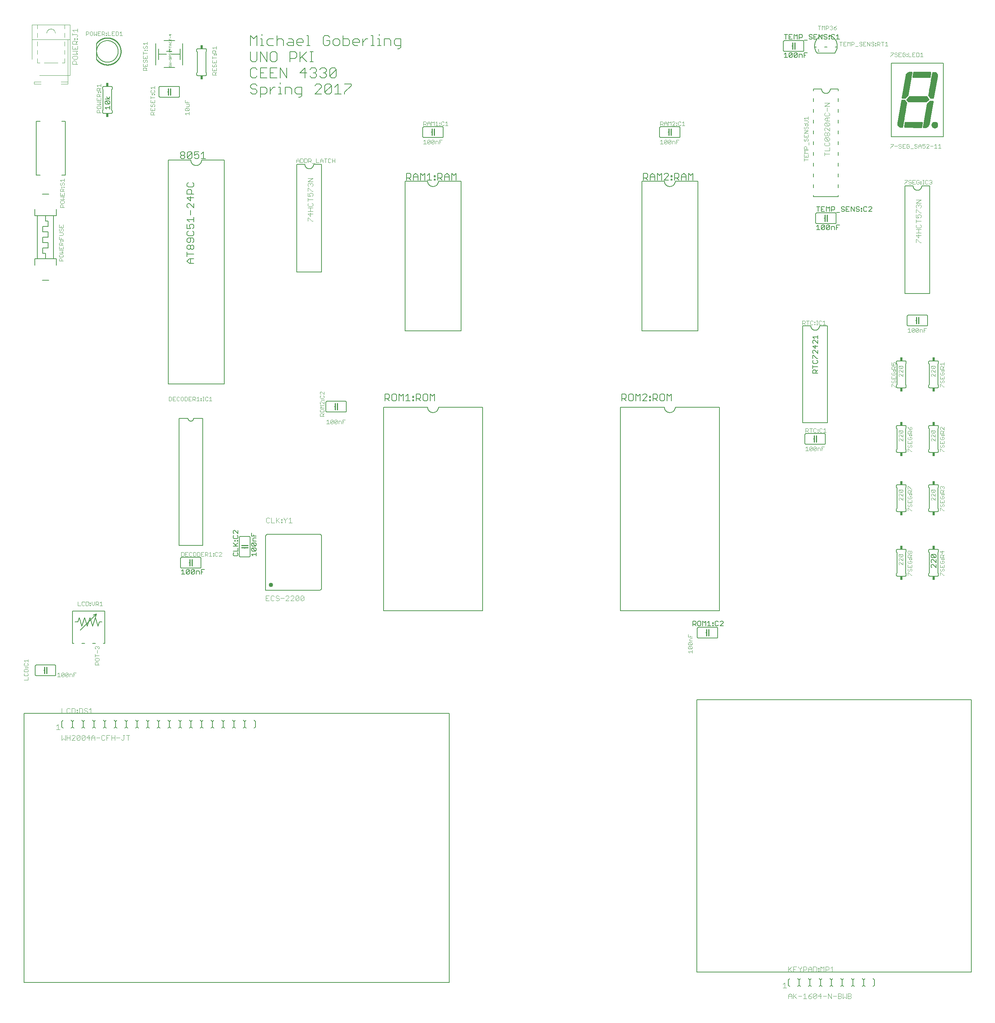
<source format=gto>
G75*
%MOIN*%
%OFA0B0*%
%FSLAX25Y25*%
%IPPOS*%
%LPD*%
%AMOC8*
5,1,8,0,0,1.08239X$1,22.5*
%
%ADD10C,0.00800*%
%ADD11C,0.00600*%
%ADD12C,0.01000*%
%ADD13C,0.00400*%
%ADD14C,0.00300*%
%ADD15C,0.03000*%
%ADD16C,0.01600*%
%ADD17R,0.02400X0.03400*%
%ADD18C,0.00500*%
%ADD19C,0.00700*%
%ADD20C,0.04000*%
%ADD21C,0.00394*%
%ADD22C,0.00200*%
D10*
X0471500Y0783933D02*
X0475000Y0783933D01*
X0471500Y0783933D02*
X0471500Y0833933D01*
X0475000Y0833933D01*
X0495000Y0833933D02*
X0498500Y0833933D01*
X0498500Y0783933D01*
X0495000Y0783933D01*
X0527500Y0891433D02*
X0527500Y0906433D01*
X0670400Y0904333D02*
X0670400Y0913541D01*
X0673469Y0910472D01*
X0676539Y0913541D01*
X0676539Y0904333D01*
X0679608Y0904333D02*
X0682677Y0904333D01*
X0681142Y0904333D02*
X0681142Y0910472D01*
X0679608Y0910472D01*
X0681142Y0913541D02*
X0681142Y0915076D01*
X0685746Y0908937D02*
X0685746Y0905868D01*
X0687281Y0904333D01*
X0691885Y0904333D01*
X0694954Y0904333D02*
X0694954Y0913541D01*
X0696489Y0910472D02*
X0699558Y0910472D01*
X0701093Y0908937D01*
X0701093Y0904333D01*
X0704162Y0905868D02*
X0705697Y0907402D01*
X0710301Y0907402D01*
X0710301Y0908937D02*
X0710301Y0904333D01*
X0705697Y0904333D01*
X0704162Y0905868D01*
X0705697Y0910472D02*
X0708766Y0910472D01*
X0710301Y0908937D01*
X0713370Y0908937D02*
X0714905Y0910472D01*
X0717974Y0910472D01*
X0719509Y0908937D01*
X0719509Y0907402D01*
X0713370Y0907402D01*
X0713370Y0905868D02*
X0713370Y0908937D01*
X0713370Y0905868D02*
X0714905Y0904333D01*
X0717974Y0904333D01*
X0722578Y0904333D02*
X0725647Y0904333D01*
X0724113Y0904333D02*
X0724113Y0913541D01*
X0722578Y0913541D01*
X0722578Y0898541D02*
X0716439Y0892402D01*
X0717974Y0893937D02*
X0722578Y0889333D01*
X0725647Y0889333D02*
X0728716Y0889333D01*
X0727182Y0889333D02*
X0727182Y0898541D01*
X0728716Y0898541D02*
X0725647Y0898541D01*
X0716439Y0898541D02*
X0716439Y0889333D01*
X0711835Y0892402D02*
X0707231Y0892402D01*
X0707231Y0889333D02*
X0707231Y0898541D01*
X0711835Y0898541D01*
X0713370Y0897006D01*
X0713370Y0893937D01*
X0711835Y0892402D01*
X0704162Y0883541D02*
X0704162Y0874333D01*
X0698024Y0883541D01*
X0698024Y0874333D01*
X0694954Y0874333D02*
X0688816Y0874333D01*
X0688816Y0883541D01*
X0694954Y0883541D01*
X0691885Y0878937D02*
X0688816Y0878937D01*
X0685746Y0874333D02*
X0679608Y0874333D01*
X0679608Y0883541D01*
X0685746Y0883541D01*
X0682677Y0878937D02*
X0679608Y0878937D01*
X0676539Y0882006D02*
X0675004Y0883541D01*
X0671935Y0883541D01*
X0670400Y0882006D01*
X0670400Y0875868D01*
X0671935Y0874333D01*
X0675004Y0874333D01*
X0676539Y0875868D01*
X0675004Y0868541D02*
X0671935Y0868541D01*
X0670400Y0867006D01*
X0670400Y0865472D01*
X0671935Y0863937D01*
X0675004Y0863937D01*
X0676539Y0862402D01*
X0676539Y0860868D01*
X0675004Y0859333D01*
X0671935Y0859333D01*
X0670400Y0860868D01*
X0676539Y0867006D02*
X0675004Y0868541D01*
X0679608Y0865472D02*
X0679608Y0856264D01*
X0679608Y0859333D02*
X0684212Y0859333D01*
X0685746Y0860868D01*
X0685746Y0863937D01*
X0684212Y0865472D01*
X0679608Y0865472D01*
X0688816Y0865472D02*
X0688816Y0859333D01*
X0688816Y0862402D02*
X0691885Y0865472D01*
X0693420Y0865472D01*
X0696489Y0865472D02*
X0698024Y0865472D01*
X0698024Y0859333D01*
X0699558Y0859333D02*
X0696489Y0859333D01*
X0702628Y0859333D02*
X0702628Y0865472D01*
X0707231Y0865472D01*
X0708766Y0863937D01*
X0708766Y0859333D01*
X0711835Y0860868D02*
X0713370Y0859333D01*
X0717974Y0859333D01*
X0717974Y0857798D02*
X0717974Y0865472D01*
X0713370Y0865472D01*
X0711835Y0863937D01*
X0711835Y0860868D01*
X0714905Y0856264D02*
X0716439Y0856264D01*
X0717974Y0857798D01*
X0730251Y0859333D02*
X0736390Y0865472D01*
X0736390Y0867006D01*
X0734855Y0868541D01*
X0731786Y0868541D01*
X0730251Y0867006D01*
X0730251Y0874333D02*
X0727182Y0874333D01*
X0725647Y0875868D01*
X0722578Y0878937D02*
X0716439Y0878937D01*
X0721043Y0883541D01*
X0721043Y0874333D01*
X0725647Y0882006D02*
X0727182Y0883541D01*
X0730251Y0883541D01*
X0731786Y0882006D01*
X0731786Y0880472D01*
X0730251Y0878937D01*
X0731786Y0877402D01*
X0731786Y0875868D01*
X0730251Y0874333D01*
X0730251Y0878937D02*
X0728716Y0878937D01*
X0734855Y0875868D02*
X0736390Y0874333D01*
X0739459Y0874333D01*
X0740994Y0875868D01*
X0740994Y0877402D01*
X0739459Y0878937D01*
X0737924Y0878937D01*
X0739459Y0878937D02*
X0740994Y0880472D01*
X0740994Y0882006D01*
X0739459Y0883541D01*
X0736390Y0883541D01*
X0734855Y0882006D01*
X0744063Y0882006D02*
X0744063Y0875868D01*
X0750201Y0882006D01*
X0750201Y0875868D01*
X0748667Y0874333D01*
X0745598Y0874333D01*
X0744063Y0875868D01*
X0744063Y0882006D02*
X0745598Y0883541D01*
X0748667Y0883541D01*
X0750201Y0882006D01*
X0751736Y0868541D02*
X0751736Y0859333D01*
X0748667Y0859333D02*
X0754805Y0859333D01*
X0757875Y0859333D02*
X0757875Y0860868D01*
X0764013Y0867006D01*
X0764013Y0868541D01*
X0757875Y0868541D01*
X0751736Y0868541D02*
X0748667Y0865472D01*
X0745598Y0867006D02*
X0739459Y0860868D01*
X0740994Y0859333D01*
X0744063Y0859333D01*
X0745598Y0860868D01*
X0745598Y0867006D01*
X0744063Y0868541D01*
X0740994Y0868541D01*
X0739459Y0867006D01*
X0739459Y0860868D01*
X0736390Y0859333D02*
X0730251Y0859333D01*
X0698024Y0868541D02*
X0698024Y0870076D01*
X0693420Y0889333D02*
X0694954Y0890868D01*
X0694954Y0897006D01*
X0693420Y0898541D01*
X0690350Y0898541D01*
X0688816Y0897006D01*
X0688816Y0890868D01*
X0690350Y0889333D01*
X0693420Y0889333D01*
X0685746Y0889333D02*
X0685746Y0898541D01*
X0679608Y0898541D02*
X0685746Y0889333D01*
X0679608Y0889333D02*
X0679608Y0898541D01*
X0676539Y0898541D02*
X0676539Y0890868D01*
X0675004Y0889333D01*
X0671935Y0889333D01*
X0670400Y0890868D01*
X0670400Y0898541D01*
X0685746Y0908937D02*
X0687281Y0910472D01*
X0691885Y0910472D01*
X0694954Y0908937D02*
X0696489Y0910472D01*
X0737924Y0912006D02*
X0737924Y0905868D01*
X0739459Y0904333D01*
X0742528Y0904333D01*
X0744063Y0905868D01*
X0744063Y0908937D01*
X0740994Y0908937D01*
X0744063Y0912006D02*
X0742528Y0913541D01*
X0739459Y0913541D01*
X0737924Y0912006D01*
X0747132Y0908937D02*
X0747132Y0905868D01*
X0748667Y0904333D01*
X0751736Y0904333D01*
X0753271Y0905868D01*
X0753271Y0908937D01*
X0751736Y0910472D01*
X0748667Y0910472D01*
X0747132Y0908937D01*
X0756340Y0910472D02*
X0760944Y0910472D01*
X0762479Y0908937D01*
X0762479Y0905868D01*
X0760944Y0904333D01*
X0756340Y0904333D01*
X0756340Y0913541D01*
X0765548Y0908937D02*
X0765548Y0905868D01*
X0767083Y0904333D01*
X0770152Y0904333D01*
X0771686Y0907402D02*
X0765548Y0907402D01*
X0765548Y0908937D02*
X0767083Y0910472D01*
X0770152Y0910472D01*
X0771686Y0908937D01*
X0771686Y0907402D01*
X0774756Y0907402D02*
X0777825Y0910472D01*
X0779360Y0910472D01*
X0782429Y0913541D02*
X0783964Y0913541D01*
X0783964Y0904333D01*
X0785498Y0904333D02*
X0782429Y0904333D01*
X0788568Y0904333D02*
X0791637Y0904333D01*
X0790102Y0904333D02*
X0790102Y0910472D01*
X0788568Y0910472D01*
X0790102Y0913541D02*
X0790102Y0915076D01*
X0794706Y0910472D02*
X0799310Y0910472D01*
X0800845Y0908937D01*
X0800845Y0904333D01*
X0803914Y0905868D02*
X0805449Y0904333D01*
X0810053Y0904333D01*
X0810053Y0902798D02*
X0810053Y0910472D01*
X0805449Y0910472D01*
X0803914Y0908937D01*
X0803914Y0905868D01*
X0806983Y0901264D02*
X0808518Y0901264D01*
X0810053Y0902798D01*
X0794706Y0904333D02*
X0794706Y0910472D01*
X0774756Y0910472D02*
X0774756Y0904333D01*
D11*
X0831500Y0828933D02*
X0848500Y0828933D01*
X0848560Y0828931D01*
X0848621Y0828926D01*
X0848680Y0828917D01*
X0848739Y0828904D01*
X0848798Y0828888D01*
X0848855Y0828868D01*
X0848910Y0828845D01*
X0848965Y0828818D01*
X0849017Y0828789D01*
X0849068Y0828756D01*
X0849117Y0828720D01*
X0849163Y0828682D01*
X0849207Y0828640D01*
X0849249Y0828596D01*
X0849287Y0828550D01*
X0849323Y0828501D01*
X0849356Y0828450D01*
X0849385Y0828398D01*
X0849412Y0828343D01*
X0849435Y0828288D01*
X0849455Y0828231D01*
X0849471Y0828172D01*
X0849484Y0828113D01*
X0849493Y0828054D01*
X0849498Y0827993D01*
X0849500Y0827933D01*
X0849500Y0819933D01*
X0849498Y0819873D01*
X0849493Y0819812D01*
X0849484Y0819753D01*
X0849471Y0819694D01*
X0849455Y0819635D01*
X0849435Y0819578D01*
X0849412Y0819523D01*
X0849385Y0819468D01*
X0849356Y0819416D01*
X0849323Y0819365D01*
X0849287Y0819316D01*
X0849249Y0819270D01*
X0849207Y0819226D01*
X0849163Y0819184D01*
X0849117Y0819146D01*
X0849068Y0819110D01*
X0849017Y0819077D01*
X0848965Y0819048D01*
X0848910Y0819021D01*
X0848855Y0818998D01*
X0848798Y0818978D01*
X0848739Y0818962D01*
X0848680Y0818949D01*
X0848621Y0818940D01*
X0848560Y0818935D01*
X0848500Y0818933D01*
X0831500Y0818933D01*
X0831440Y0818935D01*
X0831379Y0818940D01*
X0831320Y0818949D01*
X0831261Y0818962D01*
X0831202Y0818978D01*
X0831145Y0818998D01*
X0831090Y0819021D01*
X0831035Y0819048D01*
X0830983Y0819077D01*
X0830932Y0819110D01*
X0830883Y0819146D01*
X0830837Y0819184D01*
X0830793Y0819226D01*
X0830751Y0819270D01*
X0830713Y0819316D01*
X0830677Y0819365D01*
X0830644Y0819416D01*
X0830615Y0819468D01*
X0830588Y0819523D01*
X0830565Y0819578D01*
X0830545Y0819635D01*
X0830529Y0819694D01*
X0830516Y0819753D01*
X0830507Y0819812D01*
X0830502Y0819873D01*
X0830500Y0819933D01*
X0830500Y0827933D01*
X0830502Y0827993D01*
X0830507Y0828054D01*
X0830516Y0828113D01*
X0830529Y0828172D01*
X0830545Y0828231D01*
X0830565Y0828288D01*
X0830588Y0828343D01*
X0830615Y0828398D01*
X0830644Y0828450D01*
X0830677Y0828501D01*
X0830713Y0828550D01*
X0830751Y0828596D01*
X0830793Y0828640D01*
X0830837Y0828682D01*
X0830883Y0828720D01*
X0830932Y0828756D01*
X0830983Y0828789D01*
X0831035Y0828818D01*
X0831090Y0828845D01*
X0831145Y0828868D01*
X0831202Y0828888D01*
X0831261Y0828904D01*
X0831320Y0828917D01*
X0831379Y0828926D01*
X0831440Y0828931D01*
X0831500Y0828933D01*
X0838500Y0823933D02*
X0839000Y0823933D01*
X0841000Y0823933D02*
X0841500Y0823933D01*
X0845000Y0778433D02*
X0844998Y0778293D01*
X0844992Y0778153D01*
X0844982Y0778013D01*
X0844969Y0777873D01*
X0844951Y0777734D01*
X0844929Y0777595D01*
X0844904Y0777458D01*
X0844875Y0777320D01*
X0844842Y0777184D01*
X0844805Y0777049D01*
X0844764Y0776915D01*
X0844719Y0776782D01*
X0844671Y0776650D01*
X0844619Y0776520D01*
X0844564Y0776391D01*
X0844505Y0776264D01*
X0844442Y0776138D01*
X0844376Y0776014D01*
X0844307Y0775893D01*
X0844234Y0775773D01*
X0844157Y0775655D01*
X0844078Y0775540D01*
X0843995Y0775426D01*
X0843909Y0775316D01*
X0843820Y0775207D01*
X0843728Y0775101D01*
X0843633Y0774998D01*
X0843536Y0774897D01*
X0843435Y0774800D01*
X0843332Y0774705D01*
X0843226Y0774613D01*
X0843117Y0774524D01*
X0843007Y0774438D01*
X0842893Y0774355D01*
X0842778Y0774276D01*
X0842660Y0774199D01*
X0842540Y0774126D01*
X0842419Y0774057D01*
X0842295Y0773991D01*
X0842169Y0773928D01*
X0842042Y0773869D01*
X0841913Y0773814D01*
X0841783Y0773762D01*
X0841651Y0773714D01*
X0841518Y0773669D01*
X0841384Y0773628D01*
X0841249Y0773591D01*
X0841113Y0773558D01*
X0840975Y0773529D01*
X0840838Y0773504D01*
X0840699Y0773482D01*
X0840560Y0773464D01*
X0840420Y0773451D01*
X0840280Y0773441D01*
X0840140Y0773435D01*
X0840000Y0773433D01*
X0839860Y0773435D01*
X0839720Y0773441D01*
X0839580Y0773451D01*
X0839440Y0773464D01*
X0839301Y0773482D01*
X0839162Y0773504D01*
X0839025Y0773529D01*
X0838887Y0773558D01*
X0838751Y0773591D01*
X0838616Y0773628D01*
X0838482Y0773669D01*
X0838349Y0773714D01*
X0838217Y0773762D01*
X0838087Y0773814D01*
X0837958Y0773869D01*
X0837831Y0773928D01*
X0837705Y0773991D01*
X0837581Y0774057D01*
X0837460Y0774126D01*
X0837340Y0774199D01*
X0837222Y0774276D01*
X0837107Y0774355D01*
X0836993Y0774438D01*
X0836883Y0774524D01*
X0836774Y0774613D01*
X0836668Y0774705D01*
X0836565Y0774800D01*
X0836464Y0774897D01*
X0836367Y0774998D01*
X0836272Y0775101D01*
X0836180Y0775207D01*
X0836091Y0775316D01*
X0836005Y0775426D01*
X0835922Y0775540D01*
X0835843Y0775655D01*
X0835766Y0775773D01*
X0835693Y0775893D01*
X0835624Y0776014D01*
X0835558Y0776138D01*
X0835495Y0776264D01*
X0835436Y0776391D01*
X0835381Y0776520D01*
X0835329Y0776650D01*
X0835281Y0776782D01*
X0835236Y0776915D01*
X0835195Y0777049D01*
X0835158Y0777184D01*
X0835125Y0777320D01*
X0835096Y0777458D01*
X0835071Y0777595D01*
X0835049Y0777734D01*
X0835031Y0777873D01*
X0835018Y0778013D01*
X0835008Y0778153D01*
X0835002Y0778293D01*
X0835000Y0778433D01*
X0814000Y0778433D01*
X0814000Y0639433D01*
X0866000Y0639433D01*
X0866000Y0778433D01*
X0845000Y0778433D01*
X0736500Y0793933D02*
X0729000Y0793933D01*
X0728998Y0793807D01*
X0728992Y0793682D01*
X0728982Y0793557D01*
X0728968Y0793432D01*
X0728951Y0793307D01*
X0728929Y0793183D01*
X0728904Y0793060D01*
X0728874Y0792938D01*
X0728841Y0792817D01*
X0728804Y0792697D01*
X0728764Y0792578D01*
X0728719Y0792461D01*
X0728671Y0792344D01*
X0728619Y0792230D01*
X0728564Y0792117D01*
X0728505Y0792006D01*
X0728443Y0791897D01*
X0728377Y0791790D01*
X0728308Y0791685D01*
X0728236Y0791582D01*
X0728161Y0791481D01*
X0728082Y0791383D01*
X0728000Y0791288D01*
X0727916Y0791195D01*
X0727828Y0791105D01*
X0727738Y0791017D01*
X0727645Y0790933D01*
X0727550Y0790851D01*
X0727452Y0790772D01*
X0727351Y0790697D01*
X0727248Y0790625D01*
X0727143Y0790556D01*
X0727036Y0790490D01*
X0726927Y0790428D01*
X0726816Y0790369D01*
X0726703Y0790314D01*
X0726589Y0790262D01*
X0726472Y0790214D01*
X0726355Y0790169D01*
X0726236Y0790129D01*
X0726116Y0790092D01*
X0725995Y0790059D01*
X0725873Y0790029D01*
X0725750Y0790004D01*
X0725626Y0789982D01*
X0725501Y0789965D01*
X0725376Y0789951D01*
X0725251Y0789941D01*
X0725126Y0789935D01*
X0725000Y0789933D01*
X0724874Y0789935D01*
X0724749Y0789941D01*
X0724624Y0789951D01*
X0724499Y0789965D01*
X0724374Y0789982D01*
X0724250Y0790004D01*
X0724127Y0790029D01*
X0724005Y0790059D01*
X0723884Y0790092D01*
X0723764Y0790129D01*
X0723645Y0790169D01*
X0723528Y0790214D01*
X0723411Y0790262D01*
X0723297Y0790314D01*
X0723184Y0790369D01*
X0723073Y0790428D01*
X0722964Y0790490D01*
X0722857Y0790556D01*
X0722752Y0790625D01*
X0722649Y0790697D01*
X0722548Y0790772D01*
X0722450Y0790851D01*
X0722355Y0790933D01*
X0722262Y0791017D01*
X0722172Y0791105D01*
X0722084Y0791195D01*
X0722000Y0791288D01*
X0721918Y0791383D01*
X0721839Y0791481D01*
X0721764Y0791582D01*
X0721692Y0791685D01*
X0721623Y0791790D01*
X0721557Y0791897D01*
X0721495Y0792006D01*
X0721436Y0792117D01*
X0721381Y0792230D01*
X0721329Y0792344D01*
X0721281Y0792461D01*
X0721236Y0792578D01*
X0721196Y0792697D01*
X0721159Y0792817D01*
X0721126Y0792938D01*
X0721096Y0793060D01*
X0721071Y0793183D01*
X0721049Y0793307D01*
X0721032Y0793432D01*
X0721018Y0793557D01*
X0721008Y0793682D01*
X0721002Y0793807D01*
X0721000Y0793933D01*
X0713500Y0793933D01*
X0713500Y0693933D01*
X0736500Y0693933D01*
X0736500Y0793933D01*
X0646000Y0797933D02*
X0646000Y0589933D01*
X0594000Y0589933D01*
X0594000Y0797933D01*
X0615000Y0797933D01*
X0615002Y0797793D01*
X0615008Y0797653D01*
X0615018Y0797513D01*
X0615031Y0797373D01*
X0615049Y0797234D01*
X0615071Y0797095D01*
X0615096Y0796958D01*
X0615125Y0796820D01*
X0615158Y0796684D01*
X0615195Y0796549D01*
X0615236Y0796415D01*
X0615281Y0796282D01*
X0615329Y0796150D01*
X0615381Y0796020D01*
X0615436Y0795891D01*
X0615495Y0795764D01*
X0615558Y0795638D01*
X0615624Y0795514D01*
X0615693Y0795393D01*
X0615766Y0795273D01*
X0615843Y0795155D01*
X0615922Y0795040D01*
X0616005Y0794926D01*
X0616091Y0794816D01*
X0616180Y0794707D01*
X0616272Y0794601D01*
X0616367Y0794498D01*
X0616464Y0794397D01*
X0616565Y0794300D01*
X0616668Y0794205D01*
X0616774Y0794113D01*
X0616883Y0794024D01*
X0616993Y0793938D01*
X0617107Y0793855D01*
X0617222Y0793776D01*
X0617340Y0793699D01*
X0617460Y0793626D01*
X0617581Y0793557D01*
X0617705Y0793491D01*
X0617831Y0793428D01*
X0617958Y0793369D01*
X0618087Y0793314D01*
X0618217Y0793262D01*
X0618349Y0793214D01*
X0618482Y0793169D01*
X0618616Y0793128D01*
X0618751Y0793091D01*
X0618887Y0793058D01*
X0619025Y0793029D01*
X0619162Y0793004D01*
X0619301Y0792982D01*
X0619440Y0792964D01*
X0619580Y0792951D01*
X0619720Y0792941D01*
X0619860Y0792935D01*
X0620000Y0792933D01*
X0620140Y0792935D01*
X0620280Y0792941D01*
X0620420Y0792951D01*
X0620560Y0792964D01*
X0620699Y0792982D01*
X0620838Y0793004D01*
X0620975Y0793029D01*
X0621113Y0793058D01*
X0621249Y0793091D01*
X0621384Y0793128D01*
X0621518Y0793169D01*
X0621651Y0793214D01*
X0621783Y0793262D01*
X0621913Y0793314D01*
X0622042Y0793369D01*
X0622169Y0793428D01*
X0622295Y0793491D01*
X0622419Y0793557D01*
X0622540Y0793626D01*
X0622660Y0793699D01*
X0622778Y0793776D01*
X0622893Y0793855D01*
X0623007Y0793938D01*
X0623117Y0794024D01*
X0623226Y0794113D01*
X0623332Y0794205D01*
X0623435Y0794300D01*
X0623536Y0794397D01*
X0623633Y0794498D01*
X0623728Y0794601D01*
X0623820Y0794707D01*
X0623909Y0794816D01*
X0623995Y0794926D01*
X0624078Y0795040D01*
X0624157Y0795155D01*
X0624234Y0795273D01*
X0624307Y0795393D01*
X0624376Y0795514D01*
X0624442Y0795638D01*
X0624505Y0795764D01*
X0624564Y0795891D01*
X0624619Y0796020D01*
X0624671Y0796150D01*
X0624719Y0796282D01*
X0624764Y0796415D01*
X0624805Y0796549D01*
X0624842Y0796684D01*
X0624875Y0796820D01*
X0624904Y0796958D01*
X0624929Y0797095D01*
X0624951Y0797234D01*
X0624969Y0797373D01*
X0624982Y0797513D01*
X0624992Y0797653D01*
X0624998Y0797793D01*
X0625000Y0797933D01*
X0646000Y0797933D01*
X0603500Y0856433D02*
X0586500Y0856433D01*
X0586440Y0856435D01*
X0586379Y0856440D01*
X0586320Y0856449D01*
X0586261Y0856462D01*
X0586202Y0856478D01*
X0586145Y0856498D01*
X0586090Y0856521D01*
X0586035Y0856548D01*
X0585983Y0856577D01*
X0585932Y0856610D01*
X0585883Y0856646D01*
X0585837Y0856684D01*
X0585793Y0856726D01*
X0585751Y0856770D01*
X0585713Y0856816D01*
X0585677Y0856865D01*
X0585644Y0856916D01*
X0585615Y0856968D01*
X0585588Y0857023D01*
X0585565Y0857078D01*
X0585545Y0857135D01*
X0585529Y0857194D01*
X0585516Y0857253D01*
X0585507Y0857312D01*
X0585502Y0857373D01*
X0585500Y0857433D01*
X0585500Y0865433D01*
X0585502Y0865493D01*
X0585507Y0865554D01*
X0585516Y0865613D01*
X0585529Y0865672D01*
X0585545Y0865731D01*
X0585565Y0865788D01*
X0585588Y0865843D01*
X0585615Y0865898D01*
X0585644Y0865950D01*
X0585677Y0866001D01*
X0585713Y0866050D01*
X0585751Y0866096D01*
X0585793Y0866140D01*
X0585837Y0866182D01*
X0585883Y0866220D01*
X0585932Y0866256D01*
X0585983Y0866289D01*
X0586035Y0866318D01*
X0586090Y0866345D01*
X0586145Y0866368D01*
X0586202Y0866388D01*
X0586261Y0866404D01*
X0586320Y0866417D01*
X0586379Y0866426D01*
X0586440Y0866431D01*
X0586500Y0866433D01*
X0603500Y0866433D01*
X0603560Y0866431D01*
X0603621Y0866426D01*
X0603680Y0866417D01*
X0603739Y0866404D01*
X0603798Y0866388D01*
X0603855Y0866368D01*
X0603910Y0866345D01*
X0603965Y0866318D01*
X0604017Y0866289D01*
X0604068Y0866256D01*
X0604117Y0866220D01*
X0604163Y0866182D01*
X0604207Y0866140D01*
X0604249Y0866096D01*
X0604287Y0866050D01*
X0604323Y0866001D01*
X0604356Y0865950D01*
X0604385Y0865898D01*
X0604412Y0865843D01*
X0604435Y0865788D01*
X0604455Y0865731D01*
X0604471Y0865672D01*
X0604484Y0865613D01*
X0604493Y0865554D01*
X0604498Y0865493D01*
X0604500Y0865433D01*
X0604500Y0857433D01*
X0604498Y0857373D01*
X0604493Y0857312D01*
X0604484Y0857253D01*
X0604471Y0857194D01*
X0604455Y0857135D01*
X0604435Y0857078D01*
X0604412Y0857023D01*
X0604385Y0856968D01*
X0604356Y0856916D01*
X0604323Y0856865D01*
X0604287Y0856816D01*
X0604249Y0856770D01*
X0604207Y0856726D01*
X0604163Y0856684D01*
X0604117Y0856646D01*
X0604068Y0856610D01*
X0604017Y0856577D01*
X0603965Y0856548D01*
X0603910Y0856521D01*
X0603855Y0856498D01*
X0603798Y0856478D01*
X0603739Y0856462D01*
X0603680Y0856449D01*
X0603621Y0856440D01*
X0603560Y0856435D01*
X0603500Y0856433D01*
X0596500Y0861433D02*
X0596000Y0861433D01*
X0594000Y0861433D02*
X0593500Y0861433D01*
X0620500Y0877433D02*
X0620500Y0878933D01*
X0621000Y0879433D01*
X0621000Y0898433D01*
X0620500Y0898933D01*
X0620500Y0900433D01*
X0620502Y0900493D01*
X0620507Y0900554D01*
X0620516Y0900613D01*
X0620529Y0900672D01*
X0620545Y0900731D01*
X0620565Y0900788D01*
X0620588Y0900843D01*
X0620615Y0900898D01*
X0620644Y0900950D01*
X0620677Y0901001D01*
X0620713Y0901050D01*
X0620751Y0901096D01*
X0620793Y0901140D01*
X0620837Y0901182D01*
X0620883Y0901220D01*
X0620932Y0901256D01*
X0620983Y0901289D01*
X0621035Y0901318D01*
X0621090Y0901345D01*
X0621145Y0901368D01*
X0621202Y0901388D01*
X0621261Y0901404D01*
X0621320Y0901417D01*
X0621379Y0901426D01*
X0621440Y0901431D01*
X0621500Y0901433D01*
X0628500Y0901433D01*
X0628560Y0901431D01*
X0628621Y0901426D01*
X0628680Y0901417D01*
X0628739Y0901404D01*
X0628798Y0901388D01*
X0628855Y0901368D01*
X0628910Y0901345D01*
X0628965Y0901318D01*
X0629017Y0901289D01*
X0629068Y0901256D01*
X0629117Y0901220D01*
X0629163Y0901182D01*
X0629207Y0901140D01*
X0629249Y0901096D01*
X0629287Y0901050D01*
X0629323Y0901001D01*
X0629356Y0900950D01*
X0629385Y0900898D01*
X0629412Y0900843D01*
X0629435Y0900788D01*
X0629455Y0900731D01*
X0629471Y0900672D01*
X0629484Y0900613D01*
X0629493Y0900554D01*
X0629498Y0900493D01*
X0629500Y0900433D01*
X0629500Y0898933D01*
X0629000Y0898433D01*
X0629000Y0879433D01*
X0629500Y0878933D01*
X0629500Y0877433D01*
X0629498Y0877373D01*
X0629493Y0877312D01*
X0629484Y0877253D01*
X0629471Y0877194D01*
X0629455Y0877135D01*
X0629435Y0877078D01*
X0629412Y0877023D01*
X0629385Y0876968D01*
X0629356Y0876916D01*
X0629323Y0876865D01*
X0629287Y0876816D01*
X0629249Y0876770D01*
X0629207Y0876726D01*
X0629163Y0876684D01*
X0629117Y0876646D01*
X0629068Y0876610D01*
X0629017Y0876577D01*
X0628965Y0876548D01*
X0628910Y0876521D01*
X0628855Y0876498D01*
X0628798Y0876478D01*
X0628739Y0876462D01*
X0628680Y0876449D01*
X0628621Y0876440D01*
X0628560Y0876435D01*
X0628500Y0876433D01*
X0621500Y0876433D01*
X0621440Y0876435D01*
X0621379Y0876440D01*
X0621320Y0876449D01*
X0621261Y0876462D01*
X0621202Y0876478D01*
X0621145Y0876498D01*
X0621090Y0876521D01*
X0621035Y0876548D01*
X0620983Y0876577D01*
X0620932Y0876610D01*
X0620883Y0876646D01*
X0620837Y0876684D01*
X0620793Y0876726D01*
X0620751Y0876770D01*
X0620713Y0876816D01*
X0620677Y0876865D01*
X0620644Y0876916D01*
X0620615Y0876968D01*
X0620588Y0877023D01*
X0620565Y0877078D01*
X0620545Y0877135D01*
X0620529Y0877194D01*
X0620516Y0877253D01*
X0620507Y0877312D01*
X0620502Y0877373D01*
X0620500Y0877433D01*
X0542000Y0865433D02*
X0542000Y0863933D01*
X0541500Y0863433D01*
X0541500Y0844433D01*
X0542000Y0843933D01*
X0542000Y0842433D01*
X0541998Y0842373D01*
X0541993Y0842312D01*
X0541984Y0842253D01*
X0541971Y0842194D01*
X0541955Y0842135D01*
X0541935Y0842078D01*
X0541912Y0842023D01*
X0541885Y0841968D01*
X0541856Y0841916D01*
X0541823Y0841865D01*
X0541787Y0841816D01*
X0541749Y0841770D01*
X0541707Y0841726D01*
X0541663Y0841684D01*
X0541617Y0841646D01*
X0541568Y0841610D01*
X0541517Y0841577D01*
X0541465Y0841548D01*
X0541410Y0841521D01*
X0541355Y0841498D01*
X0541298Y0841478D01*
X0541239Y0841462D01*
X0541180Y0841449D01*
X0541121Y0841440D01*
X0541060Y0841435D01*
X0541000Y0841433D01*
X0534000Y0841433D01*
X0533940Y0841435D01*
X0533879Y0841440D01*
X0533820Y0841449D01*
X0533761Y0841462D01*
X0533702Y0841478D01*
X0533645Y0841498D01*
X0533590Y0841521D01*
X0533535Y0841548D01*
X0533483Y0841577D01*
X0533432Y0841610D01*
X0533383Y0841646D01*
X0533337Y0841684D01*
X0533293Y0841726D01*
X0533251Y0841770D01*
X0533213Y0841816D01*
X0533177Y0841865D01*
X0533144Y0841916D01*
X0533115Y0841968D01*
X0533088Y0842023D01*
X0533065Y0842078D01*
X0533045Y0842135D01*
X0533029Y0842194D01*
X0533016Y0842253D01*
X0533007Y0842312D01*
X0533002Y0842373D01*
X0533000Y0842433D01*
X0533000Y0843933D01*
X0533500Y0844433D01*
X0533500Y0863433D01*
X0533000Y0863933D01*
X0533000Y0865433D01*
X0533002Y0865493D01*
X0533007Y0865554D01*
X0533016Y0865613D01*
X0533029Y0865672D01*
X0533045Y0865731D01*
X0533065Y0865788D01*
X0533088Y0865843D01*
X0533115Y0865898D01*
X0533144Y0865950D01*
X0533177Y0866001D01*
X0533213Y0866050D01*
X0533251Y0866096D01*
X0533293Y0866140D01*
X0533337Y0866182D01*
X0533383Y0866220D01*
X0533432Y0866256D01*
X0533483Y0866289D01*
X0533535Y0866318D01*
X0533590Y0866345D01*
X0533645Y0866368D01*
X0533702Y0866388D01*
X0533761Y0866404D01*
X0533820Y0866417D01*
X0533879Y0866426D01*
X0533940Y0866431D01*
X0534000Y0866433D01*
X0541000Y0866433D01*
X0541060Y0866431D01*
X0541121Y0866426D01*
X0541180Y0866417D01*
X0541239Y0866404D01*
X0541298Y0866388D01*
X0541355Y0866368D01*
X0541410Y0866345D01*
X0541465Y0866318D01*
X0541517Y0866289D01*
X0541568Y0866256D01*
X0541617Y0866220D01*
X0541663Y0866182D01*
X0541707Y0866140D01*
X0541749Y0866096D01*
X0541787Y0866050D01*
X0541823Y0866001D01*
X0541856Y0865950D01*
X0541885Y0865898D01*
X0541912Y0865843D01*
X0541935Y0865788D01*
X0541955Y0865731D01*
X0541971Y0865672D01*
X0541984Y0865613D01*
X0541993Y0865554D01*
X0541998Y0865493D01*
X0542000Y0865433D01*
X0527500Y0898933D02*
X0527503Y0899178D01*
X0527512Y0899424D01*
X0527527Y0899669D01*
X0527548Y0899913D01*
X0527575Y0900157D01*
X0527608Y0900400D01*
X0527647Y0900643D01*
X0527692Y0900884D01*
X0527743Y0901124D01*
X0527800Y0901363D01*
X0527862Y0901600D01*
X0527931Y0901836D01*
X0528005Y0902070D01*
X0528085Y0902302D01*
X0528170Y0902532D01*
X0528261Y0902760D01*
X0528358Y0902985D01*
X0528460Y0903209D01*
X0528568Y0903429D01*
X0528681Y0903647D01*
X0528799Y0903862D01*
X0528923Y0904074D01*
X0529051Y0904283D01*
X0529185Y0904489D01*
X0529324Y0904691D01*
X0529468Y0904890D01*
X0529617Y0905085D01*
X0529770Y0905277D01*
X0529928Y0905465D01*
X0530090Y0905649D01*
X0530258Y0905828D01*
X0530429Y0906004D01*
X0530605Y0906175D01*
X0530784Y0906343D01*
X0530968Y0906505D01*
X0531156Y0906663D01*
X0531348Y0906816D01*
X0531543Y0906965D01*
X0531742Y0907109D01*
X0531944Y0907248D01*
X0532150Y0907382D01*
X0532359Y0907510D01*
X0532571Y0907634D01*
X0532786Y0907752D01*
X0533004Y0907865D01*
X0533224Y0907973D01*
X0533448Y0908075D01*
X0533673Y0908172D01*
X0533901Y0908263D01*
X0534131Y0908348D01*
X0534363Y0908428D01*
X0534597Y0908502D01*
X0534833Y0908571D01*
X0535070Y0908633D01*
X0535309Y0908690D01*
X0535549Y0908741D01*
X0535790Y0908786D01*
X0536033Y0908825D01*
X0536276Y0908858D01*
X0536520Y0908885D01*
X0536764Y0908906D01*
X0537009Y0908921D01*
X0537255Y0908930D01*
X0537500Y0908933D01*
X0537745Y0908930D01*
X0537991Y0908921D01*
X0538236Y0908906D01*
X0538480Y0908885D01*
X0538724Y0908858D01*
X0538967Y0908825D01*
X0539210Y0908786D01*
X0539451Y0908741D01*
X0539691Y0908690D01*
X0539930Y0908633D01*
X0540167Y0908571D01*
X0540403Y0908502D01*
X0540637Y0908428D01*
X0540869Y0908348D01*
X0541099Y0908263D01*
X0541327Y0908172D01*
X0541552Y0908075D01*
X0541776Y0907973D01*
X0541996Y0907865D01*
X0542214Y0907752D01*
X0542429Y0907634D01*
X0542641Y0907510D01*
X0542850Y0907382D01*
X0543056Y0907248D01*
X0543258Y0907109D01*
X0543457Y0906965D01*
X0543652Y0906816D01*
X0543844Y0906663D01*
X0544032Y0906505D01*
X0544216Y0906343D01*
X0544395Y0906175D01*
X0544571Y0906004D01*
X0544742Y0905828D01*
X0544910Y0905649D01*
X0545072Y0905465D01*
X0545230Y0905277D01*
X0545383Y0905085D01*
X0545532Y0904890D01*
X0545676Y0904691D01*
X0545815Y0904489D01*
X0545949Y0904283D01*
X0546077Y0904074D01*
X0546201Y0903862D01*
X0546319Y0903647D01*
X0546432Y0903429D01*
X0546540Y0903209D01*
X0546642Y0902985D01*
X0546739Y0902760D01*
X0546830Y0902532D01*
X0546915Y0902302D01*
X0546995Y0902070D01*
X0547069Y0901836D01*
X0547138Y0901600D01*
X0547200Y0901363D01*
X0547257Y0901124D01*
X0547308Y0900884D01*
X0547353Y0900643D01*
X0547392Y0900400D01*
X0547425Y0900157D01*
X0547452Y0899913D01*
X0547473Y0899669D01*
X0547488Y0899424D01*
X0547497Y0899178D01*
X0547500Y0898933D01*
X0547497Y0898688D01*
X0547488Y0898442D01*
X0547473Y0898197D01*
X0547452Y0897953D01*
X0547425Y0897709D01*
X0547392Y0897466D01*
X0547353Y0897223D01*
X0547308Y0896982D01*
X0547257Y0896742D01*
X0547200Y0896503D01*
X0547138Y0896266D01*
X0547069Y0896030D01*
X0546995Y0895796D01*
X0546915Y0895564D01*
X0546830Y0895334D01*
X0546739Y0895106D01*
X0546642Y0894881D01*
X0546540Y0894657D01*
X0546432Y0894437D01*
X0546319Y0894219D01*
X0546201Y0894004D01*
X0546077Y0893792D01*
X0545949Y0893583D01*
X0545815Y0893377D01*
X0545676Y0893175D01*
X0545532Y0892976D01*
X0545383Y0892781D01*
X0545230Y0892589D01*
X0545072Y0892401D01*
X0544910Y0892217D01*
X0544742Y0892038D01*
X0544571Y0891862D01*
X0544395Y0891691D01*
X0544216Y0891523D01*
X0544032Y0891361D01*
X0543844Y0891203D01*
X0543652Y0891050D01*
X0543457Y0890901D01*
X0543258Y0890757D01*
X0543056Y0890618D01*
X0542850Y0890484D01*
X0542641Y0890356D01*
X0542429Y0890232D01*
X0542214Y0890114D01*
X0541996Y0890001D01*
X0541776Y0889893D01*
X0541552Y0889791D01*
X0541327Y0889694D01*
X0541099Y0889603D01*
X0540869Y0889518D01*
X0540637Y0889438D01*
X0540403Y0889364D01*
X0540167Y0889295D01*
X0539930Y0889233D01*
X0539691Y0889176D01*
X0539451Y0889125D01*
X0539210Y0889080D01*
X0538967Y0889041D01*
X0538724Y0889008D01*
X0538480Y0888981D01*
X0538236Y0888960D01*
X0537991Y0888945D01*
X0537745Y0888936D01*
X0537500Y0888933D01*
X0537255Y0888936D01*
X0537009Y0888945D01*
X0536764Y0888960D01*
X0536520Y0888981D01*
X0536276Y0889008D01*
X0536033Y0889041D01*
X0535790Y0889080D01*
X0535549Y0889125D01*
X0535309Y0889176D01*
X0535070Y0889233D01*
X0534833Y0889295D01*
X0534597Y0889364D01*
X0534363Y0889438D01*
X0534131Y0889518D01*
X0533901Y0889603D01*
X0533673Y0889694D01*
X0533448Y0889791D01*
X0533224Y0889893D01*
X0533004Y0890001D01*
X0532786Y0890114D01*
X0532571Y0890232D01*
X0532359Y0890356D01*
X0532150Y0890484D01*
X0531944Y0890618D01*
X0531742Y0890757D01*
X0531543Y0890901D01*
X0531348Y0891050D01*
X0531156Y0891203D01*
X0530968Y0891361D01*
X0530784Y0891523D01*
X0530605Y0891691D01*
X0530429Y0891862D01*
X0530258Y0892038D01*
X0530090Y0892217D01*
X0529928Y0892401D01*
X0529770Y0892589D01*
X0529617Y0892781D01*
X0529468Y0892976D01*
X0529324Y0893175D01*
X0529185Y0893377D01*
X0529051Y0893583D01*
X0528923Y0893792D01*
X0528799Y0894004D01*
X0528681Y0894219D01*
X0528568Y0894437D01*
X0528460Y0894657D01*
X0528358Y0894881D01*
X0528261Y0895106D01*
X0528170Y0895334D01*
X0528085Y0895564D01*
X0528005Y0895796D01*
X0527931Y0896030D01*
X0527862Y0896266D01*
X0527800Y0896503D01*
X0527743Y0896742D01*
X0527692Y0896982D01*
X0527647Y0897223D01*
X0527608Y0897466D01*
X0527575Y0897709D01*
X0527548Y0897953D01*
X0527527Y0898197D01*
X0527512Y0898442D01*
X0527503Y0898688D01*
X0527500Y0898933D01*
X0741500Y0573933D02*
X0758500Y0573933D01*
X0758560Y0573931D01*
X0758621Y0573926D01*
X0758680Y0573917D01*
X0758739Y0573904D01*
X0758798Y0573888D01*
X0758855Y0573868D01*
X0758910Y0573845D01*
X0758965Y0573818D01*
X0759017Y0573789D01*
X0759068Y0573756D01*
X0759117Y0573720D01*
X0759163Y0573682D01*
X0759207Y0573640D01*
X0759249Y0573596D01*
X0759287Y0573550D01*
X0759323Y0573501D01*
X0759356Y0573450D01*
X0759385Y0573398D01*
X0759412Y0573343D01*
X0759435Y0573288D01*
X0759455Y0573231D01*
X0759471Y0573172D01*
X0759484Y0573113D01*
X0759493Y0573054D01*
X0759498Y0572993D01*
X0759500Y0572933D01*
X0759500Y0564933D01*
X0759498Y0564873D01*
X0759493Y0564812D01*
X0759484Y0564753D01*
X0759471Y0564694D01*
X0759455Y0564635D01*
X0759435Y0564578D01*
X0759412Y0564523D01*
X0759385Y0564468D01*
X0759356Y0564416D01*
X0759323Y0564365D01*
X0759287Y0564316D01*
X0759249Y0564270D01*
X0759207Y0564226D01*
X0759163Y0564184D01*
X0759117Y0564146D01*
X0759068Y0564110D01*
X0759017Y0564077D01*
X0758965Y0564048D01*
X0758910Y0564021D01*
X0758855Y0563998D01*
X0758798Y0563978D01*
X0758739Y0563962D01*
X0758680Y0563949D01*
X0758621Y0563940D01*
X0758560Y0563935D01*
X0758500Y0563933D01*
X0741500Y0563933D01*
X0741440Y0563935D01*
X0741379Y0563940D01*
X0741320Y0563949D01*
X0741261Y0563962D01*
X0741202Y0563978D01*
X0741145Y0563998D01*
X0741090Y0564021D01*
X0741035Y0564048D01*
X0740983Y0564077D01*
X0740932Y0564110D01*
X0740883Y0564146D01*
X0740837Y0564184D01*
X0740793Y0564226D01*
X0740751Y0564270D01*
X0740713Y0564316D01*
X0740677Y0564365D01*
X0740644Y0564416D01*
X0740615Y0564468D01*
X0740588Y0564523D01*
X0740565Y0564578D01*
X0740545Y0564635D01*
X0740529Y0564694D01*
X0740516Y0564753D01*
X0740507Y0564812D01*
X0740502Y0564873D01*
X0740500Y0564933D01*
X0740500Y0572933D01*
X0740502Y0572993D01*
X0740507Y0573054D01*
X0740516Y0573113D01*
X0740529Y0573172D01*
X0740545Y0573231D01*
X0740565Y0573288D01*
X0740588Y0573343D01*
X0740615Y0573398D01*
X0740644Y0573450D01*
X0740677Y0573501D01*
X0740713Y0573550D01*
X0740751Y0573596D01*
X0740793Y0573640D01*
X0740837Y0573682D01*
X0740883Y0573720D01*
X0740932Y0573756D01*
X0740983Y0573789D01*
X0741035Y0573818D01*
X0741090Y0573845D01*
X0741145Y0573868D01*
X0741202Y0573888D01*
X0741261Y0573904D01*
X0741320Y0573917D01*
X0741379Y0573926D01*
X0741440Y0573931D01*
X0741500Y0573933D01*
X0748500Y0568933D02*
X0749000Y0568933D01*
X0751000Y0568933D02*
X0751500Y0568933D01*
X0794000Y0568433D02*
X0794000Y0379433D01*
X0886000Y0379433D01*
X0886000Y0568433D01*
X0845000Y0568433D01*
X0844998Y0568293D01*
X0844992Y0568153D01*
X0844982Y0568013D01*
X0844969Y0567873D01*
X0844951Y0567734D01*
X0844929Y0567595D01*
X0844904Y0567458D01*
X0844875Y0567320D01*
X0844842Y0567184D01*
X0844805Y0567049D01*
X0844764Y0566915D01*
X0844719Y0566782D01*
X0844671Y0566650D01*
X0844619Y0566520D01*
X0844564Y0566391D01*
X0844505Y0566264D01*
X0844442Y0566138D01*
X0844376Y0566014D01*
X0844307Y0565893D01*
X0844234Y0565773D01*
X0844157Y0565655D01*
X0844078Y0565540D01*
X0843995Y0565426D01*
X0843909Y0565316D01*
X0843820Y0565207D01*
X0843728Y0565101D01*
X0843633Y0564998D01*
X0843536Y0564897D01*
X0843435Y0564800D01*
X0843332Y0564705D01*
X0843226Y0564613D01*
X0843117Y0564524D01*
X0843007Y0564438D01*
X0842893Y0564355D01*
X0842778Y0564276D01*
X0842660Y0564199D01*
X0842540Y0564126D01*
X0842419Y0564057D01*
X0842295Y0563991D01*
X0842169Y0563928D01*
X0842042Y0563869D01*
X0841913Y0563814D01*
X0841783Y0563762D01*
X0841651Y0563714D01*
X0841518Y0563669D01*
X0841384Y0563628D01*
X0841249Y0563591D01*
X0841113Y0563558D01*
X0840975Y0563529D01*
X0840838Y0563504D01*
X0840699Y0563482D01*
X0840560Y0563464D01*
X0840420Y0563451D01*
X0840280Y0563441D01*
X0840140Y0563435D01*
X0840000Y0563433D01*
X0839860Y0563435D01*
X0839720Y0563441D01*
X0839580Y0563451D01*
X0839440Y0563464D01*
X0839301Y0563482D01*
X0839162Y0563504D01*
X0839025Y0563529D01*
X0838887Y0563558D01*
X0838751Y0563591D01*
X0838616Y0563628D01*
X0838482Y0563669D01*
X0838349Y0563714D01*
X0838217Y0563762D01*
X0838087Y0563814D01*
X0837958Y0563869D01*
X0837831Y0563928D01*
X0837705Y0563991D01*
X0837581Y0564057D01*
X0837460Y0564126D01*
X0837340Y0564199D01*
X0837222Y0564276D01*
X0837107Y0564355D01*
X0836993Y0564438D01*
X0836883Y0564524D01*
X0836774Y0564613D01*
X0836668Y0564705D01*
X0836565Y0564800D01*
X0836464Y0564897D01*
X0836367Y0564998D01*
X0836272Y0565101D01*
X0836180Y0565207D01*
X0836091Y0565316D01*
X0836005Y0565426D01*
X0835922Y0565540D01*
X0835843Y0565655D01*
X0835766Y0565773D01*
X0835693Y0565893D01*
X0835624Y0566014D01*
X0835558Y0566138D01*
X0835495Y0566264D01*
X0835436Y0566391D01*
X0835381Y0566520D01*
X0835329Y0566650D01*
X0835281Y0566782D01*
X0835236Y0566915D01*
X0835195Y0567049D01*
X0835158Y0567184D01*
X0835125Y0567320D01*
X0835096Y0567458D01*
X0835071Y0567595D01*
X0835049Y0567734D01*
X0835031Y0567873D01*
X0835018Y0568013D01*
X0835008Y0568153D01*
X0835002Y0568293D01*
X0835000Y0568433D01*
X0794000Y0568433D01*
X0626000Y0557933D02*
X0617500Y0557933D01*
X0617498Y0557835D01*
X0617492Y0557737D01*
X0617483Y0557639D01*
X0617469Y0557542D01*
X0617452Y0557445D01*
X0617431Y0557349D01*
X0617406Y0557254D01*
X0617378Y0557160D01*
X0617345Y0557068D01*
X0617310Y0556976D01*
X0617270Y0556886D01*
X0617228Y0556798D01*
X0617181Y0556711D01*
X0617132Y0556627D01*
X0617079Y0556544D01*
X0617023Y0556464D01*
X0616963Y0556385D01*
X0616901Y0556309D01*
X0616836Y0556236D01*
X0616768Y0556165D01*
X0616697Y0556097D01*
X0616624Y0556032D01*
X0616548Y0555970D01*
X0616469Y0555910D01*
X0616389Y0555854D01*
X0616306Y0555801D01*
X0616222Y0555752D01*
X0616135Y0555705D01*
X0616047Y0555663D01*
X0615957Y0555623D01*
X0615865Y0555588D01*
X0615773Y0555555D01*
X0615679Y0555527D01*
X0615584Y0555502D01*
X0615488Y0555481D01*
X0615391Y0555464D01*
X0615294Y0555450D01*
X0615196Y0555441D01*
X0615098Y0555435D01*
X0615000Y0555433D01*
X0614902Y0555435D01*
X0614804Y0555441D01*
X0614706Y0555450D01*
X0614609Y0555464D01*
X0614512Y0555481D01*
X0614416Y0555502D01*
X0614321Y0555527D01*
X0614227Y0555555D01*
X0614135Y0555588D01*
X0614043Y0555623D01*
X0613953Y0555663D01*
X0613865Y0555705D01*
X0613778Y0555752D01*
X0613694Y0555801D01*
X0613611Y0555854D01*
X0613531Y0555910D01*
X0613452Y0555970D01*
X0613376Y0556032D01*
X0613303Y0556097D01*
X0613232Y0556165D01*
X0613164Y0556236D01*
X0613099Y0556309D01*
X0613037Y0556385D01*
X0612977Y0556464D01*
X0612921Y0556544D01*
X0612868Y0556627D01*
X0612819Y0556711D01*
X0612772Y0556798D01*
X0612730Y0556886D01*
X0612690Y0556976D01*
X0612655Y0557068D01*
X0612622Y0557160D01*
X0612594Y0557254D01*
X0612569Y0557349D01*
X0612548Y0557445D01*
X0612531Y0557542D01*
X0612517Y0557639D01*
X0612508Y0557737D01*
X0612502Y0557835D01*
X0612500Y0557933D01*
X0604000Y0557933D01*
X0604000Y0439933D01*
X0626000Y0439933D01*
X0626000Y0557933D01*
X0661000Y0448433D02*
X0669000Y0448433D01*
X0669060Y0448431D01*
X0669121Y0448426D01*
X0669180Y0448417D01*
X0669239Y0448404D01*
X0669298Y0448388D01*
X0669355Y0448368D01*
X0669410Y0448345D01*
X0669465Y0448318D01*
X0669517Y0448289D01*
X0669568Y0448256D01*
X0669617Y0448220D01*
X0669663Y0448182D01*
X0669707Y0448140D01*
X0669749Y0448096D01*
X0669787Y0448050D01*
X0669823Y0448001D01*
X0669856Y0447950D01*
X0669885Y0447898D01*
X0669912Y0447843D01*
X0669935Y0447788D01*
X0669955Y0447731D01*
X0669971Y0447672D01*
X0669984Y0447613D01*
X0669993Y0447554D01*
X0669998Y0447493D01*
X0670000Y0447433D01*
X0670000Y0430433D01*
X0669998Y0430373D01*
X0669993Y0430312D01*
X0669984Y0430253D01*
X0669971Y0430194D01*
X0669955Y0430135D01*
X0669935Y0430078D01*
X0669912Y0430023D01*
X0669885Y0429968D01*
X0669856Y0429916D01*
X0669823Y0429865D01*
X0669787Y0429816D01*
X0669749Y0429770D01*
X0669707Y0429726D01*
X0669663Y0429684D01*
X0669617Y0429646D01*
X0669568Y0429610D01*
X0669517Y0429577D01*
X0669465Y0429548D01*
X0669410Y0429521D01*
X0669355Y0429498D01*
X0669298Y0429478D01*
X0669239Y0429462D01*
X0669180Y0429449D01*
X0669121Y0429440D01*
X0669060Y0429435D01*
X0669000Y0429433D01*
X0661000Y0429433D01*
X0660940Y0429435D01*
X0660879Y0429440D01*
X0660820Y0429449D01*
X0660761Y0429462D01*
X0660702Y0429478D01*
X0660645Y0429498D01*
X0660590Y0429521D01*
X0660535Y0429548D01*
X0660483Y0429577D01*
X0660432Y0429610D01*
X0660383Y0429646D01*
X0660337Y0429684D01*
X0660293Y0429726D01*
X0660251Y0429770D01*
X0660213Y0429816D01*
X0660177Y0429865D01*
X0660144Y0429916D01*
X0660115Y0429968D01*
X0660088Y0430023D01*
X0660065Y0430078D01*
X0660045Y0430135D01*
X0660029Y0430194D01*
X0660016Y0430253D01*
X0660007Y0430312D01*
X0660002Y0430373D01*
X0660000Y0430433D01*
X0660000Y0447433D01*
X0660002Y0447493D01*
X0660007Y0447554D01*
X0660016Y0447613D01*
X0660029Y0447672D01*
X0660045Y0447731D01*
X0660065Y0447788D01*
X0660088Y0447843D01*
X0660115Y0447898D01*
X0660144Y0447950D01*
X0660177Y0448001D01*
X0660213Y0448050D01*
X0660251Y0448096D01*
X0660293Y0448140D01*
X0660337Y0448182D01*
X0660383Y0448220D01*
X0660432Y0448256D01*
X0660483Y0448289D01*
X0660535Y0448318D01*
X0660590Y0448345D01*
X0660645Y0448368D01*
X0660702Y0448388D01*
X0660761Y0448404D01*
X0660820Y0448417D01*
X0660879Y0448426D01*
X0660940Y0448431D01*
X0661000Y0448433D01*
X0665000Y0440433D02*
X0665000Y0439933D01*
X0665000Y0437933D02*
X0665000Y0437433D01*
X0624500Y0427933D02*
X0624500Y0419933D01*
X0624498Y0419873D01*
X0624493Y0419812D01*
X0624484Y0419753D01*
X0624471Y0419694D01*
X0624455Y0419635D01*
X0624435Y0419578D01*
X0624412Y0419523D01*
X0624385Y0419468D01*
X0624356Y0419416D01*
X0624323Y0419365D01*
X0624287Y0419316D01*
X0624249Y0419270D01*
X0624207Y0419226D01*
X0624163Y0419184D01*
X0624117Y0419146D01*
X0624068Y0419110D01*
X0624017Y0419077D01*
X0623965Y0419048D01*
X0623910Y0419021D01*
X0623855Y0418998D01*
X0623798Y0418978D01*
X0623739Y0418962D01*
X0623680Y0418949D01*
X0623621Y0418940D01*
X0623560Y0418935D01*
X0623500Y0418933D01*
X0606500Y0418933D01*
X0606440Y0418935D01*
X0606379Y0418940D01*
X0606320Y0418949D01*
X0606261Y0418962D01*
X0606202Y0418978D01*
X0606145Y0418998D01*
X0606090Y0419021D01*
X0606035Y0419048D01*
X0605983Y0419077D01*
X0605932Y0419110D01*
X0605883Y0419146D01*
X0605837Y0419184D01*
X0605793Y0419226D01*
X0605751Y0419270D01*
X0605713Y0419316D01*
X0605677Y0419365D01*
X0605644Y0419416D01*
X0605615Y0419468D01*
X0605588Y0419523D01*
X0605565Y0419578D01*
X0605545Y0419635D01*
X0605529Y0419694D01*
X0605516Y0419753D01*
X0605507Y0419812D01*
X0605502Y0419873D01*
X0605500Y0419933D01*
X0605500Y0427933D01*
X0605502Y0427993D01*
X0605507Y0428054D01*
X0605516Y0428113D01*
X0605529Y0428172D01*
X0605545Y0428231D01*
X0605565Y0428288D01*
X0605588Y0428343D01*
X0605615Y0428398D01*
X0605644Y0428450D01*
X0605677Y0428501D01*
X0605713Y0428550D01*
X0605751Y0428596D01*
X0605793Y0428640D01*
X0605837Y0428682D01*
X0605883Y0428720D01*
X0605932Y0428756D01*
X0605983Y0428789D01*
X0606035Y0428818D01*
X0606090Y0428845D01*
X0606145Y0428868D01*
X0606202Y0428888D01*
X0606261Y0428904D01*
X0606320Y0428917D01*
X0606379Y0428926D01*
X0606440Y0428931D01*
X0606500Y0428933D01*
X0623500Y0428933D01*
X0623560Y0428931D01*
X0623621Y0428926D01*
X0623680Y0428917D01*
X0623739Y0428904D01*
X0623798Y0428888D01*
X0623855Y0428868D01*
X0623910Y0428845D01*
X0623965Y0428818D01*
X0624017Y0428789D01*
X0624068Y0428756D01*
X0624117Y0428720D01*
X0624163Y0428682D01*
X0624207Y0428640D01*
X0624249Y0428596D01*
X0624287Y0428550D01*
X0624323Y0428501D01*
X0624356Y0428450D01*
X0624385Y0428398D01*
X0624412Y0428343D01*
X0624435Y0428288D01*
X0624455Y0428231D01*
X0624471Y0428172D01*
X0624484Y0428113D01*
X0624493Y0428054D01*
X0624498Y0427993D01*
X0624500Y0427933D01*
X0616500Y0423933D02*
X0616000Y0423933D01*
X0614000Y0423933D02*
X0613500Y0423933D01*
X0489500Y0327933D02*
X0489500Y0319933D01*
X0489498Y0319873D01*
X0489493Y0319812D01*
X0489484Y0319753D01*
X0489471Y0319694D01*
X0489455Y0319635D01*
X0489435Y0319578D01*
X0489412Y0319523D01*
X0489385Y0319468D01*
X0489356Y0319416D01*
X0489323Y0319365D01*
X0489287Y0319316D01*
X0489249Y0319270D01*
X0489207Y0319226D01*
X0489163Y0319184D01*
X0489117Y0319146D01*
X0489068Y0319110D01*
X0489017Y0319077D01*
X0488965Y0319048D01*
X0488910Y0319021D01*
X0488855Y0318998D01*
X0488798Y0318978D01*
X0488739Y0318962D01*
X0488680Y0318949D01*
X0488621Y0318940D01*
X0488560Y0318935D01*
X0488500Y0318933D01*
X0471500Y0318933D01*
X0471440Y0318935D01*
X0471379Y0318940D01*
X0471320Y0318949D01*
X0471261Y0318962D01*
X0471202Y0318978D01*
X0471145Y0318998D01*
X0471090Y0319021D01*
X0471035Y0319048D01*
X0470983Y0319077D01*
X0470932Y0319110D01*
X0470883Y0319146D01*
X0470837Y0319184D01*
X0470793Y0319226D01*
X0470751Y0319270D01*
X0470713Y0319316D01*
X0470677Y0319365D01*
X0470644Y0319416D01*
X0470615Y0319468D01*
X0470588Y0319523D01*
X0470565Y0319578D01*
X0470545Y0319635D01*
X0470529Y0319694D01*
X0470516Y0319753D01*
X0470507Y0319812D01*
X0470502Y0319873D01*
X0470500Y0319933D01*
X0470500Y0327933D01*
X0470502Y0327993D01*
X0470507Y0328054D01*
X0470516Y0328113D01*
X0470529Y0328172D01*
X0470545Y0328231D01*
X0470565Y0328288D01*
X0470588Y0328343D01*
X0470615Y0328398D01*
X0470644Y0328450D01*
X0470677Y0328501D01*
X0470713Y0328550D01*
X0470751Y0328596D01*
X0470793Y0328640D01*
X0470837Y0328682D01*
X0470883Y0328720D01*
X0470932Y0328756D01*
X0470983Y0328789D01*
X0471035Y0328818D01*
X0471090Y0328845D01*
X0471145Y0328868D01*
X0471202Y0328888D01*
X0471261Y0328904D01*
X0471320Y0328917D01*
X0471379Y0328926D01*
X0471440Y0328931D01*
X0471500Y0328933D01*
X0488500Y0328933D01*
X0488560Y0328931D01*
X0488621Y0328926D01*
X0488680Y0328917D01*
X0488739Y0328904D01*
X0488798Y0328888D01*
X0488855Y0328868D01*
X0488910Y0328845D01*
X0488965Y0328818D01*
X0489017Y0328789D01*
X0489068Y0328756D01*
X0489117Y0328720D01*
X0489163Y0328682D01*
X0489207Y0328640D01*
X0489249Y0328596D01*
X0489287Y0328550D01*
X0489323Y0328501D01*
X0489356Y0328450D01*
X0489385Y0328398D01*
X0489412Y0328343D01*
X0489435Y0328288D01*
X0489455Y0328231D01*
X0489471Y0328172D01*
X0489484Y0328113D01*
X0489493Y0328054D01*
X0489498Y0327993D01*
X0489500Y0327933D01*
X0481500Y0323933D02*
X0481000Y0323933D01*
X0479000Y0323933D02*
X0478500Y0323933D01*
X1014000Y0379433D02*
X1014000Y0568433D01*
X1055000Y0568433D01*
X1055002Y0568293D01*
X1055008Y0568153D01*
X1055018Y0568013D01*
X1055031Y0567873D01*
X1055049Y0567734D01*
X1055071Y0567595D01*
X1055096Y0567458D01*
X1055125Y0567320D01*
X1055158Y0567184D01*
X1055195Y0567049D01*
X1055236Y0566915D01*
X1055281Y0566782D01*
X1055329Y0566650D01*
X1055381Y0566520D01*
X1055436Y0566391D01*
X1055495Y0566264D01*
X1055558Y0566138D01*
X1055624Y0566014D01*
X1055693Y0565893D01*
X1055766Y0565773D01*
X1055843Y0565655D01*
X1055922Y0565540D01*
X1056005Y0565426D01*
X1056091Y0565316D01*
X1056180Y0565207D01*
X1056272Y0565101D01*
X1056367Y0564998D01*
X1056464Y0564897D01*
X1056565Y0564800D01*
X1056668Y0564705D01*
X1056774Y0564613D01*
X1056883Y0564524D01*
X1056993Y0564438D01*
X1057107Y0564355D01*
X1057222Y0564276D01*
X1057340Y0564199D01*
X1057460Y0564126D01*
X1057581Y0564057D01*
X1057705Y0563991D01*
X1057831Y0563928D01*
X1057958Y0563869D01*
X1058087Y0563814D01*
X1058217Y0563762D01*
X1058349Y0563714D01*
X1058482Y0563669D01*
X1058616Y0563628D01*
X1058751Y0563591D01*
X1058887Y0563558D01*
X1059025Y0563529D01*
X1059162Y0563504D01*
X1059301Y0563482D01*
X1059440Y0563464D01*
X1059580Y0563451D01*
X1059720Y0563441D01*
X1059860Y0563435D01*
X1060000Y0563433D01*
X1060140Y0563435D01*
X1060280Y0563441D01*
X1060420Y0563451D01*
X1060560Y0563464D01*
X1060699Y0563482D01*
X1060838Y0563504D01*
X1060975Y0563529D01*
X1061113Y0563558D01*
X1061249Y0563591D01*
X1061384Y0563628D01*
X1061518Y0563669D01*
X1061651Y0563714D01*
X1061783Y0563762D01*
X1061913Y0563814D01*
X1062042Y0563869D01*
X1062169Y0563928D01*
X1062295Y0563991D01*
X1062419Y0564057D01*
X1062540Y0564126D01*
X1062660Y0564199D01*
X1062778Y0564276D01*
X1062893Y0564355D01*
X1063007Y0564438D01*
X1063117Y0564524D01*
X1063226Y0564613D01*
X1063332Y0564705D01*
X1063435Y0564800D01*
X1063536Y0564897D01*
X1063633Y0564998D01*
X1063728Y0565101D01*
X1063820Y0565207D01*
X1063909Y0565316D01*
X1063995Y0565426D01*
X1064078Y0565540D01*
X1064157Y0565655D01*
X1064234Y0565773D01*
X1064307Y0565893D01*
X1064376Y0566014D01*
X1064442Y0566138D01*
X1064505Y0566264D01*
X1064564Y0566391D01*
X1064619Y0566520D01*
X1064671Y0566650D01*
X1064719Y0566782D01*
X1064764Y0566915D01*
X1064805Y0567049D01*
X1064842Y0567184D01*
X1064875Y0567320D01*
X1064904Y0567458D01*
X1064929Y0567595D01*
X1064951Y0567734D01*
X1064969Y0567873D01*
X1064982Y0568013D01*
X1064992Y0568153D01*
X1064998Y0568293D01*
X1065000Y0568433D01*
X1106000Y0568433D01*
X1106000Y0379433D01*
X1014000Y0379433D01*
X1085500Y0362933D02*
X1085500Y0354933D01*
X1085502Y0354873D01*
X1085507Y0354812D01*
X1085516Y0354753D01*
X1085529Y0354694D01*
X1085545Y0354635D01*
X1085565Y0354578D01*
X1085588Y0354523D01*
X1085615Y0354468D01*
X1085644Y0354416D01*
X1085677Y0354365D01*
X1085713Y0354316D01*
X1085751Y0354270D01*
X1085793Y0354226D01*
X1085837Y0354184D01*
X1085883Y0354146D01*
X1085932Y0354110D01*
X1085983Y0354077D01*
X1086035Y0354048D01*
X1086090Y0354021D01*
X1086145Y0353998D01*
X1086202Y0353978D01*
X1086261Y0353962D01*
X1086320Y0353949D01*
X1086379Y0353940D01*
X1086440Y0353935D01*
X1086500Y0353933D01*
X1103500Y0353933D01*
X1103560Y0353935D01*
X1103621Y0353940D01*
X1103680Y0353949D01*
X1103739Y0353962D01*
X1103798Y0353978D01*
X1103855Y0353998D01*
X1103910Y0354021D01*
X1103965Y0354048D01*
X1104017Y0354077D01*
X1104068Y0354110D01*
X1104117Y0354146D01*
X1104163Y0354184D01*
X1104207Y0354226D01*
X1104249Y0354270D01*
X1104287Y0354316D01*
X1104323Y0354365D01*
X1104356Y0354416D01*
X1104385Y0354468D01*
X1104412Y0354523D01*
X1104435Y0354578D01*
X1104455Y0354635D01*
X1104471Y0354694D01*
X1104484Y0354753D01*
X1104493Y0354812D01*
X1104498Y0354873D01*
X1104500Y0354933D01*
X1104500Y0362933D01*
X1104498Y0362993D01*
X1104493Y0363054D01*
X1104484Y0363113D01*
X1104471Y0363172D01*
X1104455Y0363231D01*
X1104435Y0363288D01*
X1104412Y0363343D01*
X1104385Y0363398D01*
X1104356Y0363450D01*
X1104323Y0363501D01*
X1104287Y0363550D01*
X1104249Y0363596D01*
X1104207Y0363640D01*
X1104163Y0363682D01*
X1104117Y0363720D01*
X1104068Y0363756D01*
X1104017Y0363789D01*
X1103965Y0363818D01*
X1103910Y0363845D01*
X1103855Y0363868D01*
X1103798Y0363888D01*
X1103739Y0363904D01*
X1103680Y0363917D01*
X1103621Y0363926D01*
X1103560Y0363931D01*
X1103500Y0363933D01*
X1086500Y0363933D01*
X1086440Y0363931D01*
X1086379Y0363926D01*
X1086320Y0363917D01*
X1086261Y0363904D01*
X1086202Y0363888D01*
X1086145Y0363868D01*
X1086090Y0363845D01*
X1086035Y0363818D01*
X1085983Y0363789D01*
X1085932Y0363756D01*
X1085883Y0363720D01*
X1085837Y0363682D01*
X1085793Y0363640D01*
X1085751Y0363596D01*
X1085713Y0363550D01*
X1085677Y0363501D01*
X1085644Y0363450D01*
X1085615Y0363398D01*
X1085588Y0363343D01*
X1085565Y0363288D01*
X1085545Y0363231D01*
X1085529Y0363172D01*
X1085516Y0363113D01*
X1085507Y0363054D01*
X1085502Y0362993D01*
X1085500Y0362933D01*
X1093500Y0358933D02*
X1094000Y0358933D01*
X1096000Y0358933D02*
X1096500Y0358933D01*
X1270500Y0412433D02*
X1270500Y0413933D01*
X1271000Y0414433D01*
X1271000Y0433433D01*
X1270500Y0433933D01*
X1270500Y0435433D01*
X1270502Y0435493D01*
X1270507Y0435554D01*
X1270516Y0435613D01*
X1270529Y0435672D01*
X1270545Y0435731D01*
X1270565Y0435788D01*
X1270588Y0435843D01*
X1270615Y0435898D01*
X1270644Y0435950D01*
X1270677Y0436001D01*
X1270713Y0436050D01*
X1270751Y0436096D01*
X1270793Y0436140D01*
X1270837Y0436182D01*
X1270883Y0436220D01*
X1270932Y0436256D01*
X1270983Y0436289D01*
X1271035Y0436318D01*
X1271090Y0436345D01*
X1271145Y0436368D01*
X1271202Y0436388D01*
X1271261Y0436404D01*
X1271320Y0436417D01*
X1271379Y0436426D01*
X1271440Y0436431D01*
X1271500Y0436433D01*
X1278500Y0436433D01*
X1278560Y0436431D01*
X1278621Y0436426D01*
X1278680Y0436417D01*
X1278739Y0436404D01*
X1278798Y0436388D01*
X1278855Y0436368D01*
X1278910Y0436345D01*
X1278965Y0436318D01*
X1279017Y0436289D01*
X1279068Y0436256D01*
X1279117Y0436220D01*
X1279163Y0436182D01*
X1279207Y0436140D01*
X1279249Y0436096D01*
X1279287Y0436050D01*
X1279323Y0436001D01*
X1279356Y0435950D01*
X1279385Y0435898D01*
X1279412Y0435843D01*
X1279435Y0435788D01*
X1279455Y0435731D01*
X1279471Y0435672D01*
X1279484Y0435613D01*
X1279493Y0435554D01*
X1279498Y0435493D01*
X1279500Y0435433D01*
X1279500Y0433933D01*
X1279000Y0433433D01*
X1279000Y0414433D01*
X1279500Y0413933D01*
X1279500Y0412433D01*
X1279498Y0412373D01*
X1279493Y0412312D01*
X1279484Y0412253D01*
X1279471Y0412194D01*
X1279455Y0412135D01*
X1279435Y0412078D01*
X1279412Y0412023D01*
X1279385Y0411968D01*
X1279356Y0411916D01*
X1279323Y0411865D01*
X1279287Y0411816D01*
X1279249Y0411770D01*
X1279207Y0411726D01*
X1279163Y0411684D01*
X1279117Y0411646D01*
X1279068Y0411610D01*
X1279017Y0411577D01*
X1278965Y0411548D01*
X1278910Y0411521D01*
X1278855Y0411498D01*
X1278798Y0411478D01*
X1278739Y0411462D01*
X1278680Y0411449D01*
X1278621Y0411440D01*
X1278560Y0411435D01*
X1278500Y0411433D01*
X1271500Y0411433D01*
X1271440Y0411435D01*
X1271379Y0411440D01*
X1271320Y0411449D01*
X1271261Y0411462D01*
X1271202Y0411478D01*
X1271145Y0411498D01*
X1271090Y0411521D01*
X1271035Y0411548D01*
X1270983Y0411577D01*
X1270932Y0411610D01*
X1270883Y0411646D01*
X1270837Y0411684D01*
X1270793Y0411726D01*
X1270751Y0411770D01*
X1270713Y0411816D01*
X1270677Y0411865D01*
X1270644Y0411916D01*
X1270615Y0411968D01*
X1270588Y0412023D01*
X1270565Y0412078D01*
X1270545Y0412135D01*
X1270529Y0412194D01*
X1270516Y0412253D01*
X1270507Y0412312D01*
X1270502Y0412373D01*
X1270500Y0412433D01*
X1300500Y0412433D02*
X1300500Y0413933D01*
X1301000Y0414433D01*
X1301000Y0433433D01*
X1300500Y0433933D01*
X1300500Y0435433D01*
X1300502Y0435493D01*
X1300507Y0435554D01*
X1300516Y0435613D01*
X1300529Y0435672D01*
X1300545Y0435731D01*
X1300565Y0435788D01*
X1300588Y0435843D01*
X1300615Y0435898D01*
X1300644Y0435950D01*
X1300677Y0436001D01*
X1300713Y0436050D01*
X1300751Y0436096D01*
X1300793Y0436140D01*
X1300837Y0436182D01*
X1300883Y0436220D01*
X1300932Y0436256D01*
X1300983Y0436289D01*
X1301035Y0436318D01*
X1301090Y0436345D01*
X1301145Y0436368D01*
X1301202Y0436388D01*
X1301261Y0436404D01*
X1301320Y0436417D01*
X1301379Y0436426D01*
X1301440Y0436431D01*
X1301500Y0436433D01*
X1308500Y0436433D01*
X1308560Y0436431D01*
X1308621Y0436426D01*
X1308680Y0436417D01*
X1308739Y0436404D01*
X1308798Y0436388D01*
X1308855Y0436368D01*
X1308910Y0436345D01*
X1308965Y0436318D01*
X1309017Y0436289D01*
X1309068Y0436256D01*
X1309117Y0436220D01*
X1309163Y0436182D01*
X1309207Y0436140D01*
X1309249Y0436096D01*
X1309287Y0436050D01*
X1309323Y0436001D01*
X1309356Y0435950D01*
X1309385Y0435898D01*
X1309412Y0435843D01*
X1309435Y0435788D01*
X1309455Y0435731D01*
X1309471Y0435672D01*
X1309484Y0435613D01*
X1309493Y0435554D01*
X1309498Y0435493D01*
X1309500Y0435433D01*
X1309500Y0433933D01*
X1309000Y0433433D01*
X1309000Y0414433D01*
X1309500Y0413933D01*
X1309500Y0412433D01*
X1309498Y0412373D01*
X1309493Y0412312D01*
X1309484Y0412253D01*
X1309471Y0412194D01*
X1309455Y0412135D01*
X1309435Y0412078D01*
X1309412Y0412023D01*
X1309385Y0411968D01*
X1309356Y0411916D01*
X1309323Y0411865D01*
X1309287Y0411816D01*
X1309249Y0411770D01*
X1309207Y0411726D01*
X1309163Y0411684D01*
X1309117Y0411646D01*
X1309068Y0411610D01*
X1309017Y0411577D01*
X1308965Y0411548D01*
X1308910Y0411521D01*
X1308855Y0411498D01*
X1308798Y0411478D01*
X1308739Y0411462D01*
X1308680Y0411449D01*
X1308621Y0411440D01*
X1308560Y0411435D01*
X1308500Y0411433D01*
X1301500Y0411433D01*
X1301440Y0411435D01*
X1301379Y0411440D01*
X1301320Y0411449D01*
X1301261Y0411462D01*
X1301202Y0411478D01*
X1301145Y0411498D01*
X1301090Y0411521D01*
X1301035Y0411548D01*
X1300983Y0411577D01*
X1300932Y0411610D01*
X1300883Y0411646D01*
X1300837Y0411684D01*
X1300793Y0411726D01*
X1300751Y0411770D01*
X1300713Y0411816D01*
X1300677Y0411865D01*
X1300644Y0411916D01*
X1300615Y0411968D01*
X1300588Y0412023D01*
X1300565Y0412078D01*
X1300545Y0412135D01*
X1300529Y0412194D01*
X1300516Y0412253D01*
X1300507Y0412312D01*
X1300502Y0412373D01*
X1300500Y0412433D01*
X1301500Y0471433D02*
X1308500Y0471433D01*
X1308560Y0471435D01*
X1308621Y0471440D01*
X1308680Y0471449D01*
X1308739Y0471462D01*
X1308798Y0471478D01*
X1308855Y0471498D01*
X1308910Y0471521D01*
X1308965Y0471548D01*
X1309017Y0471577D01*
X1309068Y0471610D01*
X1309117Y0471646D01*
X1309163Y0471684D01*
X1309207Y0471726D01*
X1309249Y0471770D01*
X1309287Y0471816D01*
X1309323Y0471865D01*
X1309356Y0471916D01*
X1309385Y0471968D01*
X1309412Y0472023D01*
X1309435Y0472078D01*
X1309455Y0472135D01*
X1309471Y0472194D01*
X1309484Y0472253D01*
X1309493Y0472312D01*
X1309498Y0472373D01*
X1309500Y0472433D01*
X1309500Y0473933D01*
X1309000Y0474433D01*
X1309000Y0493433D01*
X1309500Y0493933D01*
X1309500Y0495433D01*
X1309498Y0495493D01*
X1309493Y0495554D01*
X1309484Y0495613D01*
X1309471Y0495672D01*
X1309455Y0495731D01*
X1309435Y0495788D01*
X1309412Y0495843D01*
X1309385Y0495898D01*
X1309356Y0495950D01*
X1309323Y0496001D01*
X1309287Y0496050D01*
X1309249Y0496096D01*
X1309207Y0496140D01*
X1309163Y0496182D01*
X1309117Y0496220D01*
X1309068Y0496256D01*
X1309017Y0496289D01*
X1308965Y0496318D01*
X1308910Y0496345D01*
X1308855Y0496368D01*
X1308798Y0496388D01*
X1308739Y0496404D01*
X1308680Y0496417D01*
X1308621Y0496426D01*
X1308560Y0496431D01*
X1308500Y0496433D01*
X1301500Y0496433D01*
X1301440Y0496431D01*
X1301379Y0496426D01*
X1301320Y0496417D01*
X1301261Y0496404D01*
X1301202Y0496388D01*
X1301145Y0496368D01*
X1301090Y0496345D01*
X1301035Y0496318D01*
X1300983Y0496289D01*
X1300932Y0496256D01*
X1300883Y0496220D01*
X1300837Y0496182D01*
X1300793Y0496140D01*
X1300751Y0496096D01*
X1300713Y0496050D01*
X1300677Y0496001D01*
X1300644Y0495950D01*
X1300615Y0495898D01*
X1300588Y0495843D01*
X1300565Y0495788D01*
X1300545Y0495731D01*
X1300529Y0495672D01*
X1300516Y0495613D01*
X1300507Y0495554D01*
X1300502Y0495493D01*
X1300500Y0495433D01*
X1300500Y0493933D01*
X1301000Y0493433D01*
X1301000Y0474433D01*
X1300500Y0473933D01*
X1300500Y0472433D01*
X1300502Y0472373D01*
X1300507Y0472312D01*
X1300516Y0472253D01*
X1300529Y0472194D01*
X1300545Y0472135D01*
X1300565Y0472078D01*
X1300588Y0472023D01*
X1300615Y0471968D01*
X1300644Y0471916D01*
X1300677Y0471865D01*
X1300713Y0471816D01*
X1300751Y0471770D01*
X1300793Y0471726D01*
X1300837Y0471684D01*
X1300883Y0471646D01*
X1300932Y0471610D01*
X1300983Y0471577D01*
X1301035Y0471548D01*
X1301090Y0471521D01*
X1301145Y0471498D01*
X1301202Y0471478D01*
X1301261Y0471462D01*
X1301320Y0471449D01*
X1301379Y0471440D01*
X1301440Y0471435D01*
X1301500Y0471433D01*
X1279500Y0472433D02*
X1279500Y0473933D01*
X1279000Y0474433D01*
X1279000Y0493433D01*
X1279500Y0493933D01*
X1279500Y0495433D01*
X1279498Y0495493D01*
X1279493Y0495554D01*
X1279484Y0495613D01*
X1279471Y0495672D01*
X1279455Y0495731D01*
X1279435Y0495788D01*
X1279412Y0495843D01*
X1279385Y0495898D01*
X1279356Y0495950D01*
X1279323Y0496001D01*
X1279287Y0496050D01*
X1279249Y0496096D01*
X1279207Y0496140D01*
X1279163Y0496182D01*
X1279117Y0496220D01*
X1279068Y0496256D01*
X1279017Y0496289D01*
X1278965Y0496318D01*
X1278910Y0496345D01*
X1278855Y0496368D01*
X1278798Y0496388D01*
X1278739Y0496404D01*
X1278680Y0496417D01*
X1278621Y0496426D01*
X1278560Y0496431D01*
X1278500Y0496433D01*
X1271500Y0496433D01*
X1271440Y0496431D01*
X1271379Y0496426D01*
X1271320Y0496417D01*
X1271261Y0496404D01*
X1271202Y0496388D01*
X1271145Y0496368D01*
X1271090Y0496345D01*
X1271035Y0496318D01*
X1270983Y0496289D01*
X1270932Y0496256D01*
X1270883Y0496220D01*
X1270837Y0496182D01*
X1270793Y0496140D01*
X1270751Y0496096D01*
X1270713Y0496050D01*
X1270677Y0496001D01*
X1270644Y0495950D01*
X1270615Y0495898D01*
X1270588Y0495843D01*
X1270565Y0495788D01*
X1270545Y0495731D01*
X1270529Y0495672D01*
X1270516Y0495613D01*
X1270507Y0495554D01*
X1270502Y0495493D01*
X1270500Y0495433D01*
X1270500Y0493933D01*
X1271000Y0493433D01*
X1271000Y0474433D01*
X1270500Y0473933D01*
X1270500Y0472433D01*
X1270502Y0472373D01*
X1270507Y0472312D01*
X1270516Y0472253D01*
X1270529Y0472194D01*
X1270545Y0472135D01*
X1270565Y0472078D01*
X1270588Y0472023D01*
X1270615Y0471968D01*
X1270644Y0471916D01*
X1270677Y0471865D01*
X1270713Y0471816D01*
X1270751Y0471770D01*
X1270793Y0471726D01*
X1270837Y0471684D01*
X1270883Y0471646D01*
X1270932Y0471610D01*
X1270983Y0471577D01*
X1271035Y0471548D01*
X1271090Y0471521D01*
X1271145Y0471498D01*
X1271202Y0471478D01*
X1271261Y0471462D01*
X1271320Y0471449D01*
X1271379Y0471440D01*
X1271440Y0471435D01*
X1271500Y0471433D01*
X1278500Y0471433D01*
X1278560Y0471435D01*
X1278621Y0471440D01*
X1278680Y0471449D01*
X1278739Y0471462D01*
X1278798Y0471478D01*
X1278855Y0471498D01*
X1278910Y0471521D01*
X1278965Y0471548D01*
X1279017Y0471577D01*
X1279068Y0471610D01*
X1279117Y0471646D01*
X1279163Y0471684D01*
X1279207Y0471726D01*
X1279249Y0471770D01*
X1279287Y0471816D01*
X1279323Y0471865D01*
X1279356Y0471916D01*
X1279385Y0471968D01*
X1279412Y0472023D01*
X1279435Y0472078D01*
X1279455Y0472135D01*
X1279471Y0472194D01*
X1279484Y0472253D01*
X1279493Y0472312D01*
X1279498Y0472373D01*
X1279500Y0472433D01*
X1278500Y0526433D02*
X1271500Y0526433D01*
X1271440Y0526435D01*
X1271379Y0526440D01*
X1271320Y0526449D01*
X1271261Y0526462D01*
X1271202Y0526478D01*
X1271145Y0526498D01*
X1271090Y0526521D01*
X1271035Y0526548D01*
X1270983Y0526577D01*
X1270932Y0526610D01*
X1270883Y0526646D01*
X1270837Y0526684D01*
X1270793Y0526726D01*
X1270751Y0526770D01*
X1270713Y0526816D01*
X1270677Y0526865D01*
X1270644Y0526916D01*
X1270615Y0526968D01*
X1270588Y0527023D01*
X1270565Y0527078D01*
X1270545Y0527135D01*
X1270529Y0527194D01*
X1270516Y0527253D01*
X1270507Y0527312D01*
X1270502Y0527373D01*
X1270500Y0527433D01*
X1270500Y0528933D01*
X1271000Y0529433D01*
X1271000Y0548433D01*
X1270500Y0548933D01*
X1270500Y0550433D01*
X1270502Y0550493D01*
X1270507Y0550554D01*
X1270516Y0550613D01*
X1270529Y0550672D01*
X1270545Y0550731D01*
X1270565Y0550788D01*
X1270588Y0550843D01*
X1270615Y0550898D01*
X1270644Y0550950D01*
X1270677Y0551001D01*
X1270713Y0551050D01*
X1270751Y0551096D01*
X1270793Y0551140D01*
X1270837Y0551182D01*
X1270883Y0551220D01*
X1270932Y0551256D01*
X1270983Y0551289D01*
X1271035Y0551318D01*
X1271090Y0551345D01*
X1271145Y0551368D01*
X1271202Y0551388D01*
X1271261Y0551404D01*
X1271320Y0551417D01*
X1271379Y0551426D01*
X1271440Y0551431D01*
X1271500Y0551433D01*
X1278500Y0551433D01*
X1278560Y0551431D01*
X1278621Y0551426D01*
X1278680Y0551417D01*
X1278739Y0551404D01*
X1278798Y0551388D01*
X1278855Y0551368D01*
X1278910Y0551345D01*
X1278965Y0551318D01*
X1279017Y0551289D01*
X1279068Y0551256D01*
X1279117Y0551220D01*
X1279163Y0551182D01*
X1279207Y0551140D01*
X1279249Y0551096D01*
X1279287Y0551050D01*
X1279323Y0551001D01*
X1279356Y0550950D01*
X1279385Y0550898D01*
X1279412Y0550843D01*
X1279435Y0550788D01*
X1279455Y0550731D01*
X1279471Y0550672D01*
X1279484Y0550613D01*
X1279493Y0550554D01*
X1279498Y0550493D01*
X1279500Y0550433D01*
X1279500Y0548933D01*
X1279000Y0548433D01*
X1279000Y0529433D01*
X1279500Y0528933D01*
X1279500Y0527433D01*
X1279498Y0527373D01*
X1279493Y0527312D01*
X1279484Y0527253D01*
X1279471Y0527194D01*
X1279455Y0527135D01*
X1279435Y0527078D01*
X1279412Y0527023D01*
X1279385Y0526968D01*
X1279356Y0526916D01*
X1279323Y0526865D01*
X1279287Y0526816D01*
X1279249Y0526770D01*
X1279207Y0526726D01*
X1279163Y0526684D01*
X1279117Y0526646D01*
X1279068Y0526610D01*
X1279017Y0526577D01*
X1278965Y0526548D01*
X1278910Y0526521D01*
X1278855Y0526498D01*
X1278798Y0526478D01*
X1278739Y0526462D01*
X1278680Y0526449D01*
X1278621Y0526440D01*
X1278560Y0526435D01*
X1278500Y0526433D01*
X1300500Y0527433D02*
X1300500Y0528933D01*
X1301000Y0529433D01*
X1301000Y0548433D01*
X1300500Y0548933D01*
X1300500Y0550433D01*
X1300502Y0550493D01*
X1300507Y0550554D01*
X1300516Y0550613D01*
X1300529Y0550672D01*
X1300545Y0550731D01*
X1300565Y0550788D01*
X1300588Y0550843D01*
X1300615Y0550898D01*
X1300644Y0550950D01*
X1300677Y0551001D01*
X1300713Y0551050D01*
X1300751Y0551096D01*
X1300793Y0551140D01*
X1300837Y0551182D01*
X1300883Y0551220D01*
X1300932Y0551256D01*
X1300983Y0551289D01*
X1301035Y0551318D01*
X1301090Y0551345D01*
X1301145Y0551368D01*
X1301202Y0551388D01*
X1301261Y0551404D01*
X1301320Y0551417D01*
X1301379Y0551426D01*
X1301440Y0551431D01*
X1301500Y0551433D01*
X1308500Y0551433D01*
X1308560Y0551431D01*
X1308621Y0551426D01*
X1308680Y0551417D01*
X1308739Y0551404D01*
X1308798Y0551388D01*
X1308855Y0551368D01*
X1308910Y0551345D01*
X1308965Y0551318D01*
X1309017Y0551289D01*
X1309068Y0551256D01*
X1309117Y0551220D01*
X1309163Y0551182D01*
X1309207Y0551140D01*
X1309249Y0551096D01*
X1309287Y0551050D01*
X1309323Y0551001D01*
X1309356Y0550950D01*
X1309385Y0550898D01*
X1309412Y0550843D01*
X1309435Y0550788D01*
X1309455Y0550731D01*
X1309471Y0550672D01*
X1309484Y0550613D01*
X1309493Y0550554D01*
X1309498Y0550493D01*
X1309500Y0550433D01*
X1309500Y0548933D01*
X1309000Y0548433D01*
X1309000Y0529433D01*
X1309500Y0528933D01*
X1309500Y0527433D01*
X1309498Y0527373D01*
X1309493Y0527312D01*
X1309484Y0527253D01*
X1309471Y0527194D01*
X1309455Y0527135D01*
X1309435Y0527078D01*
X1309412Y0527023D01*
X1309385Y0526968D01*
X1309356Y0526916D01*
X1309323Y0526865D01*
X1309287Y0526816D01*
X1309249Y0526770D01*
X1309207Y0526726D01*
X1309163Y0526684D01*
X1309117Y0526646D01*
X1309068Y0526610D01*
X1309017Y0526577D01*
X1308965Y0526548D01*
X1308910Y0526521D01*
X1308855Y0526498D01*
X1308798Y0526478D01*
X1308739Y0526462D01*
X1308680Y0526449D01*
X1308621Y0526440D01*
X1308560Y0526435D01*
X1308500Y0526433D01*
X1301500Y0526433D01*
X1301440Y0526435D01*
X1301379Y0526440D01*
X1301320Y0526449D01*
X1301261Y0526462D01*
X1301202Y0526478D01*
X1301145Y0526498D01*
X1301090Y0526521D01*
X1301035Y0526548D01*
X1300983Y0526577D01*
X1300932Y0526610D01*
X1300883Y0526646D01*
X1300837Y0526684D01*
X1300793Y0526726D01*
X1300751Y0526770D01*
X1300713Y0526816D01*
X1300677Y0526865D01*
X1300644Y0526916D01*
X1300615Y0526968D01*
X1300588Y0527023D01*
X1300565Y0527078D01*
X1300545Y0527135D01*
X1300529Y0527194D01*
X1300516Y0527253D01*
X1300507Y0527312D01*
X1300502Y0527373D01*
X1300500Y0527433D01*
X1301500Y0586433D02*
X1308500Y0586433D01*
X1308560Y0586435D01*
X1308621Y0586440D01*
X1308680Y0586449D01*
X1308739Y0586462D01*
X1308798Y0586478D01*
X1308855Y0586498D01*
X1308910Y0586521D01*
X1308965Y0586548D01*
X1309017Y0586577D01*
X1309068Y0586610D01*
X1309117Y0586646D01*
X1309163Y0586684D01*
X1309207Y0586726D01*
X1309249Y0586770D01*
X1309287Y0586816D01*
X1309323Y0586865D01*
X1309356Y0586916D01*
X1309385Y0586968D01*
X1309412Y0587023D01*
X1309435Y0587078D01*
X1309455Y0587135D01*
X1309471Y0587194D01*
X1309484Y0587253D01*
X1309493Y0587312D01*
X1309498Y0587373D01*
X1309500Y0587433D01*
X1309500Y0588933D01*
X1309000Y0589433D01*
X1309000Y0608433D01*
X1309500Y0608933D01*
X1309500Y0610433D01*
X1309498Y0610493D01*
X1309493Y0610554D01*
X1309484Y0610613D01*
X1309471Y0610672D01*
X1309455Y0610731D01*
X1309435Y0610788D01*
X1309412Y0610843D01*
X1309385Y0610898D01*
X1309356Y0610950D01*
X1309323Y0611001D01*
X1309287Y0611050D01*
X1309249Y0611096D01*
X1309207Y0611140D01*
X1309163Y0611182D01*
X1309117Y0611220D01*
X1309068Y0611256D01*
X1309017Y0611289D01*
X1308965Y0611318D01*
X1308910Y0611345D01*
X1308855Y0611368D01*
X1308798Y0611388D01*
X1308739Y0611404D01*
X1308680Y0611417D01*
X1308621Y0611426D01*
X1308560Y0611431D01*
X1308500Y0611433D01*
X1301500Y0611433D01*
X1301440Y0611431D01*
X1301379Y0611426D01*
X1301320Y0611417D01*
X1301261Y0611404D01*
X1301202Y0611388D01*
X1301145Y0611368D01*
X1301090Y0611345D01*
X1301035Y0611318D01*
X1300983Y0611289D01*
X1300932Y0611256D01*
X1300883Y0611220D01*
X1300837Y0611182D01*
X1300793Y0611140D01*
X1300751Y0611096D01*
X1300713Y0611050D01*
X1300677Y0611001D01*
X1300644Y0610950D01*
X1300615Y0610898D01*
X1300588Y0610843D01*
X1300565Y0610788D01*
X1300545Y0610731D01*
X1300529Y0610672D01*
X1300516Y0610613D01*
X1300507Y0610554D01*
X1300502Y0610493D01*
X1300500Y0610433D01*
X1300500Y0608933D01*
X1301000Y0608433D01*
X1301000Y0589433D01*
X1300500Y0588933D01*
X1300500Y0587433D01*
X1300502Y0587373D01*
X1300507Y0587312D01*
X1300516Y0587253D01*
X1300529Y0587194D01*
X1300545Y0587135D01*
X1300565Y0587078D01*
X1300588Y0587023D01*
X1300615Y0586968D01*
X1300644Y0586916D01*
X1300677Y0586865D01*
X1300713Y0586816D01*
X1300751Y0586770D01*
X1300793Y0586726D01*
X1300837Y0586684D01*
X1300883Y0586646D01*
X1300932Y0586610D01*
X1300983Y0586577D01*
X1301035Y0586548D01*
X1301090Y0586521D01*
X1301145Y0586498D01*
X1301202Y0586478D01*
X1301261Y0586462D01*
X1301320Y0586449D01*
X1301379Y0586440D01*
X1301440Y0586435D01*
X1301500Y0586433D01*
X1279500Y0587433D02*
X1279500Y0588933D01*
X1279000Y0589433D01*
X1279000Y0608433D01*
X1279500Y0608933D01*
X1279500Y0610433D01*
X1279498Y0610493D01*
X1279493Y0610554D01*
X1279484Y0610613D01*
X1279471Y0610672D01*
X1279455Y0610731D01*
X1279435Y0610788D01*
X1279412Y0610843D01*
X1279385Y0610898D01*
X1279356Y0610950D01*
X1279323Y0611001D01*
X1279287Y0611050D01*
X1279249Y0611096D01*
X1279207Y0611140D01*
X1279163Y0611182D01*
X1279117Y0611220D01*
X1279068Y0611256D01*
X1279017Y0611289D01*
X1278965Y0611318D01*
X1278910Y0611345D01*
X1278855Y0611368D01*
X1278798Y0611388D01*
X1278739Y0611404D01*
X1278680Y0611417D01*
X1278621Y0611426D01*
X1278560Y0611431D01*
X1278500Y0611433D01*
X1271500Y0611433D01*
X1271440Y0611431D01*
X1271379Y0611426D01*
X1271320Y0611417D01*
X1271261Y0611404D01*
X1271202Y0611388D01*
X1271145Y0611368D01*
X1271090Y0611345D01*
X1271035Y0611318D01*
X1270983Y0611289D01*
X1270932Y0611256D01*
X1270883Y0611220D01*
X1270837Y0611182D01*
X1270793Y0611140D01*
X1270751Y0611096D01*
X1270713Y0611050D01*
X1270677Y0611001D01*
X1270644Y0610950D01*
X1270615Y0610898D01*
X1270588Y0610843D01*
X1270565Y0610788D01*
X1270545Y0610731D01*
X1270529Y0610672D01*
X1270516Y0610613D01*
X1270507Y0610554D01*
X1270502Y0610493D01*
X1270500Y0610433D01*
X1270500Y0608933D01*
X1271000Y0608433D01*
X1271000Y0589433D01*
X1270500Y0588933D01*
X1270500Y0587433D01*
X1270502Y0587373D01*
X1270507Y0587312D01*
X1270516Y0587253D01*
X1270529Y0587194D01*
X1270545Y0587135D01*
X1270565Y0587078D01*
X1270588Y0587023D01*
X1270615Y0586968D01*
X1270644Y0586916D01*
X1270677Y0586865D01*
X1270713Y0586816D01*
X1270751Y0586770D01*
X1270793Y0586726D01*
X1270837Y0586684D01*
X1270883Y0586646D01*
X1270932Y0586610D01*
X1270983Y0586577D01*
X1271035Y0586548D01*
X1271090Y0586521D01*
X1271145Y0586498D01*
X1271202Y0586478D01*
X1271261Y0586462D01*
X1271320Y0586449D01*
X1271379Y0586440D01*
X1271440Y0586435D01*
X1271500Y0586433D01*
X1278500Y0586433D01*
X1278560Y0586435D01*
X1278621Y0586440D01*
X1278680Y0586449D01*
X1278739Y0586462D01*
X1278798Y0586478D01*
X1278855Y0586498D01*
X1278910Y0586521D01*
X1278965Y0586548D01*
X1279017Y0586577D01*
X1279068Y0586610D01*
X1279117Y0586646D01*
X1279163Y0586684D01*
X1279207Y0586726D01*
X1279249Y0586770D01*
X1279287Y0586816D01*
X1279323Y0586865D01*
X1279356Y0586916D01*
X1279385Y0586968D01*
X1279412Y0587023D01*
X1279435Y0587078D01*
X1279455Y0587135D01*
X1279471Y0587194D01*
X1279484Y0587253D01*
X1279493Y0587312D01*
X1279498Y0587373D01*
X1279500Y0587433D01*
X1206500Y0553933D02*
X1183500Y0553933D01*
X1183500Y0643933D01*
X1191000Y0643933D01*
X1191002Y0643807D01*
X1191008Y0643682D01*
X1191018Y0643557D01*
X1191032Y0643432D01*
X1191049Y0643307D01*
X1191071Y0643183D01*
X1191096Y0643060D01*
X1191126Y0642938D01*
X1191159Y0642817D01*
X1191196Y0642697D01*
X1191236Y0642578D01*
X1191281Y0642461D01*
X1191329Y0642344D01*
X1191381Y0642230D01*
X1191436Y0642117D01*
X1191495Y0642006D01*
X1191557Y0641897D01*
X1191623Y0641790D01*
X1191692Y0641685D01*
X1191764Y0641582D01*
X1191839Y0641481D01*
X1191918Y0641383D01*
X1192000Y0641288D01*
X1192084Y0641195D01*
X1192172Y0641105D01*
X1192262Y0641017D01*
X1192355Y0640933D01*
X1192450Y0640851D01*
X1192548Y0640772D01*
X1192649Y0640697D01*
X1192752Y0640625D01*
X1192857Y0640556D01*
X1192964Y0640490D01*
X1193073Y0640428D01*
X1193184Y0640369D01*
X1193297Y0640314D01*
X1193411Y0640262D01*
X1193528Y0640214D01*
X1193645Y0640169D01*
X1193764Y0640129D01*
X1193884Y0640092D01*
X1194005Y0640059D01*
X1194127Y0640029D01*
X1194250Y0640004D01*
X1194374Y0639982D01*
X1194499Y0639965D01*
X1194624Y0639951D01*
X1194749Y0639941D01*
X1194874Y0639935D01*
X1195000Y0639933D01*
X1195126Y0639935D01*
X1195251Y0639941D01*
X1195376Y0639951D01*
X1195501Y0639965D01*
X1195626Y0639982D01*
X1195750Y0640004D01*
X1195873Y0640029D01*
X1195995Y0640059D01*
X1196116Y0640092D01*
X1196236Y0640129D01*
X1196355Y0640169D01*
X1196472Y0640214D01*
X1196589Y0640262D01*
X1196703Y0640314D01*
X1196816Y0640369D01*
X1196927Y0640428D01*
X1197036Y0640490D01*
X1197143Y0640556D01*
X1197248Y0640625D01*
X1197351Y0640697D01*
X1197452Y0640772D01*
X1197550Y0640851D01*
X1197645Y0640933D01*
X1197738Y0641017D01*
X1197828Y0641105D01*
X1197916Y0641195D01*
X1198000Y0641288D01*
X1198082Y0641383D01*
X1198161Y0641481D01*
X1198236Y0641582D01*
X1198308Y0641685D01*
X1198377Y0641790D01*
X1198443Y0641897D01*
X1198505Y0642006D01*
X1198564Y0642117D01*
X1198619Y0642230D01*
X1198671Y0642344D01*
X1198719Y0642461D01*
X1198764Y0642578D01*
X1198804Y0642697D01*
X1198841Y0642817D01*
X1198874Y0642938D01*
X1198904Y0643060D01*
X1198929Y0643183D01*
X1198951Y0643307D01*
X1198968Y0643432D01*
X1198982Y0643557D01*
X1198992Y0643682D01*
X1198998Y0643807D01*
X1199000Y0643933D01*
X1206500Y0643933D01*
X1206500Y0553933D01*
X1203500Y0543933D02*
X1186500Y0543933D01*
X1186440Y0543931D01*
X1186379Y0543926D01*
X1186320Y0543917D01*
X1186261Y0543904D01*
X1186202Y0543888D01*
X1186145Y0543868D01*
X1186090Y0543845D01*
X1186035Y0543818D01*
X1185983Y0543789D01*
X1185932Y0543756D01*
X1185883Y0543720D01*
X1185837Y0543682D01*
X1185793Y0543640D01*
X1185751Y0543596D01*
X1185713Y0543550D01*
X1185677Y0543501D01*
X1185644Y0543450D01*
X1185615Y0543398D01*
X1185588Y0543343D01*
X1185565Y0543288D01*
X1185545Y0543231D01*
X1185529Y0543172D01*
X1185516Y0543113D01*
X1185507Y0543054D01*
X1185502Y0542993D01*
X1185500Y0542933D01*
X1185500Y0534933D01*
X1185502Y0534873D01*
X1185507Y0534812D01*
X1185516Y0534753D01*
X1185529Y0534694D01*
X1185545Y0534635D01*
X1185565Y0534578D01*
X1185588Y0534523D01*
X1185615Y0534468D01*
X1185644Y0534416D01*
X1185677Y0534365D01*
X1185713Y0534316D01*
X1185751Y0534270D01*
X1185793Y0534226D01*
X1185837Y0534184D01*
X1185883Y0534146D01*
X1185932Y0534110D01*
X1185983Y0534077D01*
X1186035Y0534048D01*
X1186090Y0534021D01*
X1186145Y0533998D01*
X1186202Y0533978D01*
X1186261Y0533962D01*
X1186320Y0533949D01*
X1186379Y0533940D01*
X1186440Y0533935D01*
X1186500Y0533933D01*
X1203500Y0533933D01*
X1203560Y0533935D01*
X1203621Y0533940D01*
X1203680Y0533949D01*
X1203739Y0533962D01*
X1203798Y0533978D01*
X1203855Y0533998D01*
X1203910Y0534021D01*
X1203965Y0534048D01*
X1204017Y0534077D01*
X1204068Y0534110D01*
X1204117Y0534146D01*
X1204163Y0534184D01*
X1204207Y0534226D01*
X1204249Y0534270D01*
X1204287Y0534316D01*
X1204323Y0534365D01*
X1204356Y0534416D01*
X1204385Y0534468D01*
X1204412Y0534523D01*
X1204435Y0534578D01*
X1204455Y0534635D01*
X1204471Y0534694D01*
X1204484Y0534753D01*
X1204493Y0534812D01*
X1204498Y0534873D01*
X1204500Y0534933D01*
X1204500Y0542933D01*
X1204498Y0542993D01*
X1204493Y0543054D01*
X1204484Y0543113D01*
X1204471Y0543172D01*
X1204455Y0543231D01*
X1204435Y0543288D01*
X1204412Y0543343D01*
X1204385Y0543398D01*
X1204356Y0543450D01*
X1204323Y0543501D01*
X1204287Y0543550D01*
X1204249Y0543596D01*
X1204207Y0543640D01*
X1204163Y0543682D01*
X1204117Y0543720D01*
X1204068Y0543756D01*
X1204017Y0543789D01*
X1203965Y0543818D01*
X1203910Y0543845D01*
X1203855Y0543868D01*
X1203798Y0543888D01*
X1203739Y0543904D01*
X1203680Y0543917D01*
X1203621Y0543926D01*
X1203560Y0543931D01*
X1203500Y0543933D01*
X1196500Y0538933D02*
X1196000Y0538933D01*
X1194000Y0538933D02*
X1193500Y0538933D01*
X1086000Y0639433D02*
X1086000Y0778433D01*
X1065000Y0778433D01*
X1064998Y0778293D01*
X1064992Y0778153D01*
X1064982Y0778013D01*
X1064969Y0777873D01*
X1064951Y0777734D01*
X1064929Y0777595D01*
X1064904Y0777458D01*
X1064875Y0777320D01*
X1064842Y0777184D01*
X1064805Y0777049D01*
X1064764Y0776915D01*
X1064719Y0776782D01*
X1064671Y0776650D01*
X1064619Y0776520D01*
X1064564Y0776391D01*
X1064505Y0776264D01*
X1064442Y0776138D01*
X1064376Y0776014D01*
X1064307Y0775893D01*
X1064234Y0775773D01*
X1064157Y0775655D01*
X1064078Y0775540D01*
X1063995Y0775426D01*
X1063909Y0775316D01*
X1063820Y0775207D01*
X1063728Y0775101D01*
X1063633Y0774998D01*
X1063536Y0774897D01*
X1063435Y0774800D01*
X1063332Y0774705D01*
X1063226Y0774613D01*
X1063117Y0774524D01*
X1063007Y0774438D01*
X1062893Y0774355D01*
X1062778Y0774276D01*
X1062660Y0774199D01*
X1062540Y0774126D01*
X1062419Y0774057D01*
X1062295Y0773991D01*
X1062169Y0773928D01*
X1062042Y0773869D01*
X1061913Y0773814D01*
X1061783Y0773762D01*
X1061651Y0773714D01*
X1061518Y0773669D01*
X1061384Y0773628D01*
X1061249Y0773591D01*
X1061113Y0773558D01*
X1060975Y0773529D01*
X1060838Y0773504D01*
X1060699Y0773482D01*
X1060560Y0773464D01*
X1060420Y0773451D01*
X1060280Y0773441D01*
X1060140Y0773435D01*
X1060000Y0773433D01*
X1059860Y0773435D01*
X1059720Y0773441D01*
X1059580Y0773451D01*
X1059440Y0773464D01*
X1059301Y0773482D01*
X1059162Y0773504D01*
X1059025Y0773529D01*
X1058887Y0773558D01*
X1058751Y0773591D01*
X1058616Y0773628D01*
X1058482Y0773669D01*
X1058349Y0773714D01*
X1058217Y0773762D01*
X1058087Y0773814D01*
X1057958Y0773869D01*
X1057831Y0773928D01*
X1057705Y0773991D01*
X1057581Y0774057D01*
X1057460Y0774126D01*
X1057340Y0774199D01*
X1057222Y0774276D01*
X1057107Y0774355D01*
X1056993Y0774438D01*
X1056883Y0774524D01*
X1056774Y0774613D01*
X1056668Y0774705D01*
X1056565Y0774800D01*
X1056464Y0774897D01*
X1056367Y0774998D01*
X1056272Y0775101D01*
X1056180Y0775207D01*
X1056091Y0775316D01*
X1056005Y0775426D01*
X1055922Y0775540D01*
X1055843Y0775655D01*
X1055766Y0775773D01*
X1055693Y0775893D01*
X1055624Y0776014D01*
X1055558Y0776138D01*
X1055495Y0776264D01*
X1055436Y0776391D01*
X1055381Y0776520D01*
X1055329Y0776650D01*
X1055281Y0776782D01*
X1055236Y0776915D01*
X1055195Y0777049D01*
X1055158Y0777184D01*
X1055125Y0777320D01*
X1055096Y0777458D01*
X1055071Y0777595D01*
X1055049Y0777734D01*
X1055031Y0777873D01*
X1055018Y0778013D01*
X1055008Y0778153D01*
X1055002Y0778293D01*
X1055000Y0778433D01*
X1034000Y0778433D01*
X1034000Y0639433D01*
X1086000Y0639433D01*
X1195500Y0739933D02*
X1195500Y0747933D01*
X1195502Y0747993D01*
X1195507Y0748054D01*
X1195516Y0748113D01*
X1195529Y0748172D01*
X1195545Y0748231D01*
X1195565Y0748288D01*
X1195588Y0748343D01*
X1195615Y0748398D01*
X1195644Y0748450D01*
X1195677Y0748501D01*
X1195713Y0748550D01*
X1195751Y0748596D01*
X1195793Y0748640D01*
X1195837Y0748682D01*
X1195883Y0748720D01*
X1195932Y0748756D01*
X1195983Y0748789D01*
X1196035Y0748818D01*
X1196090Y0748845D01*
X1196145Y0748868D01*
X1196202Y0748888D01*
X1196261Y0748904D01*
X1196320Y0748917D01*
X1196379Y0748926D01*
X1196440Y0748931D01*
X1196500Y0748933D01*
X1213500Y0748933D01*
X1213560Y0748931D01*
X1213621Y0748926D01*
X1213680Y0748917D01*
X1213739Y0748904D01*
X1213798Y0748888D01*
X1213855Y0748868D01*
X1213910Y0748845D01*
X1213965Y0748818D01*
X1214017Y0748789D01*
X1214068Y0748756D01*
X1214117Y0748720D01*
X1214163Y0748682D01*
X1214207Y0748640D01*
X1214249Y0748596D01*
X1214287Y0748550D01*
X1214323Y0748501D01*
X1214356Y0748450D01*
X1214385Y0748398D01*
X1214412Y0748343D01*
X1214435Y0748288D01*
X1214455Y0748231D01*
X1214471Y0748172D01*
X1214484Y0748113D01*
X1214493Y0748054D01*
X1214498Y0747993D01*
X1214500Y0747933D01*
X1214500Y0739933D01*
X1214498Y0739873D01*
X1214493Y0739812D01*
X1214484Y0739753D01*
X1214471Y0739694D01*
X1214455Y0739635D01*
X1214435Y0739578D01*
X1214412Y0739523D01*
X1214385Y0739468D01*
X1214356Y0739416D01*
X1214323Y0739365D01*
X1214287Y0739316D01*
X1214249Y0739270D01*
X1214207Y0739226D01*
X1214163Y0739184D01*
X1214117Y0739146D01*
X1214068Y0739110D01*
X1214017Y0739077D01*
X1213965Y0739048D01*
X1213910Y0739021D01*
X1213855Y0738998D01*
X1213798Y0738978D01*
X1213739Y0738962D01*
X1213680Y0738949D01*
X1213621Y0738940D01*
X1213560Y0738935D01*
X1213500Y0738933D01*
X1196500Y0738933D01*
X1196440Y0738935D01*
X1196379Y0738940D01*
X1196320Y0738949D01*
X1196261Y0738962D01*
X1196202Y0738978D01*
X1196145Y0738998D01*
X1196090Y0739021D01*
X1196035Y0739048D01*
X1195983Y0739077D01*
X1195932Y0739110D01*
X1195883Y0739146D01*
X1195837Y0739184D01*
X1195793Y0739226D01*
X1195751Y0739270D01*
X1195713Y0739316D01*
X1195677Y0739365D01*
X1195644Y0739416D01*
X1195615Y0739468D01*
X1195588Y0739523D01*
X1195565Y0739578D01*
X1195545Y0739635D01*
X1195529Y0739694D01*
X1195516Y0739753D01*
X1195507Y0739812D01*
X1195502Y0739873D01*
X1195500Y0739933D01*
X1203500Y0743933D02*
X1204000Y0743933D01*
X1206000Y0743933D02*
X1206500Y0743933D01*
X1278500Y0773933D02*
X1286000Y0773933D01*
X1286002Y0773807D01*
X1286008Y0773682D01*
X1286018Y0773557D01*
X1286032Y0773432D01*
X1286049Y0773307D01*
X1286071Y0773183D01*
X1286096Y0773060D01*
X1286126Y0772938D01*
X1286159Y0772817D01*
X1286196Y0772697D01*
X1286236Y0772578D01*
X1286281Y0772461D01*
X1286329Y0772344D01*
X1286381Y0772230D01*
X1286436Y0772117D01*
X1286495Y0772006D01*
X1286557Y0771897D01*
X1286623Y0771790D01*
X1286692Y0771685D01*
X1286764Y0771582D01*
X1286839Y0771481D01*
X1286918Y0771383D01*
X1287000Y0771288D01*
X1287084Y0771195D01*
X1287172Y0771105D01*
X1287262Y0771017D01*
X1287355Y0770933D01*
X1287450Y0770851D01*
X1287548Y0770772D01*
X1287649Y0770697D01*
X1287752Y0770625D01*
X1287857Y0770556D01*
X1287964Y0770490D01*
X1288073Y0770428D01*
X1288184Y0770369D01*
X1288297Y0770314D01*
X1288411Y0770262D01*
X1288528Y0770214D01*
X1288645Y0770169D01*
X1288764Y0770129D01*
X1288884Y0770092D01*
X1289005Y0770059D01*
X1289127Y0770029D01*
X1289250Y0770004D01*
X1289374Y0769982D01*
X1289499Y0769965D01*
X1289624Y0769951D01*
X1289749Y0769941D01*
X1289874Y0769935D01*
X1290000Y0769933D01*
X1290126Y0769935D01*
X1290251Y0769941D01*
X1290376Y0769951D01*
X1290501Y0769965D01*
X1290626Y0769982D01*
X1290750Y0770004D01*
X1290873Y0770029D01*
X1290995Y0770059D01*
X1291116Y0770092D01*
X1291236Y0770129D01*
X1291355Y0770169D01*
X1291472Y0770214D01*
X1291589Y0770262D01*
X1291703Y0770314D01*
X1291816Y0770369D01*
X1291927Y0770428D01*
X1292036Y0770490D01*
X1292143Y0770556D01*
X1292248Y0770625D01*
X1292351Y0770697D01*
X1292452Y0770772D01*
X1292550Y0770851D01*
X1292645Y0770933D01*
X1292738Y0771017D01*
X1292828Y0771105D01*
X1292916Y0771195D01*
X1293000Y0771288D01*
X1293082Y0771383D01*
X1293161Y0771481D01*
X1293236Y0771582D01*
X1293308Y0771685D01*
X1293377Y0771790D01*
X1293443Y0771897D01*
X1293505Y0772006D01*
X1293564Y0772117D01*
X1293619Y0772230D01*
X1293671Y0772344D01*
X1293719Y0772461D01*
X1293764Y0772578D01*
X1293804Y0772697D01*
X1293841Y0772817D01*
X1293874Y0772938D01*
X1293904Y0773060D01*
X1293929Y0773183D01*
X1293951Y0773307D01*
X1293968Y0773432D01*
X1293982Y0773557D01*
X1293992Y0773682D01*
X1293998Y0773807D01*
X1294000Y0773933D01*
X1301500Y0773933D01*
X1301500Y0673933D01*
X1278500Y0673933D01*
X1278500Y0773933D01*
X1265894Y0819744D02*
X1314106Y0819744D01*
X1314106Y0888024D01*
X1265894Y0888024D01*
X1265894Y0819744D01*
X1184500Y0899933D02*
X1184500Y0907933D01*
X1184498Y0907993D01*
X1184493Y0908054D01*
X1184484Y0908113D01*
X1184471Y0908172D01*
X1184455Y0908231D01*
X1184435Y0908288D01*
X1184412Y0908343D01*
X1184385Y0908398D01*
X1184356Y0908450D01*
X1184323Y0908501D01*
X1184287Y0908550D01*
X1184249Y0908596D01*
X1184207Y0908640D01*
X1184163Y0908682D01*
X1184117Y0908720D01*
X1184068Y0908756D01*
X1184017Y0908789D01*
X1183965Y0908818D01*
X1183910Y0908845D01*
X1183855Y0908868D01*
X1183798Y0908888D01*
X1183739Y0908904D01*
X1183680Y0908917D01*
X1183621Y0908926D01*
X1183560Y0908931D01*
X1183500Y0908933D01*
X1166500Y0908933D01*
X1166440Y0908931D01*
X1166379Y0908926D01*
X1166320Y0908917D01*
X1166261Y0908904D01*
X1166202Y0908888D01*
X1166145Y0908868D01*
X1166090Y0908845D01*
X1166035Y0908818D01*
X1165983Y0908789D01*
X1165932Y0908756D01*
X1165883Y0908720D01*
X1165837Y0908682D01*
X1165793Y0908640D01*
X1165751Y0908596D01*
X1165713Y0908550D01*
X1165677Y0908501D01*
X1165644Y0908450D01*
X1165615Y0908398D01*
X1165588Y0908343D01*
X1165565Y0908288D01*
X1165545Y0908231D01*
X1165529Y0908172D01*
X1165516Y0908113D01*
X1165507Y0908054D01*
X1165502Y0907993D01*
X1165500Y0907933D01*
X1165500Y0899933D01*
X1165502Y0899873D01*
X1165507Y0899812D01*
X1165516Y0899753D01*
X1165529Y0899694D01*
X1165545Y0899635D01*
X1165565Y0899578D01*
X1165588Y0899523D01*
X1165615Y0899468D01*
X1165644Y0899416D01*
X1165677Y0899365D01*
X1165713Y0899316D01*
X1165751Y0899270D01*
X1165793Y0899226D01*
X1165837Y0899184D01*
X1165883Y0899146D01*
X1165932Y0899110D01*
X1165983Y0899077D01*
X1166035Y0899048D01*
X1166090Y0899021D01*
X1166145Y0898998D01*
X1166202Y0898978D01*
X1166261Y0898962D01*
X1166320Y0898949D01*
X1166379Y0898940D01*
X1166440Y0898935D01*
X1166500Y0898933D01*
X1183500Y0898933D01*
X1183560Y0898935D01*
X1183621Y0898940D01*
X1183680Y0898949D01*
X1183739Y0898962D01*
X1183798Y0898978D01*
X1183855Y0898998D01*
X1183910Y0899021D01*
X1183965Y0899048D01*
X1184017Y0899077D01*
X1184068Y0899110D01*
X1184117Y0899146D01*
X1184163Y0899184D01*
X1184207Y0899226D01*
X1184249Y0899270D01*
X1184287Y0899316D01*
X1184323Y0899365D01*
X1184356Y0899416D01*
X1184385Y0899468D01*
X1184412Y0899523D01*
X1184435Y0899578D01*
X1184455Y0899635D01*
X1184471Y0899694D01*
X1184484Y0899753D01*
X1184493Y0899812D01*
X1184498Y0899873D01*
X1184500Y0899933D01*
X1176500Y0903933D02*
X1176000Y0903933D01*
X1174000Y0903933D02*
X1173500Y0903933D01*
X1069500Y0827933D02*
X1069500Y0819933D01*
X1069498Y0819873D01*
X1069493Y0819812D01*
X1069484Y0819753D01*
X1069471Y0819694D01*
X1069455Y0819635D01*
X1069435Y0819578D01*
X1069412Y0819523D01*
X1069385Y0819468D01*
X1069356Y0819416D01*
X1069323Y0819365D01*
X1069287Y0819316D01*
X1069249Y0819270D01*
X1069207Y0819226D01*
X1069163Y0819184D01*
X1069117Y0819146D01*
X1069068Y0819110D01*
X1069017Y0819077D01*
X1068965Y0819048D01*
X1068910Y0819021D01*
X1068855Y0818998D01*
X1068798Y0818978D01*
X1068739Y0818962D01*
X1068680Y0818949D01*
X1068621Y0818940D01*
X1068560Y0818935D01*
X1068500Y0818933D01*
X1051500Y0818933D01*
X1051440Y0818935D01*
X1051379Y0818940D01*
X1051320Y0818949D01*
X1051261Y0818962D01*
X1051202Y0818978D01*
X1051145Y0818998D01*
X1051090Y0819021D01*
X1051035Y0819048D01*
X1050983Y0819077D01*
X1050932Y0819110D01*
X1050883Y0819146D01*
X1050837Y0819184D01*
X1050793Y0819226D01*
X1050751Y0819270D01*
X1050713Y0819316D01*
X1050677Y0819365D01*
X1050644Y0819416D01*
X1050615Y0819468D01*
X1050588Y0819523D01*
X1050565Y0819578D01*
X1050545Y0819635D01*
X1050529Y0819694D01*
X1050516Y0819753D01*
X1050507Y0819812D01*
X1050502Y0819873D01*
X1050500Y0819933D01*
X1050500Y0827933D01*
X1050502Y0827993D01*
X1050507Y0828054D01*
X1050516Y0828113D01*
X1050529Y0828172D01*
X1050545Y0828231D01*
X1050565Y0828288D01*
X1050588Y0828343D01*
X1050615Y0828398D01*
X1050644Y0828450D01*
X1050677Y0828501D01*
X1050713Y0828550D01*
X1050751Y0828596D01*
X1050793Y0828640D01*
X1050837Y0828682D01*
X1050883Y0828720D01*
X1050932Y0828756D01*
X1050983Y0828789D01*
X1051035Y0828818D01*
X1051090Y0828845D01*
X1051145Y0828868D01*
X1051202Y0828888D01*
X1051261Y0828904D01*
X1051320Y0828917D01*
X1051379Y0828926D01*
X1051440Y0828931D01*
X1051500Y0828933D01*
X1068500Y0828933D01*
X1068560Y0828931D01*
X1068621Y0828926D01*
X1068680Y0828917D01*
X1068739Y0828904D01*
X1068798Y0828888D01*
X1068855Y0828868D01*
X1068910Y0828845D01*
X1068965Y0828818D01*
X1069017Y0828789D01*
X1069068Y0828756D01*
X1069117Y0828720D01*
X1069163Y0828682D01*
X1069207Y0828640D01*
X1069249Y0828596D01*
X1069287Y0828550D01*
X1069323Y0828501D01*
X1069356Y0828450D01*
X1069385Y0828398D01*
X1069412Y0828343D01*
X1069435Y0828288D01*
X1069455Y0828231D01*
X1069471Y0828172D01*
X1069484Y0828113D01*
X1069493Y0828054D01*
X1069498Y0827993D01*
X1069500Y0827933D01*
X1061500Y0823933D02*
X1061000Y0823933D01*
X1059000Y0823933D02*
X1058500Y0823933D01*
X1280500Y0652933D02*
X1280500Y0644933D01*
X1280502Y0644873D01*
X1280507Y0644812D01*
X1280516Y0644753D01*
X1280529Y0644694D01*
X1280545Y0644635D01*
X1280565Y0644578D01*
X1280588Y0644523D01*
X1280615Y0644468D01*
X1280644Y0644416D01*
X1280677Y0644365D01*
X1280713Y0644316D01*
X1280751Y0644270D01*
X1280793Y0644226D01*
X1280837Y0644184D01*
X1280883Y0644146D01*
X1280932Y0644110D01*
X1280983Y0644077D01*
X1281035Y0644048D01*
X1281090Y0644021D01*
X1281145Y0643998D01*
X1281202Y0643978D01*
X1281261Y0643962D01*
X1281320Y0643949D01*
X1281379Y0643940D01*
X1281440Y0643935D01*
X1281500Y0643933D01*
X1298500Y0643933D01*
X1298560Y0643935D01*
X1298621Y0643940D01*
X1298680Y0643949D01*
X1298739Y0643962D01*
X1298798Y0643978D01*
X1298855Y0643998D01*
X1298910Y0644021D01*
X1298965Y0644048D01*
X1299017Y0644077D01*
X1299068Y0644110D01*
X1299117Y0644146D01*
X1299163Y0644184D01*
X1299207Y0644226D01*
X1299249Y0644270D01*
X1299287Y0644316D01*
X1299323Y0644365D01*
X1299356Y0644416D01*
X1299385Y0644468D01*
X1299412Y0644523D01*
X1299435Y0644578D01*
X1299455Y0644635D01*
X1299471Y0644694D01*
X1299484Y0644753D01*
X1299493Y0644812D01*
X1299498Y0644873D01*
X1299500Y0644933D01*
X1299500Y0652933D01*
X1299498Y0652993D01*
X1299493Y0653054D01*
X1299484Y0653113D01*
X1299471Y0653172D01*
X1299455Y0653231D01*
X1299435Y0653288D01*
X1299412Y0653343D01*
X1299385Y0653398D01*
X1299356Y0653450D01*
X1299323Y0653501D01*
X1299287Y0653550D01*
X1299249Y0653596D01*
X1299207Y0653640D01*
X1299163Y0653682D01*
X1299117Y0653720D01*
X1299068Y0653756D01*
X1299017Y0653789D01*
X1298965Y0653818D01*
X1298910Y0653845D01*
X1298855Y0653868D01*
X1298798Y0653888D01*
X1298739Y0653904D01*
X1298680Y0653917D01*
X1298621Y0653926D01*
X1298560Y0653931D01*
X1298500Y0653933D01*
X1281500Y0653933D01*
X1281440Y0653931D01*
X1281379Y0653926D01*
X1281320Y0653917D01*
X1281261Y0653904D01*
X1281202Y0653888D01*
X1281145Y0653868D01*
X1281090Y0653845D01*
X1281035Y0653818D01*
X1280983Y0653789D01*
X1280932Y0653756D01*
X1280883Y0653720D01*
X1280837Y0653682D01*
X1280793Y0653640D01*
X1280751Y0653596D01*
X1280713Y0653550D01*
X1280677Y0653501D01*
X1280644Y0653450D01*
X1280615Y0653398D01*
X1280588Y0653343D01*
X1280565Y0653288D01*
X1280545Y0653231D01*
X1280529Y0653172D01*
X1280516Y0653113D01*
X1280507Y0653054D01*
X1280502Y0652993D01*
X1280500Y0652933D01*
X1288500Y0648933D02*
X1289000Y0648933D01*
X1291000Y0648933D02*
X1291500Y0648933D01*
D12*
X1291000Y0648933D02*
X1291000Y0645933D01*
X1289000Y0645933D02*
X1289000Y0648933D01*
X1289000Y0651933D01*
X1291000Y0651933D02*
X1291000Y0648933D01*
X1206000Y0740933D02*
X1206000Y0743933D01*
X1206000Y0746933D01*
X1204000Y0746933D02*
X1204000Y0743933D01*
X1204000Y0740933D01*
X1061000Y0820933D02*
X1061000Y0823933D01*
X1061000Y0826933D01*
X1059000Y0826933D02*
X1059000Y0823933D01*
X1059000Y0820933D01*
X1174000Y0900933D02*
X1174000Y0903933D01*
X1174000Y0906933D01*
X1176000Y0906933D02*
X1176000Y0903933D01*
X1176000Y0900933D01*
X0841000Y0826933D02*
X0841000Y0823933D01*
X0841000Y0820933D01*
X0839000Y0820933D02*
X0839000Y0823933D01*
X0839000Y0826933D01*
X0596000Y0858433D02*
X0596000Y0861433D01*
X0596000Y0864433D01*
X0594000Y0864433D02*
X0594000Y0861433D01*
X0594000Y0858433D01*
X0527500Y0891433D02*
X0527687Y0891190D01*
X0527879Y0890952D01*
X0528078Y0890719D01*
X0528282Y0890491D01*
X0528491Y0890268D01*
X0528706Y0890050D01*
X0528926Y0889837D01*
X0529151Y0889630D01*
X0529382Y0889428D01*
X0529617Y0889232D01*
X0529857Y0889042D01*
X0530101Y0888858D01*
X0530350Y0888680D01*
X0530604Y0888508D01*
X0530861Y0888342D01*
X0531122Y0888182D01*
X0531387Y0888029D01*
X0531656Y0887883D01*
X0531929Y0887743D01*
X0532204Y0887610D01*
X0532483Y0887484D01*
X0532765Y0887364D01*
X0533050Y0887252D01*
X0533337Y0887147D01*
X0533627Y0887048D01*
X0533919Y0886957D01*
X0534214Y0886873D01*
X0534510Y0886796D01*
X0534808Y0886726D01*
X0535108Y0886664D01*
X0535409Y0886609D01*
X0535711Y0886562D01*
X0536015Y0886522D01*
X0536319Y0886489D01*
X0536624Y0886464D01*
X0536930Y0886446D01*
X0537236Y0886436D01*
X0537542Y0886433D01*
X0537848Y0886438D01*
X0538154Y0886450D01*
X0538460Y0886470D01*
X0538764Y0886497D01*
X0539069Y0886532D01*
X0539372Y0886574D01*
X0539674Y0886623D01*
X0539975Y0886680D01*
X0540274Y0886745D01*
X0540572Y0886816D01*
X0540867Y0886895D01*
X0541161Y0886981D01*
X0541453Y0887074D01*
X0541742Y0887175D01*
X0542029Y0887282D01*
X0542313Y0887397D01*
X0542594Y0887518D01*
X0542872Y0887646D01*
X0543147Y0887781D01*
X0543418Y0887923D01*
X0543686Y0888071D01*
X0543950Y0888226D01*
X0544210Y0888387D01*
X0544466Y0888554D01*
X0544719Y0888728D01*
X0544966Y0888908D01*
X0545210Y0889094D01*
X0545448Y0889285D01*
X0545682Y0889483D01*
X0545911Y0889686D01*
X0546135Y0889895D01*
X0546354Y0890109D01*
X0546567Y0890329D01*
X0546775Y0890553D01*
X0546978Y0890783D01*
X0547174Y0891017D01*
X0547365Y0891257D01*
X0547550Y0891500D01*
X0547729Y0891749D01*
X0547902Y0892001D01*
X0548069Y0892258D01*
X0548229Y0892519D01*
X0548383Y0892784D01*
X0548530Y0893052D01*
X0548671Y0893324D01*
X0548805Y0893599D01*
X0548932Y0893878D01*
X0549053Y0894159D01*
X0549166Y0894444D01*
X0549272Y0894731D01*
X0549372Y0895020D01*
X0549464Y0895312D01*
X0549549Y0895606D01*
X0549627Y0895902D01*
X0549698Y0896200D01*
X0549761Y0896500D01*
X0549817Y0896801D01*
X0549865Y0897103D01*
X0549906Y0897406D01*
X0549940Y0897710D01*
X0549966Y0898015D01*
X0549985Y0898321D01*
X0549996Y0898627D01*
X0550000Y0898933D01*
X0549996Y0899239D01*
X0549985Y0899545D01*
X0549966Y0899851D01*
X0549940Y0900156D01*
X0549906Y0900460D01*
X0549865Y0900763D01*
X0549817Y0901065D01*
X0549761Y0901366D01*
X0549698Y0901666D01*
X0549627Y0901964D01*
X0549549Y0902260D01*
X0549464Y0902554D01*
X0549372Y0902846D01*
X0549272Y0903135D01*
X0549166Y0903422D01*
X0549053Y0903707D01*
X0548932Y0903988D01*
X0548805Y0904267D01*
X0548671Y0904542D01*
X0548530Y0904814D01*
X0548383Y0905082D01*
X0548229Y0905347D01*
X0548069Y0905608D01*
X0547902Y0905865D01*
X0547729Y0906117D01*
X0547550Y0906366D01*
X0547365Y0906609D01*
X0547174Y0906849D01*
X0546978Y0907083D01*
X0546775Y0907313D01*
X0546567Y0907537D01*
X0546354Y0907757D01*
X0546135Y0907971D01*
X0545911Y0908180D01*
X0545682Y0908383D01*
X0545448Y0908581D01*
X0545210Y0908772D01*
X0544966Y0908958D01*
X0544719Y0909138D01*
X0544466Y0909312D01*
X0544210Y0909479D01*
X0543950Y0909640D01*
X0543686Y0909795D01*
X0543418Y0909943D01*
X0543147Y0910085D01*
X0542872Y0910220D01*
X0542594Y0910348D01*
X0542313Y0910469D01*
X0542029Y0910584D01*
X0541742Y0910691D01*
X0541453Y0910792D01*
X0541161Y0910885D01*
X0540867Y0910971D01*
X0540572Y0911050D01*
X0540274Y0911121D01*
X0539975Y0911186D01*
X0539674Y0911243D01*
X0539372Y0911292D01*
X0539069Y0911334D01*
X0538764Y0911369D01*
X0538460Y0911396D01*
X0538154Y0911416D01*
X0537848Y0911428D01*
X0537542Y0911433D01*
X0537236Y0911430D01*
X0536930Y0911420D01*
X0536624Y0911402D01*
X0536319Y0911377D01*
X0536015Y0911344D01*
X0535711Y0911304D01*
X0535409Y0911257D01*
X0535108Y0911202D01*
X0534808Y0911140D01*
X0534510Y0911070D01*
X0534214Y0910993D01*
X0533919Y0910909D01*
X0533627Y0910818D01*
X0533337Y0910719D01*
X0533050Y0910614D01*
X0532765Y0910502D01*
X0532483Y0910382D01*
X0532204Y0910256D01*
X0531929Y0910123D01*
X0531656Y0909983D01*
X0531387Y0909837D01*
X0531122Y0909684D01*
X0530861Y0909524D01*
X0530604Y0909358D01*
X0530350Y0909186D01*
X0530101Y0909008D01*
X0529857Y0908824D01*
X0529617Y0908634D01*
X0529382Y0908438D01*
X0529151Y0908236D01*
X0528926Y0908029D01*
X0528706Y0907816D01*
X0528491Y0907598D01*
X0528282Y0907375D01*
X0528078Y0907147D01*
X0527879Y0906914D01*
X0527687Y0906676D01*
X0527500Y0906433D01*
X0749000Y0571933D02*
X0749000Y0568933D01*
X0749000Y0565933D01*
X0751000Y0565933D02*
X0751000Y0568933D01*
X0751000Y0571933D01*
X0668000Y0439933D02*
X0665000Y0439933D01*
X0662000Y0439933D01*
X0662000Y0437933D02*
X0665000Y0437933D01*
X0668000Y0437933D01*
X0616000Y0426933D02*
X0616000Y0423933D01*
X0616000Y0420933D01*
X0614000Y0420933D02*
X0614000Y0423933D01*
X0614000Y0426933D01*
X0481000Y0326933D02*
X0481000Y0323933D01*
X0481000Y0320933D01*
X0479000Y0320933D02*
X0479000Y0323933D01*
X0479000Y0326933D01*
X1094000Y0355933D02*
X1094000Y0358933D01*
X1094000Y0361933D01*
X1096000Y0361933D02*
X1096000Y0358933D01*
X1096000Y0355933D01*
X1194000Y0535933D02*
X1194000Y0538933D01*
X1194000Y0541933D01*
X1196000Y0541933D02*
X1196000Y0538933D01*
X1196000Y0535933D01*
D13*
X1195368Y0531736D02*
X1195968Y0531136D01*
X1193566Y0528734D01*
X1194167Y0528133D01*
X1195368Y0528133D01*
X1195968Y0528734D01*
X1195968Y0531136D01*
X1195368Y0531736D02*
X1194167Y0531736D01*
X1193566Y0531136D01*
X1193566Y0528734D01*
X1192285Y0528734D02*
X1191685Y0528133D01*
X1190484Y0528133D01*
X1189883Y0528734D01*
X1192285Y0531136D01*
X1192285Y0528734D01*
X1192285Y0531136D02*
X1191685Y0531736D01*
X1190484Y0531736D01*
X1189883Y0531136D01*
X1189883Y0528734D01*
X1188602Y0528133D02*
X1186200Y0528133D01*
X1187401Y0528133D02*
X1187401Y0531736D01*
X1186200Y0530535D01*
X1197249Y0530535D02*
X1197249Y0528133D01*
X1197249Y0530535D02*
X1199051Y0530535D01*
X1199651Y0529935D01*
X1199651Y0528133D01*
X1200933Y0528133D02*
X1200933Y0531736D01*
X1203335Y0531736D01*
X1202134Y0529935D02*
X1200933Y0529935D01*
X1200893Y0545133D02*
X1201493Y0545734D01*
X1200893Y0545133D02*
X1199692Y0545133D01*
X1199091Y0545734D01*
X1199091Y0548136D01*
X1199692Y0548736D01*
X1200893Y0548736D01*
X1201493Y0548136D01*
X1202774Y0547535D02*
X1203975Y0548736D01*
X1203975Y0545133D01*
X1202774Y0545133D02*
X1205176Y0545133D01*
X1197850Y0545133D02*
X1197249Y0545133D01*
X1197249Y0545734D01*
X1197850Y0545734D01*
X1197850Y0545133D01*
X1197850Y0546935D02*
X1197249Y0546935D01*
X1197249Y0547535D01*
X1197850Y0547535D01*
X1197850Y0546935D01*
X1195968Y0548136D02*
X1195368Y0548736D01*
X1194167Y0548736D01*
X1193566Y0548136D01*
X1193566Y0545734D01*
X1194167Y0545133D01*
X1195368Y0545133D01*
X1195968Y0545734D01*
X1192285Y0548736D02*
X1189883Y0548736D01*
X1191084Y0548736D02*
X1191084Y0545133D01*
X1188602Y0545133D02*
X1187401Y0546334D01*
X1188002Y0546334D02*
X1186200Y0546334D01*
X1186200Y0545133D02*
X1186200Y0548736D01*
X1188002Y0548736D01*
X1188602Y0548136D01*
X1188602Y0546935D01*
X1188002Y0546334D01*
X1266197Y0587193D02*
X1266197Y0589595D01*
X1266797Y0589595D01*
X1269199Y0587193D01*
X1269800Y0587193D01*
X1269199Y0590876D02*
X1269800Y0591476D01*
X1269800Y0592677D01*
X1269199Y0593278D01*
X1268599Y0593278D01*
X1267998Y0592677D01*
X1267998Y0591476D01*
X1267398Y0590876D01*
X1266797Y0590876D01*
X1266197Y0591476D01*
X1266197Y0592677D01*
X1266797Y0593278D01*
X1266197Y0594559D02*
X1269800Y0594559D01*
X1269800Y0596961D01*
X1269199Y0598242D02*
X1269800Y0598843D01*
X1269800Y0600044D01*
X1269199Y0600644D01*
X1267998Y0600644D01*
X1267998Y0599443D01*
X1266797Y0598242D02*
X1269199Y0598242D01*
X1266797Y0598242D02*
X1266197Y0598843D01*
X1266197Y0600044D01*
X1266797Y0600644D01*
X1267398Y0601925D02*
X1267998Y0601925D01*
X1267998Y0602526D01*
X1267398Y0602526D01*
X1267398Y0601925D01*
X1269199Y0601925D02*
X1269800Y0601925D01*
X1269800Y0602526D01*
X1269199Y0602526D01*
X1269199Y0601925D01*
X1268599Y0603767D02*
X1268599Y0605568D01*
X1267998Y0606169D01*
X1266797Y0606169D01*
X1266197Y0605568D01*
X1266197Y0603767D01*
X1269800Y0603767D01*
X1268599Y0604968D02*
X1269800Y0606169D01*
X1269199Y0607450D02*
X1269800Y0608050D01*
X1269800Y0609251D01*
X1269199Y0609852D01*
X1267998Y0609852D01*
X1267398Y0609251D01*
X1267398Y0608651D01*
X1267998Y0607450D01*
X1266197Y0607450D01*
X1266197Y0609852D01*
X1272697Y0606151D02*
X1273297Y0606752D01*
X1275699Y0604350D01*
X1276300Y0604950D01*
X1276300Y0606151D01*
X1275699Y0606752D01*
X1273297Y0606752D01*
X1272697Y0606151D02*
X1272697Y0604950D01*
X1273297Y0604350D01*
X1275699Y0604350D01*
X1276300Y0603069D02*
X1276300Y0600667D01*
X1273898Y0603069D01*
X1273297Y0603069D01*
X1272697Y0602468D01*
X1272697Y0601267D01*
X1273297Y0600667D01*
X1273297Y0599386D02*
X1272697Y0598785D01*
X1272697Y0597584D01*
X1273297Y0596984D01*
X1273297Y0599386D02*
X1273898Y0599386D01*
X1276300Y0596984D01*
X1276300Y0599386D01*
X1267998Y0595760D02*
X1267998Y0594559D01*
X1266197Y0594559D02*
X1266197Y0596961D01*
X1302697Y0597584D02*
X1303297Y0596984D01*
X1302697Y0597584D02*
X1302697Y0598785D01*
X1303297Y0599386D01*
X1303898Y0599386D01*
X1306300Y0596984D01*
X1306300Y0599386D01*
X1306300Y0600667D02*
X1303898Y0603069D01*
X1303297Y0603069D01*
X1302697Y0602468D01*
X1302697Y0601267D01*
X1303297Y0600667D01*
X1306300Y0600667D02*
X1306300Y0603069D01*
X1305699Y0604350D02*
X1303297Y0606752D01*
X1305699Y0606752D01*
X1306300Y0606151D01*
X1306300Y0604950D01*
X1305699Y0604350D01*
X1303297Y0604350D01*
X1302697Y0604950D01*
X1302697Y0606151D01*
X1303297Y0606752D01*
X1311197Y0605568D02*
X1311197Y0603767D01*
X1314800Y0603767D01*
X1313599Y0603767D02*
X1313599Y0605568D01*
X1312998Y0606169D01*
X1311797Y0606169D01*
X1311197Y0605568D01*
X1312398Y0607450D02*
X1311197Y0608651D01*
X1314800Y0608651D01*
X1314800Y0607450D02*
X1314800Y0609852D01*
X1314800Y0606169D02*
X1313599Y0604968D01*
X1314199Y0602526D02*
X1314800Y0602526D01*
X1314800Y0601925D01*
X1314199Y0601925D01*
X1314199Y0602526D01*
X1312998Y0602526D02*
X1312998Y0601925D01*
X1312398Y0601925D01*
X1312398Y0602526D01*
X1312998Y0602526D01*
X1312998Y0600644D02*
X1312998Y0599443D01*
X1312998Y0600644D02*
X1314199Y0600644D01*
X1314800Y0600044D01*
X1314800Y0598843D01*
X1314199Y0598242D01*
X1311797Y0598242D01*
X1311197Y0598843D01*
X1311197Y0600044D01*
X1311797Y0600644D01*
X1311197Y0596961D02*
X1311197Y0594559D01*
X1314800Y0594559D01*
X1314800Y0596961D01*
X1312998Y0595760D02*
X1312998Y0594559D01*
X1313599Y0593278D02*
X1314199Y0593278D01*
X1314800Y0592677D01*
X1314800Y0591476D01*
X1314199Y0590876D01*
X1312998Y0591476D02*
X1312998Y0592677D01*
X1313599Y0593278D01*
X1311797Y0593278D02*
X1311197Y0592677D01*
X1311197Y0591476D01*
X1311797Y0590876D01*
X1312398Y0590876D01*
X1312998Y0591476D01*
X1311797Y0589595D02*
X1314199Y0587193D01*
X1314800Y0587193D01*
X1311197Y0587193D02*
X1311197Y0589595D01*
X1311797Y0589595D01*
X1311797Y0549852D02*
X1311197Y0549251D01*
X1311197Y0548050D01*
X1311797Y0547450D01*
X1311797Y0546169D02*
X1312998Y0546169D01*
X1313599Y0545568D01*
X1313599Y0543767D01*
X1313599Y0544968D02*
X1314800Y0546169D01*
X1314800Y0547450D02*
X1312398Y0549852D01*
X1311797Y0549852D01*
X1314800Y0549852D02*
X1314800Y0547450D01*
X1311797Y0546169D02*
X1311197Y0545568D01*
X1311197Y0543767D01*
X1314800Y0543767D01*
X1314800Y0542526D02*
X1314800Y0541925D01*
X1314199Y0541925D01*
X1314199Y0542526D01*
X1314800Y0542526D01*
X1312998Y0542526D02*
X1312998Y0541925D01*
X1312398Y0541925D01*
X1312398Y0542526D01*
X1312998Y0542526D01*
X1312998Y0540644D02*
X1312998Y0539443D01*
X1312998Y0540644D02*
X1314199Y0540644D01*
X1314800Y0540044D01*
X1314800Y0538843D01*
X1314199Y0538242D01*
X1311797Y0538242D01*
X1311197Y0538843D01*
X1311197Y0540044D01*
X1311797Y0540644D01*
X1311197Y0536961D02*
X1311197Y0534559D01*
X1314800Y0534559D01*
X1314800Y0536961D01*
X1312998Y0535760D02*
X1312998Y0534559D01*
X1313599Y0533278D02*
X1314199Y0533278D01*
X1314800Y0532677D01*
X1314800Y0531476D01*
X1314199Y0530876D01*
X1312998Y0531476D02*
X1312998Y0532677D01*
X1313599Y0533278D01*
X1311797Y0533278D02*
X1311197Y0532677D01*
X1311197Y0531476D01*
X1311797Y0530876D01*
X1312398Y0530876D01*
X1312998Y0531476D01*
X1311797Y0529595D02*
X1314199Y0527193D01*
X1314800Y0527193D01*
X1311197Y0527193D02*
X1311197Y0529595D01*
X1311797Y0529595D01*
X1306300Y0536984D02*
X1303898Y0539386D01*
X1303297Y0539386D01*
X1302697Y0538785D01*
X1302697Y0537584D01*
X1303297Y0536984D01*
X1306300Y0536984D02*
X1306300Y0539386D01*
X1306300Y0540667D02*
X1303898Y0543069D01*
X1303297Y0543069D01*
X1302697Y0542468D01*
X1302697Y0541267D01*
X1303297Y0540667D01*
X1306300Y0540667D02*
X1306300Y0543069D01*
X1305699Y0544350D02*
X1303297Y0546752D01*
X1305699Y0546752D01*
X1306300Y0546151D01*
X1306300Y0544950D01*
X1305699Y0544350D01*
X1303297Y0544350D01*
X1302697Y0544950D01*
X1302697Y0546151D01*
X1303297Y0546752D01*
X1284800Y0546169D02*
X1283599Y0544968D01*
X1283599Y0545568D02*
X1283599Y0543767D01*
X1284800Y0543767D02*
X1281197Y0543767D01*
X1281197Y0545568D01*
X1281797Y0546169D01*
X1282998Y0546169D01*
X1283599Y0545568D01*
X1284199Y0547450D02*
X1284800Y0548050D01*
X1284800Y0549251D01*
X1284199Y0549852D01*
X1283599Y0549852D01*
X1282998Y0549251D01*
X1282998Y0547450D01*
X1284199Y0547450D01*
X1282998Y0547450D02*
X1281797Y0548651D01*
X1281197Y0549852D01*
X1276300Y0546151D02*
X1276300Y0544950D01*
X1275699Y0544350D01*
X1273297Y0546752D01*
X1275699Y0546752D01*
X1276300Y0546151D01*
X1275699Y0544350D02*
X1273297Y0544350D01*
X1272697Y0544950D01*
X1272697Y0546151D01*
X1273297Y0546752D01*
X1273297Y0543069D02*
X1272697Y0542468D01*
X1272697Y0541267D01*
X1273297Y0540667D01*
X1273297Y0539386D02*
X1272697Y0538785D01*
X1272697Y0537584D01*
X1273297Y0536984D01*
X1273297Y0539386D02*
X1273898Y0539386D01*
X1276300Y0536984D01*
X1276300Y0539386D01*
X1276300Y0540667D02*
X1273898Y0543069D01*
X1273297Y0543069D01*
X1276300Y0543069D02*
X1276300Y0540667D01*
X1281197Y0540044D02*
X1281197Y0538843D01*
X1281797Y0538242D01*
X1284199Y0538242D01*
X1284800Y0538843D01*
X1284800Y0540044D01*
X1284199Y0540644D01*
X1282998Y0540644D01*
X1282998Y0539443D01*
X1281797Y0540644D02*
X1281197Y0540044D01*
X1282398Y0541925D02*
X1282998Y0541925D01*
X1282998Y0542526D01*
X1282398Y0542526D01*
X1282398Y0541925D01*
X1284199Y0541925D02*
X1284800Y0541925D01*
X1284800Y0542526D01*
X1284199Y0542526D01*
X1284199Y0541925D01*
X1284800Y0536961D02*
X1284800Y0534559D01*
X1281197Y0534559D01*
X1281197Y0536961D01*
X1282998Y0535760D02*
X1282998Y0534559D01*
X1283599Y0533278D02*
X1282998Y0532677D01*
X1282998Y0531476D01*
X1282398Y0530876D01*
X1281797Y0530876D01*
X1281197Y0531476D01*
X1281197Y0532677D01*
X1281797Y0533278D01*
X1283599Y0533278D02*
X1284199Y0533278D01*
X1284800Y0532677D01*
X1284800Y0531476D01*
X1284199Y0530876D01*
X1281797Y0529595D02*
X1284199Y0527193D01*
X1284800Y0527193D01*
X1281197Y0527193D02*
X1281197Y0529595D01*
X1281797Y0529595D01*
X1281797Y0494852D02*
X1284199Y0492450D01*
X1284800Y0492450D01*
X1284800Y0491169D02*
X1283599Y0489968D01*
X1283599Y0490568D02*
X1283599Y0488767D01*
X1284800Y0488767D02*
X1281197Y0488767D01*
X1281197Y0490568D01*
X1281797Y0491169D01*
X1282998Y0491169D01*
X1283599Y0490568D01*
X1281197Y0492450D02*
X1281197Y0494852D01*
X1281797Y0494852D01*
X1276300Y0491151D02*
X1275699Y0491752D01*
X1273297Y0491752D01*
X1275699Y0489350D01*
X1276300Y0489950D01*
X1276300Y0491151D01*
X1275699Y0489350D02*
X1273297Y0489350D01*
X1272697Y0489950D01*
X1272697Y0491151D01*
X1273297Y0491752D01*
X1273297Y0488069D02*
X1272697Y0487468D01*
X1272697Y0486267D01*
X1273297Y0485667D01*
X1273297Y0484386D02*
X1272697Y0483785D01*
X1272697Y0482584D01*
X1273297Y0481984D01*
X1273297Y0484386D02*
X1273898Y0484386D01*
X1276300Y0481984D01*
X1276300Y0484386D01*
X1276300Y0485667D02*
X1273898Y0488069D01*
X1273297Y0488069D01*
X1276300Y0488069D02*
X1276300Y0485667D01*
X1281197Y0485044D02*
X1281197Y0483843D01*
X1281797Y0483242D01*
X1284199Y0483242D01*
X1284800Y0483843D01*
X1284800Y0485044D01*
X1284199Y0485644D01*
X1282998Y0485644D01*
X1282998Y0484443D01*
X1281797Y0485644D02*
X1281197Y0485044D01*
X1282398Y0486925D02*
X1282998Y0486925D01*
X1282998Y0487526D01*
X1282398Y0487526D01*
X1282398Y0486925D01*
X1284199Y0486925D02*
X1284800Y0486925D01*
X1284800Y0487526D01*
X1284199Y0487526D01*
X1284199Y0486925D01*
X1284800Y0481961D02*
X1284800Y0479559D01*
X1281197Y0479559D01*
X1281197Y0481961D01*
X1282998Y0480760D02*
X1282998Y0479559D01*
X1283599Y0478278D02*
X1282998Y0477677D01*
X1282998Y0476476D01*
X1282398Y0475876D01*
X1281797Y0475876D01*
X1281197Y0476476D01*
X1281197Y0477677D01*
X1281797Y0478278D01*
X1283599Y0478278D02*
X1284199Y0478278D01*
X1284800Y0477677D01*
X1284800Y0476476D01*
X1284199Y0475876D01*
X1281797Y0474595D02*
X1284199Y0472193D01*
X1284800Y0472193D01*
X1281197Y0472193D02*
X1281197Y0474595D01*
X1281797Y0474595D01*
X1302697Y0482584D02*
X1303297Y0481984D01*
X1302697Y0482584D02*
X1302697Y0483785D01*
X1303297Y0484386D01*
X1303898Y0484386D01*
X1306300Y0481984D01*
X1306300Y0484386D01*
X1306300Y0485667D02*
X1303898Y0488069D01*
X1303297Y0488069D01*
X1302697Y0487468D01*
X1302697Y0486267D01*
X1303297Y0485667D01*
X1306300Y0485667D02*
X1306300Y0488069D01*
X1305699Y0489350D02*
X1303297Y0491752D01*
X1305699Y0491752D01*
X1306300Y0491151D01*
X1306300Y0489950D01*
X1305699Y0489350D01*
X1303297Y0489350D01*
X1302697Y0489950D01*
X1302697Y0491151D01*
X1303297Y0491752D01*
X1311197Y0490568D02*
X1311797Y0491169D01*
X1312998Y0491169D01*
X1313599Y0490568D01*
X1313599Y0488767D01*
X1313599Y0489968D02*
X1314800Y0491169D01*
X1314199Y0492450D02*
X1314800Y0493050D01*
X1314800Y0494251D01*
X1314199Y0494852D01*
X1313599Y0494852D01*
X1312998Y0494251D01*
X1312998Y0493651D01*
X1312998Y0494251D02*
X1312398Y0494852D01*
X1311797Y0494852D01*
X1311197Y0494251D01*
X1311197Y0493050D01*
X1311797Y0492450D01*
X1311197Y0490568D02*
X1311197Y0488767D01*
X1314800Y0488767D01*
X1314800Y0487526D02*
X1314800Y0486925D01*
X1314199Y0486925D01*
X1314199Y0487526D01*
X1314800Y0487526D01*
X1312998Y0487526D02*
X1312998Y0486925D01*
X1312398Y0486925D01*
X1312398Y0487526D01*
X1312998Y0487526D01*
X1312998Y0485644D02*
X1312998Y0484443D01*
X1312998Y0485644D02*
X1314199Y0485644D01*
X1314800Y0485044D01*
X1314800Y0483843D01*
X1314199Y0483242D01*
X1311797Y0483242D01*
X1311197Y0483843D01*
X1311197Y0485044D01*
X1311797Y0485644D01*
X1311197Y0481961D02*
X1311197Y0479559D01*
X1314800Y0479559D01*
X1314800Y0481961D01*
X1312998Y0480760D02*
X1312998Y0479559D01*
X1313599Y0478278D02*
X1314199Y0478278D01*
X1314800Y0477677D01*
X1314800Y0476476D01*
X1314199Y0475876D01*
X1312998Y0476476D02*
X1312998Y0477677D01*
X1313599Y0478278D01*
X1311797Y0478278D02*
X1311197Y0477677D01*
X1311197Y0476476D01*
X1311797Y0475876D01*
X1312398Y0475876D01*
X1312998Y0476476D01*
X1311797Y0474595D02*
X1314199Y0472193D01*
X1314800Y0472193D01*
X1311197Y0472193D02*
X1311197Y0474595D01*
X1311797Y0474595D01*
X1312998Y0434852D02*
X1312998Y0432450D01*
X1311197Y0434251D01*
X1314800Y0434251D01*
X1314800Y0431169D02*
X1313599Y0429968D01*
X1313599Y0430568D02*
X1313599Y0428767D01*
X1314800Y0428767D02*
X1311197Y0428767D01*
X1311197Y0430568D01*
X1311797Y0431169D01*
X1312998Y0431169D01*
X1313599Y0430568D01*
X1314199Y0427526D02*
X1314800Y0427526D01*
X1314800Y0426925D01*
X1314199Y0426925D01*
X1314199Y0427526D01*
X1312998Y0427526D02*
X1312998Y0426925D01*
X1312398Y0426925D01*
X1312398Y0427526D01*
X1312998Y0427526D01*
X1312998Y0425644D02*
X1312998Y0424443D01*
X1312998Y0425644D02*
X1314199Y0425644D01*
X1314800Y0425044D01*
X1314800Y0423843D01*
X1314199Y0423242D01*
X1311797Y0423242D01*
X1311197Y0423843D01*
X1311197Y0425044D01*
X1311797Y0425644D01*
X1311197Y0421961D02*
X1311197Y0419559D01*
X1314800Y0419559D01*
X1314800Y0421961D01*
X1312998Y0420760D02*
X1312998Y0419559D01*
X1313599Y0418278D02*
X1314199Y0418278D01*
X1314800Y0417677D01*
X1314800Y0416476D01*
X1314199Y0415876D01*
X1312998Y0416476D02*
X1312998Y0417677D01*
X1313599Y0418278D01*
X1311797Y0418278D02*
X1311197Y0417677D01*
X1311197Y0416476D01*
X1311797Y0415876D01*
X1312398Y0415876D01*
X1312998Y0416476D01*
X1311797Y0414595D02*
X1314199Y0412193D01*
X1314800Y0412193D01*
X1311197Y0412193D02*
X1311197Y0414595D01*
X1311797Y0414595D01*
X1284800Y0416476D02*
X1284199Y0415876D01*
X1284800Y0416476D02*
X1284800Y0417677D01*
X1284199Y0418278D01*
X1283599Y0418278D01*
X1282998Y0417677D01*
X1282998Y0416476D01*
X1282398Y0415876D01*
X1281797Y0415876D01*
X1281197Y0416476D01*
X1281197Y0417677D01*
X1281797Y0418278D01*
X1281197Y0419559D02*
X1284800Y0419559D01*
X1284800Y0421961D01*
X1284199Y0423242D02*
X1284800Y0423843D01*
X1284800Y0425044D01*
X1284199Y0425644D01*
X1282998Y0425644D01*
X1282998Y0424443D01*
X1281797Y0423242D02*
X1284199Y0423242D01*
X1281797Y0423242D02*
X1281197Y0423843D01*
X1281197Y0425044D01*
X1281797Y0425644D01*
X1282398Y0426925D02*
X1282998Y0426925D01*
X1282998Y0427526D01*
X1282398Y0427526D01*
X1282398Y0426925D01*
X1284199Y0426925D02*
X1284800Y0426925D01*
X1284800Y0427526D01*
X1284199Y0427526D01*
X1284199Y0426925D01*
X1283599Y0428767D02*
X1283599Y0430568D01*
X1282998Y0431169D01*
X1281797Y0431169D01*
X1281197Y0430568D01*
X1281197Y0428767D01*
X1284800Y0428767D01*
X1283599Y0429968D02*
X1284800Y0431169D01*
X1284199Y0432450D02*
X1283599Y0432450D01*
X1282998Y0433050D01*
X1282998Y0434251D01*
X1283599Y0434852D01*
X1284199Y0434852D01*
X1284800Y0434251D01*
X1284800Y0433050D01*
X1284199Y0432450D01*
X1282998Y0433050D02*
X1282398Y0432450D01*
X1281797Y0432450D01*
X1281197Y0433050D01*
X1281197Y0434251D01*
X1281797Y0434852D01*
X1282398Y0434852D01*
X1282998Y0434251D01*
X1276300Y0431151D02*
X1276300Y0429950D01*
X1275699Y0429350D01*
X1273297Y0431752D01*
X1275699Y0431752D01*
X1276300Y0431151D01*
X1275699Y0429350D02*
X1273297Y0429350D01*
X1272697Y0429950D01*
X1272697Y0431151D01*
X1273297Y0431752D01*
X1273297Y0428069D02*
X1272697Y0427468D01*
X1272697Y0426267D01*
X1273297Y0425667D01*
X1273297Y0424386D02*
X1272697Y0423785D01*
X1272697Y0422584D01*
X1273297Y0421984D01*
X1273297Y0424386D02*
X1273898Y0424386D01*
X1276300Y0421984D01*
X1276300Y0424386D01*
X1276300Y0425667D02*
X1273898Y0428069D01*
X1273297Y0428069D01*
X1276300Y0428069D02*
X1276300Y0425667D01*
X1281197Y0421961D02*
X1281197Y0419559D01*
X1282998Y0419559D02*
X1282998Y0420760D01*
X1281797Y0414595D02*
X1284199Y0412193D01*
X1284800Y0412193D01*
X1281197Y0412193D02*
X1281197Y0414595D01*
X1281797Y0414595D01*
X1080800Y0354866D02*
X1077197Y0354866D01*
X1077197Y0357268D01*
X1078998Y0356067D02*
X1078998Y0354866D01*
X1078998Y0353585D02*
X1080800Y0353585D01*
X1078998Y0353585D02*
X1078398Y0352984D01*
X1078398Y0351183D01*
X1080800Y0351183D01*
X1080199Y0349901D02*
X1080800Y0349301D01*
X1080800Y0348100D01*
X1080199Y0347499D01*
X1077797Y0349901D01*
X1080199Y0349901D01*
X1077797Y0349901D02*
X1077197Y0349301D01*
X1077197Y0348100D01*
X1077797Y0347499D01*
X1080199Y0347499D01*
X1080199Y0346218D02*
X1080800Y0345618D01*
X1080800Y0344417D01*
X1080199Y0343816D01*
X1077797Y0346218D01*
X1080199Y0346218D01*
X1077797Y0346218D02*
X1077197Y0345618D01*
X1077197Y0344417D01*
X1077797Y0343816D01*
X1080199Y0343816D01*
X1080800Y0342535D02*
X1080800Y0340133D01*
X1080800Y0341334D02*
X1077197Y0341334D01*
X1078398Y0340133D01*
X0757134Y0554935D02*
X0755933Y0554935D01*
X0754651Y0554935D02*
X0754651Y0553133D01*
X0755933Y0553133D02*
X0755933Y0556736D01*
X0758335Y0556736D01*
X0754651Y0554935D02*
X0754051Y0555535D01*
X0752249Y0555535D01*
X0752249Y0553133D01*
X0750968Y0553734D02*
X0750368Y0553133D01*
X0749167Y0553133D01*
X0748566Y0553734D01*
X0750968Y0556136D01*
X0750968Y0553734D01*
X0750968Y0556136D02*
X0750368Y0556736D01*
X0749167Y0556736D01*
X0748566Y0556136D01*
X0748566Y0553734D01*
X0747285Y0553734D02*
X0746685Y0553133D01*
X0745484Y0553133D01*
X0744883Y0553734D01*
X0747285Y0556136D01*
X0747285Y0553734D01*
X0747285Y0556136D02*
X0746685Y0556736D01*
X0745484Y0556736D01*
X0744883Y0556136D01*
X0744883Y0553734D01*
X0743602Y0553133D02*
X0741200Y0553133D01*
X0742401Y0553133D02*
X0742401Y0556736D01*
X0741200Y0555535D01*
X0738800Y0560133D02*
X0735197Y0560133D01*
X0735197Y0561935D01*
X0735797Y0562535D01*
X0736998Y0562535D01*
X0737599Y0561935D01*
X0737599Y0560133D01*
X0737599Y0561334D02*
X0738800Y0562535D01*
X0738199Y0563816D02*
X0738800Y0564417D01*
X0738800Y0565618D01*
X0738199Y0566218D01*
X0735797Y0566218D01*
X0735197Y0565618D01*
X0735197Y0564417D01*
X0735797Y0563816D01*
X0738199Y0563816D01*
X0738800Y0567499D02*
X0735197Y0567499D01*
X0736398Y0568700D01*
X0735197Y0569901D01*
X0738800Y0569901D01*
X0738800Y0571183D02*
X0736398Y0573585D01*
X0735797Y0573585D01*
X0735197Y0572984D01*
X0735197Y0571783D01*
X0735797Y0571183D01*
X0738800Y0571183D02*
X0738800Y0573585D01*
X0738800Y0574866D02*
X0738199Y0574866D01*
X0738199Y0575466D01*
X0738800Y0575466D01*
X0738800Y0574866D01*
X0736998Y0574866D02*
X0736398Y0574866D01*
X0736398Y0575466D01*
X0736998Y0575466D01*
X0736998Y0574866D01*
X0735797Y0576707D02*
X0738199Y0576707D01*
X0738800Y0577308D01*
X0738800Y0578509D01*
X0738199Y0579109D01*
X0738800Y0580390D02*
X0736398Y0582792D01*
X0735797Y0582792D01*
X0735197Y0582192D01*
X0735197Y0580991D01*
X0735797Y0580390D01*
X0735797Y0579109D02*
X0735197Y0578509D01*
X0735197Y0577308D01*
X0735797Y0576707D01*
X0738800Y0580390D02*
X0738800Y0582792D01*
X0634547Y0574333D02*
X0632145Y0574333D01*
X0633346Y0574333D02*
X0633346Y0577936D01*
X0632145Y0576735D01*
X0630864Y0577336D02*
X0630264Y0577936D01*
X0629063Y0577936D01*
X0628462Y0577336D01*
X0628462Y0574934D01*
X0629063Y0574333D01*
X0630264Y0574333D01*
X0630864Y0574934D01*
X0627208Y0574333D02*
X0626007Y0574333D01*
X0626607Y0574333D02*
X0626607Y0577936D01*
X0626007Y0577936D02*
X0627208Y0577936D01*
X0624766Y0576735D02*
X0624766Y0576135D01*
X0624165Y0576135D01*
X0624165Y0576735D01*
X0624766Y0576735D01*
X0624766Y0574934D02*
X0624766Y0574333D01*
X0624165Y0574333D01*
X0624165Y0574934D01*
X0624766Y0574934D01*
X0622884Y0574333D02*
X0620482Y0574333D01*
X0621683Y0574333D02*
X0621683Y0577936D01*
X0620482Y0576735D01*
X0619201Y0577336D02*
X0619201Y0576135D01*
X0618600Y0575534D01*
X0616799Y0575534D01*
X0618000Y0575534D02*
X0619201Y0574333D01*
X0616799Y0574333D02*
X0616799Y0577936D01*
X0618600Y0577936D01*
X0619201Y0577336D01*
X0615518Y0577936D02*
X0613116Y0577936D01*
X0613116Y0574333D01*
X0615518Y0574333D01*
X0614317Y0576135D02*
X0613116Y0576135D01*
X0611835Y0574934D02*
X0611835Y0577336D01*
X0611234Y0577936D01*
X0609433Y0577936D01*
X0609433Y0574333D01*
X0611234Y0574333D01*
X0611835Y0574934D01*
X0608151Y0574934D02*
X0608151Y0577336D01*
X0607551Y0577936D01*
X0606350Y0577936D01*
X0605749Y0577336D01*
X0605749Y0574934D01*
X0606350Y0574333D01*
X0607551Y0574333D01*
X0608151Y0574934D01*
X0604468Y0574934D02*
X0603868Y0574333D01*
X0602667Y0574333D01*
X0602066Y0574934D01*
X0602066Y0577336D01*
X0602667Y0577936D01*
X0603868Y0577936D01*
X0604468Y0577336D01*
X0600785Y0577936D02*
X0598383Y0577936D01*
X0598383Y0574333D01*
X0600785Y0574333D01*
X0599584Y0576135D02*
X0598383Y0576135D01*
X0597102Y0574934D02*
X0597102Y0577336D01*
X0596502Y0577936D01*
X0594700Y0577936D01*
X0594700Y0574333D01*
X0596502Y0574333D01*
X0597102Y0574934D01*
X0685967Y0465705D02*
X0685200Y0464938D01*
X0685200Y0461869D01*
X0685967Y0461102D01*
X0687502Y0461102D01*
X0688269Y0461869D01*
X0689804Y0461102D02*
X0689804Y0465705D01*
X0688269Y0464938D02*
X0687502Y0465705D01*
X0685967Y0465705D01*
X0689804Y0461102D02*
X0692873Y0461102D01*
X0694408Y0461102D02*
X0694408Y0465705D01*
X0695175Y0463404D02*
X0697477Y0461102D01*
X0699012Y0461102D02*
X0699012Y0461869D01*
X0699779Y0461869D01*
X0699779Y0461102D01*
X0699012Y0461102D01*
X0699012Y0463404D02*
X0699012Y0464171D01*
X0699779Y0464171D01*
X0699779Y0463404D01*
X0699012Y0463404D01*
X0701314Y0464938D02*
X0702848Y0463404D01*
X0702848Y0461102D01*
X0702848Y0463404D02*
X0704383Y0464938D01*
X0704383Y0465705D01*
X0705918Y0464171D02*
X0707452Y0465705D01*
X0707452Y0461102D01*
X0705918Y0461102D02*
X0708987Y0461102D01*
X0701314Y0464938D02*
X0701314Y0465705D01*
X0697477Y0465705D02*
X0694408Y0462636D01*
X0643592Y0433136D02*
X0642991Y0433736D01*
X0641790Y0433736D01*
X0641190Y0433136D01*
X0639909Y0433136D02*
X0639308Y0433736D01*
X0638107Y0433736D01*
X0637507Y0433136D01*
X0637507Y0430734D01*
X0638107Y0430133D01*
X0639308Y0430133D01*
X0639909Y0430734D01*
X0641190Y0430133D02*
X0643592Y0432535D01*
X0643592Y0433136D01*
X0643592Y0430133D02*
X0641190Y0430133D01*
X0636266Y0430133D02*
X0635665Y0430133D01*
X0635665Y0430734D01*
X0636266Y0430734D01*
X0636266Y0430133D01*
X0636266Y0431935D02*
X0635665Y0431935D01*
X0635665Y0432535D01*
X0636266Y0432535D01*
X0636266Y0431935D01*
X0634384Y0430133D02*
X0631982Y0430133D01*
X0633183Y0430133D02*
X0633183Y0433736D01*
X0631982Y0432535D01*
X0630701Y0431935D02*
X0630100Y0431334D01*
X0628299Y0431334D01*
X0629500Y0431334D02*
X0630701Y0430133D01*
X0630701Y0431935D02*
X0630701Y0433136D01*
X0630100Y0433736D01*
X0628299Y0433736D01*
X0628299Y0430133D01*
X0627018Y0430133D02*
X0624616Y0430133D01*
X0624616Y0433736D01*
X0627018Y0433736D01*
X0625817Y0431935D02*
X0624616Y0431935D01*
X0623335Y0433136D02*
X0622734Y0433736D01*
X0620933Y0433736D01*
X0620933Y0430133D01*
X0622734Y0430133D01*
X0623335Y0430734D01*
X0623335Y0433136D01*
X0619651Y0433136D02*
X0619051Y0433736D01*
X0617850Y0433736D01*
X0617249Y0433136D01*
X0617249Y0430734D01*
X0617850Y0430133D01*
X0619051Y0430133D01*
X0619651Y0430734D01*
X0619651Y0433136D01*
X0615968Y0433136D02*
X0615368Y0433736D01*
X0614167Y0433736D01*
X0613566Y0433136D01*
X0613566Y0430734D01*
X0614167Y0430133D01*
X0615368Y0430133D01*
X0615968Y0430734D01*
X0612285Y0430133D02*
X0609883Y0430133D01*
X0609883Y0433736D01*
X0612285Y0433736D01*
X0611084Y0431935D02*
X0609883Y0431935D01*
X0608602Y0433136D02*
X0608002Y0433736D01*
X0606200Y0433736D01*
X0606200Y0430133D01*
X0608002Y0430133D01*
X0608602Y0430734D01*
X0608602Y0433136D01*
X0684700Y0393237D02*
X0684700Y0388633D01*
X0687769Y0388633D01*
X0689304Y0389400D02*
X0690071Y0388633D01*
X0691606Y0388633D01*
X0692373Y0389400D01*
X0693908Y0389400D02*
X0694675Y0388633D01*
X0696210Y0388633D01*
X0696977Y0389400D01*
X0696977Y0390168D01*
X0696210Y0390935D01*
X0694675Y0390935D01*
X0693908Y0391702D01*
X0693908Y0392470D01*
X0694675Y0393237D01*
X0696210Y0393237D01*
X0696977Y0392470D01*
X0698512Y0390935D02*
X0701581Y0390935D01*
X0703116Y0392470D02*
X0703883Y0393237D01*
X0705418Y0393237D01*
X0706185Y0392470D01*
X0706185Y0391702D01*
X0703116Y0388633D01*
X0706185Y0388633D01*
X0707720Y0388633D02*
X0710789Y0391702D01*
X0710789Y0392470D01*
X0710022Y0393237D01*
X0708487Y0393237D01*
X0707720Y0392470D01*
X0707720Y0388633D02*
X0710789Y0388633D01*
X0712324Y0389400D02*
X0715393Y0392470D01*
X0715393Y0389400D01*
X0714626Y0388633D01*
X0713091Y0388633D01*
X0712324Y0389400D01*
X0712324Y0392470D01*
X0713091Y0393237D01*
X0714626Y0393237D01*
X0715393Y0392470D01*
X0716927Y0392470D02*
X0717695Y0393237D01*
X0719229Y0393237D01*
X0719997Y0392470D01*
X0716927Y0389400D01*
X0717695Y0388633D01*
X0719229Y0388633D01*
X0719997Y0389400D01*
X0719997Y0392470D01*
X0716927Y0392470D02*
X0716927Y0389400D01*
X0692373Y0392470D02*
X0691606Y0393237D01*
X0690071Y0393237D01*
X0689304Y0392470D01*
X0689304Y0389400D01*
X0686235Y0390935D02*
X0684700Y0390935D01*
X0684700Y0393237D02*
X0687769Y0393237D01*
X0522056Y0288737D02*
X0522056Y0284133D01*
X0520522Y0284133D02*
X0523591Y0284133D01*
X0520522Y0287202D02*
X0522056Y0288737D01*
X0518987Y0287970D02*
X0518220Y0288737D01*
X0516685Y0288737D01*
X0515918Y0287970D01*
X0515918Y0287202D01*
X0516685Y0286435D01*
X0518220Y0286435D01*
X0518987Y0285668D01*
X0518987Y0284900D01*
X0518220Y0284133D01*
X0516685Y0284133D01*
X0515918Y0284900D01*
X0514383Y0284900D02*
X0514383Y0287970D01*
X0513616Y0288737D01*
X0511314Y0288737D01*
X0511314Y0284133D01*
X0513616Y0284133D01*
X0514383Y0284900D01*
X0509779Y0284900D02*
X0509779Y0284133D01*
X0509012Y0284133D01*
X0509012Y0284900D01*
X0509779Y0284900D01*
X0509779Y0286435D02*
X0509012Y0286435D01*
X0509012Y0287202D01*
X0509779Y0287202D01*
X0509779Y0286435D01*
X0507477Y0284900D02*
X0507477Y0287970D01*
X0506710Y0288737D01*
X0504408Y0288737D01*
X0504408Y0284133D01*
X0506710Y0284133D01*
X0507477Y0284900D01*
X0502873Y0284900D02*
X0502106Y0284133D01*
X0500571Y0284133D01*
X0499804Y0284900D01*
X0499804Y0287970D01*
X0500571Y0288737D01*
X0502106Y0288737D01*
X0502873Y0287970D01*
X0498269Y0284133D02*
X0495200Y0284133D01*
X0495200Y0288737D01*
X0491735Y0273737D02*
X0491735Y0269133D01*
X0493269Y0269133D02*
X0490200Y0269133D01*
X0490200Y0272202D02*
X0491735Y0273737D01*
X0495200Y0263737D02*
X0495200Y0259133D01*
X0496735Y0260668D01*
X0498269Y0259133D01*
X0498269Y0263737D01*
X0499804Y0263737D02*
X0499804Y0259133D01*
X0499804Y0261435D02*
X0502873Y0261435D01*
X0504408Y0262970D02*
X0505175Y0263737D01*
X0506710Y0263737D01*
X0507477Y0262970D01*
X0507477Y0262202D01*
X0504408Y0259133D01*
X0507477Y0259133D01*
X0509012Y0259900D02*
X0512081Y0262970D01*
X0512081Y0259900D01*
X0511314Y0259133D01*
X0509779Y0259133D01*
X0509012Y0259900D01*
X0509012Y0262970D01*
X0509779Y0263737D01*
X0511314Y0263737D01*
X0512081Y0262970D01*
X0513616Y0262970D02*
X0514383Y0263737D01*
X0515918Y0263737D01*
X0516685Y0262970D01*
X0513616Y0259900D01*
X0514383Y0259133D01*
X0515918Y0259133D01*
X0516685Y0259900D01*
X0516685Y0262970D01*
X0518220Y0261435D02*
X0521289Y0261435D01*
X0522824Y0261435D02*
X0525893Y0261435D01*
X0525893Y0262202D02*
X0525893Y0259133D01*
X0527427Y0261435D02*
X0530497Y0261435D01*
X0532031Y0259900D02*
X0532799Y0259133D01*
X0534333Y0259133D01*
X0535101Y0259900D01*
X0536635Y0259133D02*
X0536635Y0263737D01*
X0539705Y0263737D01*
X0541239Y0263737D02*
X0541239Y0259133D01*
X0541239Y0261435D02*
X0544309Y0261435D01*
X0545843Y0261435D02*
X0548912Y0261435D01*
X0550447Y0259900D02*
X0551214Y0259133D01*
X0551982Y0259133D01*
X0552749Y0259900D01*
X0552749Y0263737D01*
X0551982Y0263737D02*
X0553516Y0263737D01*
X0555051Y0263737D02*
X0558120Y0263737D01*
X0556586Y0263737D02*
X0556586Y0259133D01*
X0544309Y0259133D02*
X0544309Y0263737D01*
X0538170Y0261435D02*
X0536635Y0261435D01*
X0535101Y0262970D02*
X0534333Y0263737D01*
X0532799Y0263737D01*
X0532031Y0262970D01*
X0532031Y0259900D01*
X0525893Y0262202D02*
X0524358Y0263737D01*
X0522824Y0262202D01*
X0522824Y0259133D01*
X0520522Y0259133D02*
X0520522Y0263737D01*
X0518220Y0261435D01*
X0513616Y0259900D02*
X0513616Y0262970D01*
X0502873Y0263737D02*
X0502873Y0259133D01*
X0502249Y0318133D02*
X0502249Y0320535D01*
X0504051Y0320535D01*
X0504651Y0319935D01*
X0504651Y0318133D01*
X0505933Y0318133D02*
X0505933Y0321736D01*
X0508335Y0321736D01*
X0507134Y0319935D02*
X0505933Y0319935D01*
X0500968Y0321136D02*
X0498566Y0318734D01*
X0499167Y0318133D01*
X0500368Y0318133D01*
X0500968Y0318734D01*
X0500968Y0321136D01*
X0500368Y0321736D01*
X0499167Y0321736D01*
X0498566Y0321136D01*
X0498566Y0318734D01*
X0497285Y0318734D02*
X0496685Y0318133D01*
X0495484Y0318133D01*
X0494883Y0318734D01*
X0497285Y0321136D01*
X0497285Y0318734D01*
X0497285Y0321136D02*
X0496685Y0321736D01*
X0495484Y0321736D01*
X0494883Y0321136D01*
X0494883Y0318734D01*
X0493602Y0318133D02*
X0491200Y0318133D01*
X0492401Y0318133D02*
X0492401Y0321736D01*
X0491200Y0320535D01*
X0463800Y0320618D02*
X0463199Y0321218D01*
X0463800Y0320618D02*
X0463800Y0319417D01*
X0463199Y0318816D01*
X0460797Y0318816D01*
X0460197Y0319417D01*
X0460197Y0320618D01*
X0460797Y0321218D01*
X0460197Y0322499D02*
X0460197Y0324301D01*
X0460797Y0324901D01*
X0463199Y0324901D01*
X0463800Y0324301D01*
X0463800Y0322499D01*
X0460197Y0322499D01*
X0461398Y0326183D02*
X0461998Y0326183D01*
X0461998Y0326783D01*
X0461398Y0326783D01*
X0461398Y0326183D01*
X0463199Y0326183D02*
X0463800Y0326183D01*
X0463800Y0326783D01*
X0463199Y0326783D01*
X0463199Y0326183D01*
X0463199Y0328024D02*
X0463800Y0328625D01*
X0463800Y0329826D01*
X0463199Y0330426D01*
X0463800Y0331707D02*
X0463800Y0334109D01*
X0463800Y0332908D02*
X0460197Y0332908D01*
X0461398Y0331707D01*
X0460797Y0330426D02*
X0460197Y0329826D01*
X0460197Y0328625D01*
X0460797Y0328024D01*
X0463199Y0328024D01*
X0463800Y0317535D02*
X0463800Y0315133D01*
X0460197Y0315133D01*
X0492697Y0704143D02*
X0492697Y0705945D01*
X0493297Y0706545D01*
X0494498Y0706545D01*
X0495099Y0705945D01*
X0495099Y0704143D01*
X0496300Y0704143D02*
X0492697Y0704143D01*
X0493297Y0707826D02*
X0495699Y0707826D01*
X0496300Y0708427D01*
X0496300Y0709628D01*
X0495699Y0710228D01*
X0493297Y0710228D01*
X0492697Y0709628D01*
X0492697Y0708427D01*
X0493297Y0707826D01*
X0492697Y0711509D02*
X0496300Y0711509D01*
X0495099Y0712710D01*
X0496300Y0713912D01*
X0492697Y0713912D01*
X0492697Y0715193D02*
X0496300Y0715193D01*
X0496300Y0717595D01*
X0496300Y0718876D02*
X0492697Y0718876D01*
X0492697Y0720677D01*
X0493297Y0721278D01*
X0494498Y0721278D01*
X0495099Y0720677D01*
X0495099Y0718876D01*
X0495099Y0720077D02*
X0496300Y0721278D01*
X0496300Y0722559D02*
X0495699Y0722559D01*
X0495699Y0723159D01*
X0496300Y0723159D01*
X0496300Y0722559D01*
X0494498Y0722559D02*
X0493898Y0722559D01*
X0493898Y0723159D01*
X0494498Y0723159D01*
X0494498Y0722559D01*
X0494498Y0724400D02*
X0494498Y0725601D01*
X0492697Y0724400D02*
X0492697Y0726803D01*
X0492697Y0728084D02*
X0495699Y0728084D01*
X0496300Y0728684D01*
X0496300Y0729885D01*
X0495699Y0730486D01*
X0492697Y0730486D01*
X0493297Y0731767D02*
X0493898Y0731767D01*
X0494498Y0732367D01*
X0494498Y0733568D01*
X0495099Y0734169D01*
X0495699Y0734169D01*
X0496300Y0733568D01*
X0496300Y0732367D01*
X0495699Y0731767D01*
X0493297Y0731767D02*
X0492697Y0732367D01*
X0492697Y0733568D01*
X0493297Y0734169D01*
X0492697Y0735450D02*
X0496300Y0735450D01*
X0496300Y0737852D01*
X0494498Y0736651D02*
X0494498Y0735450D01*
X0492697Y0735450D02*
X0492697Y0737852D01*
X0492697Y0724400D02*
X0496300Y0724400D01*
X0492697Y0717595D02*
X0492697Y0715193D01*
X0494498Y0715193D02*
X0494498Y0716394D01*
X0577697Y0840133D02*
X0577697Y0841935D01*
X0578297Y0842535D01*
X0579498Y0842535D01*
X0580099Y0841935D01*
X0580099Y0840133D01*
X0581300Y0840133D02*
X0577697Y0840133D01*
X0580099Y0841334D02*
X0581300Y0842535D01*
X0581300Y0843816D02*
X0581300Y0846218D01*
X0580699Y0847499D02*
X0581300Y0848100D01*
X0581300Y0849301D01*
X0580699Y0849901D01*
X0580099Y0849901D01*
X0579498Y0849301D01*
X0579498Y0848100D01*
X0578898Y0847499D01*
X0578297Y0847499D01*
X0577697Y0848100D01*
X0577697Y0849301D01*
X0578297Y0849901D01*
X0577697Y0851183D02*
X0581300Y0851183D01*
X0581300Y0853585D01*
X0579498Y0852384D02*
X0579498Y0851183D01*
X0577697Y0851183D02*
X0577697Y0853585D01*
X0577697Y0854866D02*
X0577697Y0857268D01*
X0577697Y0856067D02*
X0581300Y0856067D01*
X0581300Y0858549D02*
X0580699Y0858549D01*
X0580699Y0859149D01*
X0581300Y0859149D01*
X0581300Y0858549D01*
X0579498Y0858549D02*
X0578898Y0858549D01*
X0578898Y0859149D01*
X0579498Y0859149D01*
X0579498Y0858549D01*
X0578297Y0860390D02*
X0580699Y0860390D01*
X0581300Y0860991D01*
X0581300Y0862192D01*
X0580699Y0862792D01*
X0581300Y0864074D02*
X0581300Y0866476D01*
X0581300Y0865275D02*
X0577697Y0865275D01*
X0578898Y0864074D01*
X0578297Y0862792D02*
X0577697Y0862192D01*
X0577697Y0860991D01*
X0578297Y0860390D01*
X0577697Y0846218D02*
X0577697Y0843816D01*
X0581300Y0843816D01*
X0579498Y0843816D02*
X0579498Y0845017D01*
X0609697Y0844417D02*
X0609697Y0845618D01*
X0610297Y0846218D01*
X0612699Y0843816D01*
X0613300Y0844417D01*
X0613300Y0845618D01*
X0612699Y0846218D01*
X0610297Y0846218D01*
X0610898Y0847499D02*
X0612699Y0847499D01*
X0613300Y0848100D01*
X0613300Y0849901D01*
X0610898Y0849901D01*
X0611498Y0851183D02*
X0611498Y0852384D01*
X0609697Y0851183D02*
X0609697Y0853585D01*
X0609697Y0851183D02*
X0613300Y0851183D01*
X0612699Y0843816D02*
X0610297Y0843816D01*
X0609697Y0844417D01*
X0609697Y0841334D02*
X0613300Y0841334D01*
X0613300Y0840133D02*
X0613300Y0842535D01*
X0610898Y0840133D02*
X0609697Y0841334D01*
X0635197Y0877133D02*
X0635197Y0878935D01*
X0635797Y0879535D01*
X0636998Y0879535D01*
X0637599Y0878935D01*
X0637599Y0877133D01*
X0638800Y0877133D02*
X0635197Y0877133D01*
X0637599Y0878334D02*
X0638800Y0879535D01*
X0638800Y0880816D02*
X0638800Y0883218D01*
X0638199Y0884499D02*
X0638800Y0885100D01*
X0638800Y0886301D01*
X0638199Y0886901D01*
X0637599Y0886901D01*
X0636998Y0886301D01*
X0636998Y0885100D01*
X0636398Y0884499D01*
X0635797Y0884499D01*
X0635197Y0885100D01*
X0635197Y0886301D01*
X0635797Y0886901D01*
X0635197Y0888183D02*
X0638800Y0888183D01*
X0638800Y0890585D01*
X0636998Y0889384D02*
X0636998Y0888183D01*
X0635197Y0888183D02*
X0635197Y0890585D01*
X0635197Y0891866D02*
X0635197Y0894268D01*
X0635197Y0893067D02*
X0638800Y0893067D01*
X0638800Y0895549D02*
X0638199Y0895549D01*
X0638199Y0896149D01*
X0638800Y0896149D01*
X0638800Y0895549D01*
X0636998Y0895549D02*
X0636398Y0895549D01*
X0636398Y0896149D01*
X0636998Y0896149D01*
X0636998Y0895549D01*
X0637599Y0897390D02*
X0637599Y0899192D01*
X0636998Y0899792D01*
X0635797Y0899792D01*
X0635197Y0899192D01*
X0635197Y0897390D01*
X0638800Y0897390D01*
X0637599Y0898591D02*
X0638800Y0899792D01*
X0638800Y0901074D02*
X0638800Y0903476D01*
X0638800Y0902275D02*
X0635197Y0902275D01*
X0636398Y0901074D01*
X0635197Y0883218D02*
X0635197Y0880816D01*
X0638800Y0880816D01*
X0636998Y0880816D02*
X0636998Y0882017D01*
X0551409Y0913733D02*
X0549007Y0913733D01*
X0550208Y0913733D02*
X0550208Y0917336D01*
X0549007Y0916135D01*
X0547726Y0916736D02*
X0547726Y0914334D01*
X0547125Y0913733D01*
X0545324Y0913733D01*
X0545324Y0917336D01*
X0547125Y0917336D01*
X0547726Y0916736D01*
X0544042Y0917336D02*
X0541640Y0917336D01*
X0541640Y0913733D01*
X0544042Y0913733D01*
X0542841Y0915535D02*
X0541640Y0915535D01*
X0540359Y0913733D02*
X0537957Y0913733D01*
X0537957Y0917336D01*
X0536716Y0916135D02*
X0536716Y0915535D01*
X0536116Y0915535D01*
X0536116Y0916135D01*
X0536716Y0916135D01*
X0536716Y0914334D02*
X0536716Y0913733D01*
X0536116Y0913733D01*
X0536116Y0914334D01*
X0536716Y0914334D01*
X0534835Y0913733D02*
X0533634Y0914934D01*
X0534234Y0914934D02*
X0532433Y0914934D01*
X0532433Y0913733D02*
X0532433Y0917336D01*
X0534234Y0917336D01*
X0534835Y0916736D01*
X0534835Y0915535D01*
X0534234Y0914934D01*
X0531151Y0913733D02*
X0528749Y0913733D01*
X0528749Y0917336D01*
X0531151Y0917336D01*
X0529950Y0915535D02*
X0528749Y0915535D01*
X0527468Y0913733D02*
X0527468Y0917336D01*
X0525066Y0917336D02*
X0525066Y0913733D01*
X0526267Y0914934D01*
X0527468Y0913733D01*
X0523785Y0914334D02*
X0523785Y0916736D01*
X0523185Y0917336D01*
X0521984Y0917336D01*
X0521383Y0916736D01*
X0521383Y0914334D01*
X0521984Y0913733D01*
X0523185Y0913733D01*
X0523785Y0914334D01*
X0520102Y0915535D02*
X0519502Y0914934D01*
X0517700Y0914934D01*
X0517700Y0913733D02*
X0517700Y0917336D01*
X0519502Y0917336D01*
X0520102Y0916736D01*
X0520102Y0915535D01*
X0509800Y0917029D02*
X0509800Y0920098D01*
X0509800Y0918564D02*
X0505196Y0918564D01*
X0506731Y0917029D01*
X0505196Y0915494D02*
X0505196Y0913960D01*
X0505196Y0914727D02*
X0509033Y0914727D01*
X0509800Y0913960D01*
X0509800Y0913192D01*
X0509033Y0912425D01*
X0509033Y0910891D02*
X0509800Y0910891D01*
X0509800Y0910123D01*
X0509033Y0910123D01*
X0509033Y0910891D01*
X0507498Y0910891D02*
X0507498Y0910123D01*
X0506731Y0910123D01*
X0506731Y0910891D01*
X0507498Y0910891D01*
X0507498Y0908589D02*
X0508265Y0907821D01*
X0508265Y0905519D01*
X0508265Y0907054D02*
X0509800Y0908589D01*
X0507498Y0908589D02*
X0505963Y0908589D01*
X0505196Y0907821D01*
X0505196Y0905519D01*
X0509800Y0905519D01*
X0509800Y0903985D02*
X0509800Y0900915D01*
X0505196Y0900915D01*
X0505196Y0903985D01*
X0507498Y0902450D02*
X0507498Y0900915D01*
X0509800Y0899381D02*
X0505196Y0899381D01*
X0505196Y0896311D02*
X0509800Y0896311D01*
X0508265Y0897846D01*
X0509800Y0899381D01*
X0509033Y0894777D02*
X0505963Y0894777D01*
X0505196Y0894009D01*
X0505196Y0892475D01*
X0505963Y0891707D01*
X0509033Y0891707D01*
X0509800Y0892475D01*
X0509800Y0894009D01*
X0509033Y0894777D01*
X0507498Y0890173D02*
X0508265Y0889406D01*
X0508265Y0887104D01*
X0509800Y0887104D02*
X0505196Y0887104D01*
X0505196Y0889406D01*
X0505963Y0890173D01*
X0507498Y0890173D01*
X0527697Y0867275D02*
X0531300Y0867275D01*
X0531300Y0866074D02*
X0531300Y0868476D01*
X0528898Y0866074D02*
X0527697Y0867275D01*
X0528297Y0864792D02*
X0529498Y0864792D01*
X0530099Y0864192D01*
X0530099Y0862390D01*
X0531300Y0862390D02*
X0527697Y0862390D01*
X0527697Y0864192D01*
X0528297Y0864792D01*
X0530099Y0863591D02*
X0531300Y0864792D01*
X0531300Y0861149D02*
X0531300Y0860549D01*
X0530699Y0860549D01*
X0530699Y0861149D01*
X0531300Y0861149D01*
X0529498Y0861149D02*
X0529498Y0860549D01*
X0528898Y0860549D01*
X0528898Y0861149D01*
X0529498Y0861149D01*
X0529498Y0859268D02*
X0530099Y0858667D01*
X0530099Y0856866D01*
X0530099Y0858067D02*
X0531300Y0859268D01*
X0529498Y0859268D02*
X0528297Y0859268D01*
X0527697Y0858667D01*
X0527697Y0856866D01*
X0531300Y0856866D01*
X0531300Y0855585D02*
X0531300Y0853183D01*
X0527697Y0853183D01*
X0527697Y0855585D01*
X0529498Y0854384D02*
X0529498Y0853183D01*
X0527697Y0851901D02*
X0531300Y0851901D01*
X0530099Y0850700D01*
X0531300Y0849499D01*
X0527697Y0849499D01*
X0528297Y0848218D02*
X0527697Y0847618D01*
X0527697Y0846417D01*
X0528297Y0845816D01*
X0530699Y0845816D01*
X0531300Y0846417D01*
X0531300Y0847618D01*
X0530699Y0848218D01*
X0528297Y0848218D01*
X0528297Y0844535D02*
X0529498Y0844535D01*
X0530099Y0843935D01*
X0530099Y0842133D01*
X0531300Y0842133D02*
X0527697Y0842133D01*
X0527697Y0843935D01*
X0528297Y0844535D01*
X0723696Y0781098D02*
X0728300Y0781098D01*
X0723696Y0778029D01*
X0728300Y0778029D01*
X0727533Y0776494D02*
X0728300Y0775727D01*
X0728300Y0774192D01*
X0727533Y0773425D01*
X0725998Y0774960D02*
X0725998Y0775727D01*
X0726765Y0776494D01*
X0727533Y0776494D01*
X0725998Y0775727D02*
X0725231Y0776494D01*
X0724463Y0776494D01*
X0723696Y0775727D01*
X0723696Y0774192D01*
X0724463Y0773425D01*
X0724463Y0771890D02*
X0727533Y0768821D01*
X0728300Y0768821D01*
X0727533Y0767287D02*
X0728300Y0766519D01*
X0728300Y0764985D01*
X0727533Y0764217D01*
X0725998Y0764217D02*
X0725231Y0765752D01*
X0725231Y0766519D01*
X0725998Y0767287D01*
X0727533Y0767287D01*
X0725998Y0764217D02*
X0723696Y0764217D01*
X0723696Y0767287D01*
X0723696Y0768821D02*
X0723696Y0771890D01*
X0724463Y0771890D01*
X0723696Y0762683D02*
X0723696Y0759613D01*
X0723696Y0761148D02*
X0728300Y0761148D01*
X0727533Y0758079D02*
X0728300Y0757311D01*
X0728300Y0755777D01*
X0727533Y0755009D01*
X0724463Y0755009D01*
X0723696Y0755777D01*
X0723696Y0757311D01*
X0724463Y0758079D01*
X0723696Y0753475D02*
X0728300Y0753475D01*
X0725998Y0753475D02*
X0725998Y0750406D01*
X0725998Y0748871D02*
X0725998Y0745802D01*
X0723696Y0748104D01*
X0728300Y0748104D01*
X0728300Y0750406D02*
X0723696Y0750406D01*
X0723696Y0744267D02*
X0724463Y0744267D01*
X0727533Y0741198D01*
X0728300Y0741198D01*
X0723696Y0741198D02*
X0723696Y0744267D01*
X0831200Y0813133D02*
X0833602Y0813133D01*
X0832401Y0813133D02*
X0832401Y0816736D01*
X0831200Y0815535D01*
X0834883Y0816136D02*
X0835484Y0816736D01*
X0836685Y0816736D01*
X0837285Y0816136D01*
X0834883Y0813734D01*
X0835484Y0813133D01*
X0836685Y0813133D01*
X0837285Y0813734D01*
X0837285Y0816136D01*
X0838566Y0816136D02*
X0839167Y0816736D01*
X0840368Y0816736D01*
X0840968Y0816136D01*
X0838566Y0813734D01*
X0839167Y0813133D01*
X0840368Y0813133D01*
X0840968Y0813734D01*
X0840968Y0816136D01*
X0842249Y0815535D02*
X0844051Y0815535D01*
X0844651Y0814935D01*
X0844651Y0813133D01*
X0845933Y0813133D02*
X0845933Y0816736D01*
X0848335Y0816736D01*
X0847134Y0814935D02*
X0845933Y0814935D01*
X0842249Y0815535D02*
X0842249Y0813133D01*
X0838566Y0813734D02*
X0838566Y0816136D01*
X0834883Y0816136D02*
X0834883Y0813734D01*
X0834883Y0830133D02*
X0834883Y0832535D01*
X0836084Y0833736D01*
X0837285Y0832535D01*
X0837285Y0830133D01*
X0838566Y0830133D02*
X0838566Y0833736D01*
X0839767Y0832535D01*
X0840968Y0833736D01*
X0840968Y0830133D01*
X0842249Y0830133D02*
X0844651Y0830133D01*
X0843450Y0830133D02*
X0843450Y0833736D01*
X0842249Y0832535D01*
X0845933Y0832535D02*
X0845933Y0831935D01*
X0846533Y0831935D01*
X0846533Y0832535D01*
X0845933Y0832535D01*
X0845933Y0830734D02*
X0845933Y0830133D01*
X0846533Y0830133D01*
X0846533Y0830734D01*
X0845933Y0830734D01*
X0847774Y0830734D02*
X0848375Y0830133D01*
X0849576Y0830133D01*
X0850176Y0830734D01*
X0851457Y0830133D02*
X0853859Y0830133D01*
X0852658Y0830133D02*
X0852658Y0833736D01*
X0851457Y0832535D01*
X0850176Y0833136D02*
X0849576Y0833736D01*
X0848375Y0833736D01*
X0847774Y0833136D01*
X0847774Y0830734D01*
X0837285Y0831935D02*
X0834883Y0831935D01*
X0833602Y0831935D02*
X0833002Y0831334D01*
X0831200Y0831334D01*
X0831200Y0830133D02*
X0831200Y0833736D01*
X0833002Y0833736D01*
X0833602Y0833136D01*
X0833602Y0831935D01*
X0832401Y0831334D02*
X0833602Y0830133D01*
X1051200Y0830133D02*
X1051200Y0833736D01*
X1053002Y0833736D01*
X1053602Y0833136D01*
X1053602Y0831935D01*
X1053002Y0831334D01*
X1051200Y0831334D01*
X1052401Y0831334D02*
X1053602Y0830133D01*
X1054883Y0830133D02*
X1054883Y0832535D01*
X1056084Y0833736D01*
X1057285Y0832535D01*
X1057285Y0830133D01*
X1058566Y0830133D02*
X1058566Y0833736D01*
X1059767Y0832535D01*
X1060968Y0833736D01*
X1060968Y0830133D01*
X1062249Y0830133D02*
X1064651Y0832535D01*
X1064651Y0833136D01*
X1064051Y0833736D01*
X1062850Y0833736D01*
X1062249Y0833136D01*
X1062249Y0830133D02*
X1064651Y0830133D01*
X1065933Y0830133D02*
X1065933Y0830734D01*
X1066533Y0830734D01*
X1066533Y0830133D01*
X1065933Y0830133D01*
X1065933Y0831935D02*
X1065933Y0832535D01*
X1066533Y0832535D01*
X1066533Y0831935D01*
X1065933Y0831935D01*
X1067774Y0833136D02*
X1067774Y0830734D01*
X1068375Y0830133D01*
X1069576Y0830133D01*
X1070176Y0830734D01*
X1071457Y0830133D02*
X1073859Y0830133D01*
X1072658Y0830133D02*
X1072658Y0833736D01*
X1071457Y0832535D01*
X1070176Y0833136D02*
X1069576Y0833736D01*
X1068375Y0833736D01*
X1067774Y0833136D01*
X1057285Y0831935D02*
X1054883Y0831935D01*
X1055484Y0816736D02*
X1056685Y0816736D01*
X1057285Y0816136D01*
X1054883Y0813734D01*
X1055484Y0813133D01*
X1056685Y0813133D01*
X1057285Y0813734D01*
X1057285Y0816136D01*
X1058566Y0816136D02*
X1059167Y0816736D01*
X1060368Y0816736D01*
X1060968Y0816136D01*
X1058566Y0813734D01*
X1059167Y0813133D01*
X1060368Y0813133D01*
X1060968Y0813734D01*
X1060968Y0816136D01*
X1062249Y0815535D02*
X1064051Y0815535D01*
X1064651Y0814935D01*
X1064651Y0813133D01*
X1065933Y0813133D02*
X1065933Y0816736D01*
X1068335Y0816736D01*
X1067134Y0814935D02*
X1065933Y0814935D01*
X1062249Y0815535D02*
X1062249Y0813133D01*
X1058566Y0813734D02*
X1058566Y0816136D01*
X1055484Y0816736D02*
X1054883Y0816136D01*
X1054883Y0813734D01*
X1053602Y0813133D02*
X1051200Y0813133D01*
X1052401Y0813133D02*
X1052401Y0816736D01*
X1051200Y0815535D01*
X1198901Y0919133D02*
X1198901Y0922736D01*
X1197700Y0922736D02*
X1200102Y0922736D01*
X1201383Y0922736D02*
X1202584Y0921535D01*
X1203785Y0922736D01*
X1203785Y0919133D01*
X1205066Y0919133D02*
X1205066Y0922736D01*
X1206868Y0922736D01*
X1207468Y0922136D01*
X1207468Y0920935D01*
X1206868Y0920334D01*
X1205066Y0920334D01*
X1208749Y0919734D02*
X1209350Y0919133D01*
X1210551Y0919133D01*
X1211151Y0919734D01*
X1211151Y0920334D01*
X1210551Y0920935D01*
X1209950Y0920935D01*
X1210551Y0920935D02*
X1211151Y0921535D01*
X1211151Y0922136D01*
X1210551Y0922736D01*
X1209350Y0922736D01*
X1208749Y0922136D01*
X1212433Y0920935D02*
X1214234Y0920935D01*
X1214835Y0920334D01*
X1214835Y0919734D01*
X1214234Y0919133D01*
X1213033Y0919133D01*
X1212433Y0919734D01*
X1212433Y0920935D01*
X1213634Y0922136D01*
X1214835Y0922736D01*
X1201383Y0922736D02*
X1201383Y0919133D01*
X1217700Y0907736D02*
X1220102Y0907736D01*
X1218901Y0907736D02*
X1218901Y0904133D01*
X1221383Y0904133D02*
X1223785Y0904133D01*
X1225066Y0904133D02*
X1225066Y0907736D01*
X1226267Y0906535D01*
X1227468Y0907736D01*
X1227468Y0904133D01*
X1228749Y0904133D02*
X1228749Y0907736D01*
X1230551Y0907736D01*
X1231151Y0907136D01*
X1231151Y0905935D01*
X1230551Y0905334D01*
X1228749Y0905334D01*
X1232433Y0903533D02*
X1234835Y0903533D01*
X1236116Y0904734D02*
X1236716Y0904133D01*
X1237917Y0904133D01*
X1238518Y0904734D01*
X1238518Y0905334D01*
X1237917Y0905935D01*
X1236716Y0905935D01*
X1236116Y0906535D01*
X1236116Y0907136D01*
X1236716Y0907736D01*
X1237917Y0907736D01*
X1238518Y0907136D01*
X1239799Y0907736D02*
X1239799Y0904133D01*
X1242201Y0904133D01*
X1243482Y0904133D02*
X1243482Y0907736D01*
X1245884Y0904133D01*
X1245884Y0907736D01*
X1247165Y0907136D02*
X1247165Y0906535D01*
X1247766Y0905935D01*
X1248967Y0905935D01*
X1249567Y0905334D01*
X1249567Y0904734D01*
X1248967Y0904133D01*
X1247766Y0904133D01*
X1247165Y0904734D01*
X1247165Y0907136D02*
X1247766Y0907736D01*
X1248967Y0907736D01*
X1249567Y0907136D01*
X1250848Y0906535D02*
X1250848Y0905935D01*
X1251449Y0905935D01*
X1251449Y0906535D01*
X1250848Y0906535D01*
X1250848Y0904734D02*
X1250848Y0904133D01*
X1251449Y0904133D01*
X1251449Y0904734D01*
X1250848Y0904734D01*
X1252690Y0905334D02*
X1254491Y0905334D01*
X1255092Y0905935D01*
X1255092Y0907136D01*
X1254491Y0907736D01*
X1252690Y0907736D01*
X1252690Y0904133D01*
X1253891Y0905334D02*
X1255092Y0904133D01*
X1257574Y0904133D02*
X1257574Y0907736D01*
X1256373Y0907736D02*
X1258775Y0907736D01*
X1260056Y0906535D02*
X1261257Y0907736D01*
X1261257Y0904133D01*
X1260056Y0904133D02*
X1262458Y0904133D01*
X1265200Y0897736D02*
X1267602Y0897736D01*
X1267602Y0897136D01*
X1265200Y0894734D01*
X1265200Y0894133D01*
X1268883Y0894734D02*
X1269484Y0894133D01*
X1270685Y0894133D01*
X1271285Y0894734D01*
X1271285Y0895334D01*
X1270685Y0895935D01*
X1269484Y0895935D01*
X1268883Y0896535D01*
X1268883Y0897136D01*
X1269484Y0897736D01*
X1270685Y0897736D01*
X1271285Y0897136D01*
X1272566Y0897736D02*
X1272566Y0894133D01*
X1274968Y0894133D01*
X1276249Y0894734D02*
X1276850Y0894133D01*
X1278051Y0894133D01*
X1278651Y0894734D01*
X1278651Y0895935D01*
X1277450Y0895935D01*
X1276249Y0897136D02*
X1276249Y0894734D01*
X1276249Y0897136D02*
X1276850Y0897736D01*
X1278051Y0897736D01*
X1278651Y0897136D01*
X1279933Y0896535D02*
X1279933Y0895935D01*
X1280533Y0895935D01*
X1280533Y0896535D01*
X1279933Y0896535D01*
X1279933Y0894734D02*
X1279933Y0894133D01*
X1280533Y0894133D01*
X1280533Y0894734D01*
X1279933Y0894734D01*
X1281774Y0894133D02*
X1284176Y0894133D01*
X1285457Y0894133D02*
X1287859Y0894133D01*
X1289140Y0894133D02*
X1290942Y0894133D01*
X1291542Y0894734D01*
X1291542Y0897136D01*
X1290942Y0897736D01*
X1289140Y0897736D01*
X1289140Y0894133D01*
X1286658Y0895935D02*
X1285457Y0895935D01*
X1285457Y0897736D02*
X1285457Y0894133D01*
X1285457Y0897736D02*
X1287859Y0897736D01*
X1292824Y0896535D02*
X1294025Y0897736D01*
X1294025Y0894133D01*
X1292824Y0894133D02*
X1295226Y0894133D01*
X1281774Y0894133D02*
X1281774Y0897736D01*
X1274968Y0897736D02*
X1272566Y0897736D01*
X1272566Y0895935D02*
X1273767Y0895935D01*
X1242201Y0907736D02*
X1239799Y0907736D01*
X1239799Y0905935D02*
X1241000Y0905935D01*
X1223785Y0907736D02*
X1221383Y0907736D01*
X1221383Y0904133D01*
X1221383Y0905935D02*
X1222584Y0905935D01*
X1208300Y0851098D02*
X1203696Y0851098D01*
X1203696Y0848029D02*
X1208300Y0851098D01*
X1208300Y0848029D02*
X1203696Y0848029D01*
X1205998Y0846494D02*
X1205998Y0843425D01*
X1204463Y0841890D02*
X1203696Y0841123D01*
X1203696Y0839588D01*
X1204463Y0838821D01*
X1207533Y0838821D01*
X1208300Y0839588D01*
X1208300Y0841123D01*
X1207533Y0841890D01*
X1208300Y0837287D02*
X1205231Y0837287D01*
X1203696Y0835752D01*
X1205231Y0834217D01*
X1208300Y0834217D01*
X1207533Y0832683D02*
X1208300Y0831915D01*
X1208300Y0830381D01*
X1207533Y0829613D01*
X1204463Y0832683D01*
X1207533Y0832683D01*
X1205998Y0834217D02*
X1205998Y0837287D01*
X1204463Y0832683D02*
X1203696Y0831915D01*
X1203696Y0830381D01*
X1204463Y0829613D01*
X1207533Y0829613D01*
X1208300Y0828079D02*
X1208300Y0825009D01*
X1205231Y0828079D01*
X1204463Y0828079D01*
X1203696Y0827311D01*
X1203696Y0825777D01*
X1204463Y0825009D01*
X1204463Y0823475D02*
X1205231Y0823475D01*
X1205998Y0822707D01*
X1205998Y0821173D01*
X1205231Y0820405D01*
X1204463Y0820405D01*
X1203696Y0821173D01*
X1203696Y0822707D01*
X1204463Y0823475D01*
X1205998Y0822707D02*
X1206765Y0823475D01*
X1207533Y0823475D01*
X1208300Y0822707D01*
X1208300Y0821173D01*
X1207533Y0820405D01*
X1206765Y0820405D01*
X1205998Y0821173D01*
X1204463Y0818871D02*
X1207533Y0815802D01*
X1208300Y0816569D01*
X1208300Y0818104D01*
X1207533Y0818871D01*
X1204463Y0818871D01*
X1203696Y0818104D01*
X1203696Y0816569D01*
X1204463Y0815802D01*
X1207533Y0815802D01*
X1207533Y0814267D02*
X1208300Y0813500D01*
X1208300Y0811965D01*
X1207533Y0811198D01*
X1204463Y0811198D01*
X1203696Y0811965D01*
X1203696Y0813500D01*
X1204463Y0814267D01*
X1208300Y0809663D02*
X1208300Y0806594D01*
X1203696Y0806594D01*
X1203696Y0805059D02*
X1203696Y0801990D01*
X1203696Y0803524D02*
X1208300Y0803524D01*
X1265200Y0809133D02*
X1265200Y0809734D01*
X1267602Y0812136D01*
X1267602Y0812736D01*
X1265200Y0812736D01*
X1268883Y0810935D02*
X1271285Y0810935D01*
X1272566Y0811535D02*
X1273167Y0810935D01*
X1274368Y0810935D01*
X1274968Y0810334D01*
X1274968Y0809734D01*
X1274368Y0809133D01*
X1273167Y0809133D01*
X1272566Y0809734D01*
X1272566Y0811535D02*
X1272566Y0812136D01*
X1273167Y0812736D01*
X1274368Y0812736D01*
X1274968Y0812136D01*
X1276249Y0812736D02*
X1276249Y0809133D01*
X1278651Y0809133D01*
X1279933Y0809734D02*
X1280533Y0809133D01*
X1281734Y0809133D01*
X1282335Y0809734D01*
X1282335Y0810935D01*
X1281134Y0810935D01*
X1282335Y0812136D02*
X1281734Y0812736D01*
X1280533Y0812736D01*
X1279933Y0812136D01*
X1279933Y0809734D01*
X1277450Y0810935D02*
X1276249Y0810935D01*
X1276249Y0812736D02*
X1278651Y0812736D01*
X1283616Y0808533D02*
X1286018Y0808533D01*
X1287299Y0809734D02*
X1287899Y0809133D01*
X1289100Y0809133D01*
X1289701Y0809734D01*
X1289701Y0810334D01*
X1289100Y0810935D01*
X1287899Y0810935D01*
X1287299Y0811535D01*
X1287299Y0812136D01*
X1287899Y0812736D01*
X1289100Y0812736D01*
X1289701Y0812136D01*
X1290982Y0811535D02*
X1292183Y0812736D01*
X1293384Y0811535D01*
X1293384Y0809133D01*
X1294665Y0809734D02*
X1295266Y0809133D01*
X1296467Y0809133D01*
X1297067Y0809734D01*
X1297067Y0810935D01*
X1296467Y0811535D01*
X1295866Y0811535D01*
X1294665Y0810935D01*
X1294665Y0812736D01*
X1297067Y0812736D01*
X1298348Y0812136D02*
X1298949Y0812736D01*
X1300150Y0812736D01*
X1300750Y0812136D01*
X1300750Y0811535D01*
X1298348Y0809133D01*
X1300750Y0809133D01*
X1302031Y0810935D02*
X1304433Y0810935D01*
X1305715Y0811535D02*
X1306916Y0812736D01*
X1306916Y0809133D01*
X1305715Y0809133D02*
X1308117Y0809133D01*
X1309398Y0809133D02*
X1311800Y0809133D01*
X1310599Y0809133D02*
X1310599Y0812736D01*
X1309398Y0811535D01*
X1293384Y0810935D02*
X1290982Y0810935D01*
X1290982Y0811535D02*
X1290982Y0809133D01*
X1288696Y0761098D02*
X1293300Y0761098D01*
X1288696Y0758029D01*
X1293300Y0758029D01*
X1292533Y0756494D02*
X1293300Y0755727D01*
X1293300Y0754192D01*
X1292533Y0753425D01*
X1290998Y0754960D02*
X1290998Y0755727D01*
X1291765Y0756494D01*
X1292533Y0756494D01*
X1290998Y0755727D02*
X1290231Y0756494D01*
X1289463Y0756494D01*
X1288696Y0755727D01*
X1288696Y0754192D01*
X1289463Y0753425D01*
X1289463Y0751890D02*
X1292533Y0748821D01*
X1293300Y0748821D01*
X1292533Y0747287D02*
X1293300Y0746519D01*
X1293300Y0744985D01*
X1292533Y0744217D01*
X1290998Y0744217D02*
X1290231Y0745752D01*
X1290231Y0746519D01*
X1290998Y0747287D01*
X1292533Y0747287D01*
X1290998Y0744217D02*
X1288696Y0744217D01*
X1288696Y0747287D01*
X1288696Y0748821D02*
X1288696Y0751890D01*
X1289463Y0751890D01*
X1288696Y0742683D02*
X1288696Y0739613D01*
X1288696Y0741148D02*
X1293300Y0741148D01*
X1292533Y0738079D02*
X1293300Y0737311D01*
X1293300Y0735777D01*
X1292533Y0735009D01*
X1289463Y0735009D01*
X1288696Y0735777D01*
X1288696Y0737311D01*
X1289463Y0738079D01*
X1288696Y0733475D02*
X1293300Y0733475D01*
X1290998Y0733475D02*
X1290998Y0730406D01*
X1290998Y0728871D02*
X1290998Y0725802D01*
X1288696Y0728104D01*
X1293300Y0728104D01*
X1293300Y0730406D02*
X1288696Y0730406D01*
X1288696Y0724267D02*
X1289463Y0724267D01*
X1292533Y0721198D01*
X1293300Y0721198D01*
X1288696Y0721198D02*
X1288696Y0724267D01*
X1203431Y0648736D02*
X1202230Y0647535D01*
X1200948Y0648136D02*
X1200348Y0648736D01*
X1199147Y0648736D01*
X1198546Y0648136D01*
X1198546Y0645734D01*
X1199147Y0645133D01*
X1200348Y0645133D01*
X1200948Y0645734D01*
X1202230Y0645133D02*
X1204632Y0645133D01*
X1203431Y0645133D02*
X1203431Y0648736D01*
X1197292Y0648736D02*
X1196091Y0648736D01*
X1196692Y0648736D02*
X1196692Y0645133D01*
X1197292Y0645133D02*
X1196091Y0645133D01*
X1194850Y0645133D02*
X1194249Y0645133D01*
X1194249Y0645734D01*
X1194850Y0645734D01*
X1194850Y0645133D01*
X1194850Y0646935D02*
X1194249Y0646935D01*
X1194249Y0647535D01*
X1194850Y0647535D01*
X1194850Y0646935D01*
X1192968Y0648136D02*
X1192368Y0648736D01*
X1191167Y0648736D01*
X1190566Y0648136D01*
X1190566Y0645734D01*
X1191167Y0645133D01*
X1192368Y0645133D01*
X1192968Y0645734D01*
X1189285Y0648736D02*
X1186883Y0648736D01*
X1188084Y0648736D02*
X1188084Y0645133D01*
X1185602Y0645133D02*
X1184401Y0646334D01*
X1185002Y0646334D02*
X1183200Y0646334D01*
X1183200Y0645133D02*
X1183200Y0648736D01*
X1185002Y0648736D01*
X1185602Y0648136D01*
X1185602Y0646935D01*
X1185002Y0646334D01*
X1281200Y0640535D02*
X1282401Y0641736D01*
X1282401Y0638133D01*
X1281200Y0638133D02*
X1283602Y0638133D01*
X1284883Y0638734D02*
X1287285Y0641136D01*
X1287285Y0638734D01*
X1286685Y0638133D01*
X1285484Y0638133D01*
X1284883Y0638734D01*
X1284883Y0641136D01*
X1285484Y0641736D01*
X1286685Y0641736D01*
X1287285Y0641136D01*
X1288566Y0641136D02*
X1289167Y0641736D01*
X1290368Y0641736D01*
X1290968Y0641136D01*
X1288566Y0638734D01*
X1289167Y0638133D01*
X1290368Y0638133D01*
X1290968Y0638734D01*
X1290968Y0641136D01*
X1292249Y0640535D02*
X1294051Y0640535D01*
X1294651Y0639935D01*
X1294651Y0638133D01*
X1295933Y0638133D02*
X1295933Y0641736D01*
X1298335Y0641736D01*
X1297134Y0639935D02*
X1295933Y0639935D01*
X1292249Y0640535D02*
X1292249Y0638133D01*
X1288566Y0638734D02*
X1288566Y0641136D01*
X1210868Y0048737D02*
X1210868Y0044133D01*
X1209333Y0044133D02*
X1212403Y0044133D01*
X1209333Y0047202D02*
X1210868Y0048737D01*
X1207799Y0047970D02*
X1207799Y0046435D01*
X1207031Y0045668D01*
X1204729Y0045668D01*
X1204729Y0044133D02*
X1204729Y0048737D01*
X1207031Y0048737D01*
X1207799Y0047970D01*
X1203195Y0048737D02*
X1203195Y0044133D01*
X1200126Y0044133D02*
X1200126Y0048737D01*
X1201660Y0047202D01*
X1203195Y0048737D01*
X1198591Y0047202D02*
X1198591Y0046435D01*
X1197824Y0046435D01*
X1197824Y0047202D01*
X1198591Y0047202D01*
X1198591Y0044900D02*
X1198591Y0044133D01*
X1197824Y0044133D01*
X1197824Y0044900D01*
X1198591Y0044900D01*
X1196289Y0044900D02*
X1196289Y0047970D01*
X1195522Y0048737D01*
X1193220Y0048737D01*
X1193220Y0044133D01*
X1195522Y0044133D01*
X1196289Y0044900D01*
X1191685Y0044133D02*
X1191685Y0047202D01*
X1190150Y0048737D01*
X1188616Y0047202D01*
X1188616Y0044133D01*
X1188616Y0046435D02*
X1191685Y0046435D01*
X1187081Y0046435D02*
X1187081Y0047970D01*
X1186314Y0048737D01*
X1184012Y0048737D01*
X1184012Y0044133D01*
X1184012Y0045668D02*
X1186314Y0045668D01*
X1187081Y0046435D01*
X1182477Y0047970D02*
X1180942Y0046435D01*
X1180942Y0044133D01*
X1180942Y0046435D02*
X1179408Y0047970D01*
X1179408Y0048737D01*
X1177873Y0048737D02*
X1174804Y0048737D01*
X1174804Y0044133D01*
X1177873Y0044133D01*
X1176339Y0046435D02*
X1174804Y0046435D01*
X1173269Y0044133D02*
X1170967Y0046435D01*
X1170200Y0045668D02*
X1173269Y0048737D01*
X1170200Y0048737D02*
X1170200Y0044133D01*
X1166735Y0033737D02*
X1166735Y0029133D01*
X1168269Y0029133D02*
X1165200Y0029133D01*
X1165200Y0032202D02*
X1166735Y0033737D01*
X1171735Y0023737D02*
X1173269Y0022202D01*
X1173269Y0019133D01*
X1174804Y0019133D02*
X1174804Y0023737D01*
X1175571Y0021435D02*
X1177873Y0019133D01*
X1179408Y0021435D02*
X1182477Y0021435D01*
X1184012Y0022202D02*
X1185546Y0023737D01*
X1185546Y0019133D01*
X1184012Y0019133D02*
X1187081Y0019133D01*
X1188616Y0019900D02*
X1189383Y0019133D01*
X1190918Y0019133D01*
X1191685Y0019900D01*
X1191685Y0020668D01*
X1190918Y0021435D01*
X1188616Y0021435D01*
X1188616Y0019900D01*
X1188616Y0021435D02*
X1190150Y0022970D01*
X1191685Y0023737D01*
X1193220Y0022970D02*
X1193987Y0023737D01*
X1195522Y0023737D01*
X1196289Y0022970D01*
X1193220Y0019900D01*
X1193987Y0019133D01*
X1195522Y0019133D01*
X1196289Y0019900D01*
X1196289Y0022970D01*
X1197824Y0021435D02*
X1200893Y0021435D01*
X1202427Y0021435D02*
X1205497Y0021435D01*
X1207031Y0019133D02*
X1207031Y0023737D01*
X1210101Y0019133D01*
X1210101Y0023737D01*
X1211635Y0021435D02*
X1214705Y0021435D01*
X1216239Y0021435D02*
X1218541Y0021435D01*
X1219309Y0020668D01*
X1219309Y0019900D01*
X1218541Y0019133D01*
X1216239Y0019133D01*
X1216239Y0023737D01*
X1218541Y0023737D01*
X1219309Y0022970D01*
X1219309Y0022202D01*
X1218541Y0021435D01*
X1220843Y0019133D02*
X1222378Y0020668D01*
X1223912Y0019133D01*
X1223912Y0023737D01*
X1225447Y0023737D02*
X1227749Y0023737D01*
X1228516Y0022970D01*
X1228516Y0022202D01*
X1227749Y0021435D01*
X1225447Y0021435D01*
X1225447Y0019133D02*
X1227749Y0019133D01*
X1228516Y0019900D01*
X1228516Y0020668D01*
X1227749Y0021435D01*
X1225447Y0019133D02*
X1225447Y0023737D01*
X1220843Y0023737D02*
X1220843Y0019133D01*
X1200126Y0019133D02*
X1200126Y0023737D01*
X1197824Y0021435D01*
X1193220Y0019900D02*
X1193220Y0022970D01*
X1177873Y0023737D02*
X1174804Y0020668D01*
X1173269Y0021435D02*
X1170200Y0021435D01*
X1170200Y0022202D02*
X1171735Y0023737D01*
X1170200Y0022202D02*
X1170200Y0019133D01*
X1182477Y0047970D02*
X1182477Y0048737D01*
D14*
X0529850Y0329083D02*
X0526147Y0329083D01*
X0526147Y0330935D01*
X0526764Y0331552D01*
X0527998Y0331552D01*
X0528616Y0330935D01*
X0528616Y0329083D01*
X0529233Y0332766D02*
X0526764Y0332766D01*
X0526147Y0333383D01*
X0526147Y0334618D01*
X0526764Y0335235D01*
X0529233Y0335235D01*
X0529850Y0334618D01*
X0529850Y0333383D01*
X0529233Y0332766D01*
X0526147Y0336449D02*
X0526147Y0338918D01*
X0526147Y0337684D02*
X0529850Y0337684D01*
X0527998Y0340133D02*
X0527998Y0342601D01*
X0526764Y0343816D02*
X0526147Y0344433D01*
X0526147Y0345667D01*
X0526764Y0346284D01*
X0527381Y0346284D01*
X0527998Y0345667D01*
X0528616Y0346284D01*
X0529233Y0346284D01*
X0529850Y0345667D01*
X0529850Y0344433D01*
X0529233Y0343816D01*
X0527998Y0345050D02*
X0527998Y0345667D01*
X0529193Y0384083D02*
X0527959Y0385317D01*
X0528576Y0385317D02*
X0526724Y0385317D01*
X0525510Y0385317D02*
X0525510Y0387786D01*
X0526724Y0387786D02*
X0528576Y0387786D01*
X0529193Y0387169D01*
X0529193Y0385935D01*
X0528576Y0385317D01*
X0530407Y0384083D02*
X0532876Y0384083D01*
X0531642Y0384083D02*
X0531642Y0387786D01*
X0530407Y0386552D01*
X0526724Y0387786D02*
X0526724Y0384083D01*
X0525510Y0385317D02*
X0524275Y0384083D01*
X0523041Y0385317D01*
X0523041Y0387786D01*
X0521817Y0386552D02*
X0521817Y0385935D01*
X0521199Y0385935D01*
X0521199Y0386552D01*
X0521817Y0386552D01*
X0521817Y0384700D02*
X0521817Y0384083D01*
X0521199Y0384083D01*
X0521199Y0384700D01*
X0521817Y0384700D01*
X0519985Y0384700D02*
X0519985Y0387169D01*
X0519368Y0387786D01*
X0517516Y0387786D01*
X0517516Y0384083D01*
X0519368Y0384083D01*
X0519985Y0384700D01*
X0516302Y0384700D02*
X0515685Y0384083D01*
X0514450Y0384083D01*
X0513833Y0384700D01*
X0513833Y0387169D01*
X0514450Y0387786D01*
X0515685Y0387786D01*
X0516302Y0387169D01*
X0512619Y0384083D02*
X0510150Y0384083D01*
X0510150Y0387786D01*
X0497350Y0754083D02*
X0493647Y0754083D01*
X0493647Y0755935D01*
X0494264Y0756552D01*
X0495498Y0756552D01*
X0496116Y0755935D01*
X0496116Y0754083D01*
X0496733Y0757766D02*
X0497350Y0758383D01*
X0497350Y0759618D01*
X0496733Y0760235D01*
X0494264Y0760235D01*
X0493647Y0759618D01*
X0493647Y0758383D01*
X0494264Y0757766D01*
X0496733Y0757766D01*
X0497350Y0761449D02*
X0496116Y0762684D01*
X0497350Y0763918D01*
X0493647Y0763918D01*
X0493647Y0765133D02*
X0497350Y0765133D01*
X0497350Y0767601D01*
X0497350Y0768816D02*
X0493647Y0768816D01*
X0493647Y0770667D01*
X0494264Y0771284D01*
X0495498Y0771284D01*
X0496116Y0770667D01*
X0496116Y0768816D01*
X0496116Y0770050D02*
X0497350Y0771284D01*
X0497350Y0772499D02*
X0496733Y0772499D01*
X0496733Y0773116D01*
X0497350Y0773116D01*
X0497350Y0772499D01*
X0495498Y0772499D02*
X0494881Y0772499D01*
X0494881Y0773116D01*
X0495498Y0773116D01*
X0495498Y0772499D01*
X0494881Y0774340D02*
X0495498Y0774958D01*
X0495498Y0776192D01*
X0496116Y0776809D01*
X0496733Y0776809D01*
X0497350Y0776192D01*
X0497350Y0774958D01*
X0496733Y0774340D01*
X0494881Y0774340D02*
X0494264Y0774340D01*
X0493647Y0774958D01*
X0493647Y0776192D01*
X0494264Y0776809D01*
X0494881Y0778024D02*
X0493647Y0779258D01*
X0497350Y0779258D01*
X0497350Y0778024D02*
X0497350Y0780492D01*
X0493647Y0767601D02*
X0493647Y0765133D01*
X0495498Y0765133D02*
X0495498Y0766367D01*
X0493647Y0761449D02*
X0497350Y0761449D01*
X0570852Y0881288D02*
X0570852Y0883139D01*
X0571469Y0883757D01*
X0572703Y0883757D01*
X0573320Y0883139D01*
X0573320Y0881288D01*
X0573320Y0882522D02*
X0574555Y0883757D01*
X0574555Y0884971D02*
X0574555Y0887440D01*
X0573938Y0888654D02*
X0574555Y0889271D01*
X0574555Y0890506D01*
X0573938Y0891123D01*
X0573320Y0891123D01*
X0572703Y0890506D01*
X0572703Y0889271D01*
X0572086Y0888654D01*
X0571469Y0888654D01*
X0570852Y0889271D01*
X0570852Y0890506D01*
X0571469Y0891123D01*
X0570852Y0892337D02*
X0574555Y0892337D01*
X0574555Y0894806D01*
X0572703Y0893572D02*
X0572703Y0892337D01*
X0570852Y0892337D02*
X0570852Y0894806D01*
X0570852Y0896020D02*
X0570852Y0898489D01*
X0570852Y0897255D02*
X0574555Y0897255D01*
X0574555Y0899704D02*
X0573938Y0899704D01*
X0573938Y0900321D01*
X0574555Y0900321D01*
X0574555Y0899704D01*
X0572703Y0899704D02*
X0572086Y0899704D01*
X0572086Y0900321D01*
X0572703Y0900321D01*
X0572703Y0899704D01*
X0572086Y0901545D02*
X0572703Y0902162D01*
X0572703Y0903397D01*
X0573320Y0904014D01*
X0573938Y0904014D01*
X0574555Y0903397D01*
X0574555Y0902162D01*
X0573938Y0901545D01*
X0572086Y0901545D02*
X0571469Y0901545D01*
X0570852Y0902162D01*
X0570852Y0903397D01*
X0571469Y0904014D01*
X0572086Y0905228D02*
X0570852Y0906463D01*
X0574555Y0906463D01*
X0574555Y0907697D02*
X0574555Y0905228D01*
X0570852Y0887440D02*
X0570852Y0884971D01*
X0574555Y0884971D01*
X0572703Y0884971D02*
X0572703Y0886205D01*
X0570852Y0881288D02*
X0574555Y0881288D01*
X0713150Y0798052D02*
X0714384Y0799286D01*
X0715619Y0798052D01*
X0715619Y0795583D01*
X0716833Y0795583D02*
X0718685Y0795583D01*
X0719302Y0796200D01*
X0719302Y0798669D01*
X0718685Y0799286D01*
X0716833Y0799286D01*
X0716833Y0795583D01*
X0715619Y0797435D02*
X0713150Y0797435D01*
X0713150Y0798052D02*
X0713150Y0795583D01*
X0720516Y0795583D02*
X0722368Y0795583D01*
X0722985Y0796200D01*
X0722985Y0798669D01*
X0722368Y0799286D01*
X0720516Y0799286D01*
X0720516Y0795583D01*
X0724199Y0795583D02*
X0724199Y0799286D01*
X0726051Y0799286D01*
X0726668Y0798669D01*
X0726668Y0797435D01*
X0726051Y0796817D01*
X0724199Y0796817D01*
X0725434Y0796817D02*
X0726668Y0795583D01*
X0727883Y0794966D02*
X0730351Y0794966D01*
X0731566Y0795583D02*
X0734034Y0795583D01*
X0735249Y0795583D02*
X0735249Y0798052D01*
X0736483Y0799286D01*
X0737718Y0798052D01*
X0737718Y0795583D01*
X0737718Y0797435D02*
X0735249Y0797435D01*
X0738932Y0799286D02*
X0741401Y0799286D01*
X0740166Y0799286D02*
X0740166Y0795583D01*
X0742615Y0796200D02*
X0743232Y0795583D01*
X0744467Y0795583D01*
X0745084Y0796200D01*
X0746298Y0795583D02*
X0746298Y0799286D01*
X0745084Y0798669D02*
X0744467Y0799286D01*
X0743232Y0799286D01*
X0742615Y0798669D01*
X0742615Y0796200D01*
X0746298Y0797435D02*
X0748767Y0797435D01*
X0748767Y0799286D02*
X0748767Y0795583D01*
X0731566Y0795583D02*
X0731566Y0799286D01*
X1184647Y0799552D02*
X1184647Y0797083D01*
X1184647Y0798317D02*
X1188350Y0798317D01*
X1188350Y0800766D02*
X1188350Y0803235D01*
X1188350Y0804449D02*
X1184647Y0804449D01*
X1185881Y0805684D01*
X1184647Y0806918D01*
X1188350Y0806918D01*
X1188350Y0808133D02*
X1184647Y0808133D01*
X1184647Y0809984D01*
X1185264Y0810601D01*
X1186498Y0810601D01*
X1187116Y0809984D01*
X1187116Y0808133D01*
X1188967Y0811816D02*
X1188967Y0814284D01*
X1187733Y0815499D02*
X1188350Y0816116D01*
X1188350Y0817350D01*
X1187733Y0817968D01*
X1187116Y0817968D01*
X1186498Y0817350D01*
X1186498Y0816116D01*
X1185881Y0815499D01*
X1185264Y0815499D01*
X1184647Y0816116D01*
X1184647Y0817350D01*
X1185264Y0817968D01*
X1184647Y0819182D02*
X1188350Y0819182D01*
X1188350Y0821651D01*
X1188350Y0822865D02*
X1184647Y0822865D01*
X1188350Y0825334D01*
X1184647Y0825334D01*
X1185264Y0826548D02*
X1185881Y0826548D01*
X1186498Y0827165D01*
X1186498Y0828400D01*
X1187116Y0829017D01*
X1187733Y0829017D01*
X1188350Y0828400D01*
X1188350Y0827165D01*
X1187733Y0826548D01*
X1185264Y0826548D02*
X1184647Y0827165D01*
X1184647Y0828400D01*
X1185264Y0829017D01*
X1185881Y0830231D02*
X1186498Y0830231D01*
X1186498Y0830849D01*
X1185881Y0830849D01*
X1185881Y0830231D01*
X1187733Y0830231D02*
X1188350Y0830231D01*
X1188350Y0830849D01*
X1187733Y0830849D01*
X1187733Y0830231D01*
X1187733Y0832073D02*
X1188350Y0832690D01*
X1188350Y0833925D01*
X1187733Y0834542D01*
X1184647Y0834542D01*
X1185881Y0835756D02*
X1184647Y0836990D01*
X1188350Y0836990D01*
X1188350Y0835756D02*
X1188350Y0838225D01*
X1187733Y0832073D02*
X1184647Y0832073D01*
X1184647Y0821651D02*
X1184647Y0819182D01*
X1186498Y0819182D02*
X1186498Y0820416D01*
X1184647Y0803235D02*
X1184647Y0800766D01*
X1188350Y0800766D01*
X1186498Y0800766D02*
X1186498Y0802001D01*
X1278150Y0779286D02*
X1280619Y0779286D01*
X1280619Y0778669D01*
X1278150Y0776200D01*
X1278150Y0775583D01*
X1281833Y0776200D02*
X1282450Y0775583D01*
X1283685Y0775583D01*
X1284302Y0776200D01*
X1284302Y0776817D01*
X1283685Y0777435D01*
X1282450Y0777435D01*
X1281833Y0778052D01*
X1281833Y0778669D01*
X1282450Y0779286D01*
X1283685Y0779286D01*
X1284302Y0778669D01*
X1285516Y0779286D02*
X1285516Y0775583D01*
X1287985Y0775583D01*
X1289199Y0776200D02*
X1289817Y0775583D01*
X1291051Y0775583D01*
X1291668Y0776200D01*
X1291668Y0777435D01*
X1290434Y0777435D01*
X1291668Y0778669D02*
X1291051Y0779286D01*
X1289817Y0779286D01*
X1289199Y0778669D01*
X1289199Y0776200D01*
X1286751Y0777435D02*
X1285516Y0777435D01*
X1285516Y0779286D02*
X1287985Y0779286D01*
X1292883Y0778052D02*
X1292883Y0777435D01*
X1293500Y0777435D01*
X1293500Y0778052D01*
X1292883Y0778052D01*
X1292883Y0776200D02*
X1292883Y0775583D01*
X1293500Y0775583D01*
X1293500Y0776200D01*
X1292883Y0776200D01*
X1294724Y0775583D02*
X1295959Y0775583D01*
X1295341Y0775583D02*
X1295341Y0779286D01*
X1294724Y0779286D02*
X1295959Y0779286D01*
X1297180Y0778669D02*
X1297180Y0776200D01*
X1297797Y0775583D01*
X1299031Y0775583D01*
X1299648Y0776200D01*
X1300863Y0776200D02*
X1301480Y0775583D01*
X1302714Y0775583D01*
X1303331Y0776200D01*
X1303331Y0776817D01*
X1302714Y0777435D01*
X1302097Y0777435D01*
X1302714Y0777435D02*
X1303331Y0778052D01*
X1303331Y0778669D01*
X1302714Y0779286D01*
X1301480Y0779286D01*
X1300863Y0778669D01*
X1299648Y0778669D02*
X1299031Y0779286D01*
X1297797Y0779286D01*
X1297180Y0778669D01*
D15*
X1304531Y0830606D02*
X1304533Y0830683D01*
X1304539Y0830760D01*
X1304549Y0830837D01*
X1304563Y0830913D01*
X1304580Y0830988D01*
X1304602Y0831062D01*
X1304627Y0831135D01*
X1304657Y0831207D01*
X1304689Y0831277D01*
X1304726Y0831345D01*
X1304765Y0831411D01*
X1304808Y0831475D01*
X1304855Y0831537D01*
X1304904Y0831596D01*
X1304957Y0831653D01*
X1305012Y0831707D01*
X1305070Y0831758D01*
X1305131Y0831806D01*
X1305194Y0831851D01*
X1305259Y0831892D01*
X1305326Y0831930D01*
X1305395Y0831965D01*
X1305466Y0831995D01*
X1305538Y0832023D01*
X1305612Y0832046D01*
X1305686Y0832066D01*
X1305762Y0832082D01*
X1305838Y0832094D01*
X1305915Y0832102D01*
X1305992Y0832106D01*
X1306070Y0832106D01*
X1306147Y0832102D01*
X1306224Y0832094D01*
X1306300Y0832082D01*
X1306376Y0832066D01*
X1306450Y0832046D01*
X1306524Y0832023D01*
X1306596Y0831995D01*
X1306667Y0831965D01*
X1306736Y0831930D01*
X1306803Y0831892D01*
X1306868Y0831851D01*
X1306931Y0831806D01*
X1306992Y0831758D01*
X1307050Y0831707D01*
X1307105Y0831653D01*
X1307158Y0831596D01*
X1307207Y0831537D01*
X1307254Y0831475D01*
X1307297Y0831411D01*
X1307336Y0831345D01*
X1307373Y0831277D01*
X1307405Y0831207D01*
X1307435Y0831135D01*
X1307460Y0831062D01*
X1307482Y0830988D01*
X1307499Y0830913D01*
X1307513Y0830837D01*
X1307523Y0830760D01*
X1307529Y0830683D01*
X1307531Y0830606D01*
X1307529Y0830529D01*
X1307523Y0830452D01*
X1307513Y0830375D01*
X1307499Y0830299D01*
X1307482Y0830224D01*
X1307460Y0830150D01*
X1307435Y0830077D01*
X1307405Y0830005D01*
X1307373Y0829935D01*
X1307336Y0829867D01*
X1307297Y0829801D01*
X1307254Y0829737D01*
X1307207Y0829675D01*
X1307158Y0829616D01*
X1307105Y0829559D01*
X1307050Y0829505D01*
X1306992Y0829454D01*
X1306931Y0829406D01*
X1306868Y0829361D01*
X1306803Y0829320D01*
X1306736Y0829282D01*
X1306667Y0829247D01*
X1306596Y0829217D01*
X1306524Y0829189D01*
X1306450Y0829166D01*
X1306376Y0829146D01*
X1306300Y0829130D01*
X1306224Y0829118D01*
X1306147Y0829110D01*
X1306070Y0829106D01*
X1305992Y0829106D01*
X1305915Y0829110D01*
X1305838Y0829118D01*
X1305762Y0829130D01*
X1305686Y0829146D01*
X1305612Y0829166D01*
X1305538Y0829189D01*
X1305466Y0829217D01*
X1305395Y0829247D01*
X1305326Y0829282D01*
X1305259Y0829320D01*
X1305194Y0829361D01*
X1305131Y0829406D01*
X1305070Y0829454D01*
X1305012Y0829505D01*
X1304957Y0829559D01*
X1304904Y0829616D01*
X1304855Y0829675D01*
X1304808Y0829737D01*
X1304765Y0829801D01*
X1304726Y0829867D01*
X1304689Y0829935D01*
X1304657Y0830005D01*
X1304627Y0830077D01*
X1304602Y0830150D01*
X1304580Y0830224D01*
X1304563Y0830299D01*
X1304549Y0830375D01*
X1304539Y0830452D01*
X1304533Y0830529D01*
X1304531Y0830606D01*
D16*
X1300433Y0831591D02*
X1300218Y0830923D01*
X1299879Y0830309D01*
X1299427Y0829772D01*
X1298881Y0829332D01*
X1298260Y0829005D01*
X1297588Y0828804D01*
X1296890Y0828736D01*
X1295807Y0828736D01*
X1299547Y0850094D01*
X1301713Y0852260D01*
X1303976Y0852260D01*
X1300433Y0831591D01*
X1300301Y0831181D02*
X1296235Y0831181D01*
X1295955Y0829583D02*
X1299193Y0829583D01*
X1300637Y0832780D02*
X1296515Y0832780D01*
X1296795Y0834378D02*
X1300911Y0834378D01*
X1301185Y0835977D02*
X1297075Y0835977D01*
X1297355Y0837575D02*
X1301459Y0837575D01*
X1301733Y0839174D02*
X1297635Y0839174D01*
X1297915Y0840772D02*
X1302007Y0840772D01*
X1302281Y0842371D02*
X1298195Y0842371D01*
X1298475Y0843969D02*
X1302555Y0843969D01*
X1302829Y0845568D02*
X1298755Y0845568D01*
X1299034Y0847166D02*
X1303103Y0847166D01*
X1303377Y0848765D02*
X1299314Y0848765D01*
X1299816Y0850363D02*
X1303651Y0850363D01*
X1303925Y0851962D02*
X1301415Y0851962D01*
X1299122Y0853560D02*
X1280825Y0853560D01*
X1280256Y0854130D02*
X1281732Y0852654D01*
X1298169Y0852555D01*
X1299941Y0854425D01*
X1298465Y0856492D01*
X1282717Y0856591D01*
X1280256Y0854130D01*
X1281285Y0855159D02*
X1299417Y0855159D01*
X1301778Y0856757D02*
X1304528Y0856757D01*
X1304370Y0855902D02*
X1302500Y0855902D01*
X1300656Y0858089D01*
X1304322Y0879049D01*
X1305539Y0879081D01*
X1306072Y0879014D01*
X1306581Y0878841D01*
X1307044Y0878570D01*
X1307443Y0878210D01*
X1307761Y0877777D01*
X1307986Y0877289D01*
X1308107Y0876766D01*
X1308120Y0876229D01*
X1308025Y0875700D01*
X1304370Y0855902D01*
X1304823Y0858356D02*
X1300702Y0858356D01*
X1300982Y0859954D02*
X1305118Y0859954D01*
X1305413Y0861553D02*
X1301262Y0861553D01*
X1301541Y0863152D02*
X1305708Y0863152D01*
X1306003Y0864750D02*
X1301821Y0864750D01*
X1302100Y0866349D02*
X1306299Y0866349D01*
X1306594Y0867947D02*
X1302380Y0867947D01*
X1302660Y0869546D02*
X1306889Y0869546D01*
X1307184Y0871144D02*
X1302939Y0871144D01*
X1303219Y0872743D02*
X1307479Y0872743D01*
X1307774Y0874341D02*
X1303499Y0874341D01*
X1303778Y0875940D02*
X1308068Y0875940D01*
X1307871Y0877538D02*
X1304058Y0877538D01*
X1301600Y0877538D02*
X1286537Y0877538D01*
X1286258Y0875940D02*
X1301400Y0875940D01*
X1301319Y0875291D02*
X1286161Y0875390D01*
X1286850Y0879327D01*
X1301811Y0879228D01*
X1301319Y0875291D01*
X1301800Y0879137D02*
X1286817Y0879137D01*
X1284291Y0879327D02*
X1283209Y0879327D01*
X1282510Y0879259D01*
X1281838Y0879058D01*
X1281217Y0878731D01*
X1280671Y0878291D01*
X1280220Y0877754D01*
X1279880Y0877140D01*
X1279665Y0876472D01*
X1276122Y0856000D01*
X1278386Y0856000D01*
X1280650Y0858362D01*
X1284291Y0879327D01*
X1284258Y0879137D02*
X1282102Y0879137D01*
X1283981Y0877538D02*
X1280100Y0877538D01*
X1279573Y0875940D02*
X1283703Y0875940D01*
X1283425Y0874341D02*
X1279296Y0874341D01*
X1279020Y0872743D02*
X1283148Y0872743D01*
X1282870Y0871144D02*
X1278743Y0871144D01*
X1278466Y0869546D02*
X1282592Y0869546D01*
X1282315Y0867947D02*
X1278190Y0867947D01*
X1277913Y0866349D02*
X1282037Y0866349D01*
X1281759Y0864750D02*
X1277636Y0864750D01*
X1277360Y0863152D02*
X1281482Y0863152D01*
X1281204Y0861553D02*
X1277083Y0861553D01*
X1276806Y0859954D02*
X1280926Y0859954D01*
X1280644Y0858356D02*
X1276530Y0858356D01*
X1276253Y0856757D02*
X1279112Y0856757D01*
X1277598Y0853343D02*
X1279443Y0851156D01*
X1275776Y0829014D01*
X1274559Y0828982D01*
X1274026Y0829049D01*
X1273517Y0829222D01*
X1273054Y0829493D01*
X1272655Y0829853D01*
X1272337Y0830286D01*
X1272113Y0830774D01*
X1271992Y0831297D01*
X1271978Y0831834D01*
X1272074Y0832363D01*
X1275728Y0853343D01*
X1277598Y0853343D01*
X1278763Y0851962D02*
X1275488Y0851962D01*
X1275209Y0850363D02*
X1279312Y0850363D01*
X1279047Y0848765D02*
X1274931Y0848765D01*
X1274652Y0847166D02*
X1278782Y0847166D01*
X1278518Y0845568D02*
X1274374Y0845568D01*
X1274095Y0843969D02*
X1278253Y0843969D01*
X1277988Y0842371D02*
X1273817Y0842371D01*
X1273539Y0840772D02*
X1277723Y0840772D01*
X1277459Y0839174D02*
X1273260Y0839174D01*
X1272982Y0837575D02*
X1277194Y0837575D01*
X1276929Y0835977D02*
X1272703Y0835977D01*
X1272425Y0834378D02*
X1276665Y0834378D01*
X1276400Y0832780D02*
X1272146Y0832780D01*
X1272018Y0831181D02*
X1276135Y0831181D01*
X1275871Y0829583D02*
X1272955Y0829583D01*
X1278287Y0828835D02*
X1278780Y0832772D01*
X1293937Y0832673D01*
X1293248Y0828736D01*
X1278287Y0828835D01*
X1278381Y0829583D02*
X1293396Y0829583D01*
X1293676Y0831181D02*
X1278581Y0831181D01*
D17*
X1275000Y0613133D03*
X1305000Y0613133D03*
X1305000Y0584733D03*
X1275000Y0584733D03*
X1275000Y0553133D03*
X1305000Y0553133D03*
X1305000Y0524733D03*
X1275000Y0524733D03*
X1275000Y0498133D03*
X1305000Y0498133D03*
X1305000Y0469733D03*
X1275000Y0469733D03*
X1275000Y0438133D03*
X1305000Y0438133D03*
X1305000Y0409733D03*
X1275000Y0409733D03*
X0625000Y0874733D03*
X0625000Y0903133D03*
X0537500Y0868133D03*
X0537500Y0839733D03*
D18*
X0460000Y0033933D02*
X0855000Y0033933D01*
X0855000Y0283933D01*
X0460000Y0283933D01*
X0460000Y0033933D01*
X0496250Y0270183D02*
X0495000Y0271433D01*
X0495000Y0276433D01*
X0496250Y0277683D01*
X0503750Y0277683D02*
X0505000Y0276433D01*
X0506250Y0277683D01*
X0505000Y0276433D02*
X0505000Y0271433D01*
X0506250Y0270183D01*
X0505000Y0271433D02*
X0503750Y0270183D01*
X0513750Y0270183D02*
X0515000Y0271433D01*
X0516250Y0270183D01*
X0515000Y0271433D02*
X0515000Y0276433D01*
X0516250Y0277683D01*
X0515000Y0276433D02*
X0513750Y0277683D01*
X0523750Y0277683D02*
X0525000Y0276433D01*
X0526250Y0277683D01*
X0525000Y0276433D02*
X0525000Y0271433D01*
X0526250Y0270183D01*
X0525000Y0271433D02*
X0523750Y0270183D01*
X0533750Y0270183D02*
X0535000Y0271433D01*
X0536250Y0270183D01*
X0535000Y0271433D02*
X0535000Y0276433D01*
X0536250Y0277683D01*
X0535000Y0276433D02*
X0533750Y0277683D01*
X0543750Y0277683D02*
X0545000Y0276433D01*
X0546250Y0277683D01*
X0545000Y0276433D02*
X0545000Y0271433D01*
X0546250Y0270183D01*
X0545000Y0271433D02*
X0543750Y0270183D01*
X0553750Y0270183D02*
X0555000Y0271433D01*
X0556250Y0270183D01*
X0555000Y0271433D02*
X0555000Y0276433D01*
X0556250Y0277683D01*
X0555000Y0276433D02*
X0553750Y0277683D01*
X0563750Y0277683D02*
X0565000Y0276433D01*
X0566250Y0277683D01*
X0565000Y0276433D02*
X0565000Y0271433D01*
X0566250Y0270183D01*
X0565000Y0271433D02*
X0563750Y0270183D01*
X0573750Y0270183D02*
X0575000Y0271433D01*
X0576250Y0270183D01*
X0575000Y0271433D02*
X0575000Y0276433D01*
X0576250Y0277683D01*
X0575000Y0276433D02*
X0573750Y0277683D01*
X0583750Y0277683D02*
X0585000Y0276433D01*
X0586250Y0277683D01*
X0585000Y0276433D02*
X0585000Y0271433D01*
X0586250Y0270183D01*
X0585000Y0271433D02*
X0583750Y0270183D01*
X0593750Y0270183D02*
X0595000Y0271433D01*
X0596250Y0270183D01*
X0595000Y0271433D02*
X0595000Y0276433D01*
X0596250Y0277683D01*
X0595000Y0276433D02*
X0593750Y0277683D01*
X0603750Y0277683D02*
X0605000Y0276433D01*
X0606250Y0277683D01*
X0605000Y0276433D02*
X0605000Y0271433D01*
X0606250Y0270183D01*
X0605000Y0271433D02*
X0603750Y0270183D01*
X0613750Y0270183D02*
X0615000Y0271433D01*
X0616250Y0270183D01*
X0615000Y0271433D02*
X0615000Y0276433D01*
X0616250Y0277683D01*
X0615000Y0276433D02*
X0613750Y0277683D01*
X0623750Y0277683D02*
X0625000Y0276433D01*
X0626250Y0277683D01*
X0625000Y0276433D02*
X0625000Y0271433D01*
X0626250Y0270183D01*
X0625000Y0271433D02*
X0623750Y0270183D01*
X0633750Y0270183D02*
X0635000Y0271433D01*
X0636250Y0270183D01*
X0635000Y0271433D02*
X0635000Y0276433D01*
X0636250Y0277683D01*
X0635000Y0276433D02*
X0633750Y0277683D01*
X0643750Y0277683D02*
X0645000Y0276433D01*
X0646250Y0277683D01*
X0645000Y0276433D02*
X0645000Y0271433D01*
X0646250Y0270183D01*
X0645000Y0271433D02*
X0643750Y0270183D01*
X0653750Y0270183D02*
X0655000Y0271433D01*
X0656250Y0270183D01*
X0655000Y0271433D02*
X0655000Y0276433D01*
X0656250Y0277683D01*
X0655000Y0276433D02*
X0653750Y0277683D01*
X0663750Y0277683D02*
X0665000Y0276433D01*
X0666250Y0277683D01*
X0665000Y0276433D02*
X0665000Y0271433D01*
X0666250Y0270183D01*
X0665000Y0271433D02*
X0663750Y0270183D01*
X0673750Y0270183D02*
X0675000Y0271433D01*
X0675000Y0276433D01*
X0673750Y0277683D01*
X0535000Y0348933D02*
X0533750Y0348933D01*
X0535000Y0348933D02*
X0535000Y0378933D01*
X0505000Y0378933D01*
X0505000Y0348933D01*
X0506250Y0348933D01*
X0513750Y0348933D02*
X0516250Y0348933D01*
X0523750Y0348933D02*
X0526250Y0348933D01*
X0523750Y0364933D02*
X0526250Y0372933D01*
X0528750Y0364933D01*
X0530000Y0368933D01*
X0532500Y0368933D01*
X0526500Y0373433D02*
X0527500Y0376433D01*
X0524500Y0375433D01*
X0527500Y0376433D02*
X0512500Y0361433D01*
X0513750Y0364933D02*
X0511250Y0372933D01*
X0510000Y0368933D01*
X0507500Y0368933D01*
X0513750Y0364933D02*
X0516250Y0372933D01*
X0518750Y0364933D01*
X0521250Y0372933D01*
X0523750Y0364933D01*
X0606250Y0413183D02*
X0609253Y0413183D01*
X0607751Y0413183D02*
X0607751Y0417687D01*
X0606250Y0416186D01*
X0610854Y0416936D02*
X0610854Y0413934D01*
X0613856Y0416936D01*
X0613856Y0413934D01*
X0613106Y0413183D01*
X0611605Y0413183D01*
X0610854Y0413934D01*
X0610854Y0416936D02*
X0611605Y0417687D01*
X0613106Y0417687D01*
X0613856Y0416936D01*
X0615458Y0416936D02*
X0616208Y0417687D01*
X0617710Y0417687D01*
X0618460Y0416936D01*
X0615458Y0413934D01*
X0616208Y0413183D01*
X0617710Y0413183D01*
X0618460Y0413934D01*
X0618460Y0416936D01*
X0620062Y0416186D02*
X0622314Y0416186D01*
X0623064Y0415435D01*
X0623064Y0413183D01*
X0624666Y0413183D02*
X0624666Y0417687D01*
X0627668Y0417687D01*
X0626167Y0415435D02*
X0624666Y0415435D01*
X0620062Y0416186D02*
X0620062Y0413183D01*
X0615458Y0413934D02*
X0615458Y0416936D01*
X0654246Y0430934D02*
X0654997Y0430183D01*
X0657999Y0430183D01*
X0658750Y0430934D01*
X0658750Y0432435D01*
X0657999Y0433186D01*
X0658750Y0434787D02*
X0658750Y0437790D01*
X0658750Y0439391D02*
X0654246Y0439391D01*
X0656498Y0440142D02*
X0658750Y0442393D01*
X0658750Y0443995D02*
X0657999Y0443995D01*
X0657999Y0444745D01*
X0658750Y0444745D01*
X0658750Y0443995D01*
X0656498Y0443995D02*
X0655747Y0443995D01*
X0655747Y0444745D01*
X0656498Y0444745D01*
X0656498Y0443995D01*
X0654997Y0446297D02*
X0657999Y0446297D01*
X0658750Y0447047D01*
X0658750Y0448549D01*
X0657999Y0449299D01*
X0658750Y0450901D02*
X0655747Y0453903D01*
X0654997Y0453903D01*
X0654246Y0453153D01*
X0654246Y0451651D01*
X0654997Y0450901D01*
X0654997Y0449299D02*
X0654246Y0448549D01*
X0654246Y0447047D01*
X0654997Y0446297D01*
X0654246Y0442393D02*
X0657249Y0439391D01*
X0658750Y0434787D02*
X0654246Y0434787D01*
X0654997Y0433186D02*
X0654246Y0432435D01*
X0654246Y0430934D01*
X0671246Y0431684D02*
X0675750Y0431684D01*
X0675750Y0430183D02*
X0675750Y0433186D01*
X0674999Y0434787D02*
X0671997Y0437790D01*
X0674999Y0437790D01*
X0675750Y0437039D01*
X0675750Y0435538D01*
X0674999Y0434787D01*
X0671997Y0434787D01*
X0671246Y0435538D01*
X0671246Y0437039D01*
X0671997Y0437790D01*
X0671997Y0439391D02*
X0671246Y0440142D01*
X0671246Y0441643D01*
X0671997Y0442393D01*
X0674999Y0439391D01*
X0675750Y0440142D01*
X0675750Y0441643D01*
X0674999Y0442393D01*
X0671997Y0442393D01*
X0672747Y0443995D02*
X0672747Y0446247D01*
X0673498Y0446997D01*
X0675750Y0446997D01*
X0675750Y0448599D02*
X0671246Y0448599D01*
X0671246Y0451601D01*
X0673498Y0450100D02*
X0673498Y0448599D01*
X0672747Y0443995D02*
X0675750Y0443995D01*
X0674999Y0439391D02*
X0671997Y0439391D01*
X0671246Y0431684D02*
X0672747Y0430183D01*
X0684500Y0448433D02*
X0684500Y0398433D01*
X0734500Y0398433D01*
X0734587Y0398435D01*
X0734674Y0398441D01*
X0734761Y0398450D01*
X0734847Y0398463D01*
X0734933Y0398480D01*
X0735018Y0398501D01*
X0735101Y0398526D01*
X0735184Y0398554D01*
X0735265Y0398585D01*
X0735345Y0398620D01*
X0735423Y0398659D01*
X0735500Y0398701D01*
X0735575Y0398746D01*
X0735647Y0398795D01*
X0735718Y0398846D01*
X0735786Y0398901D01*
X0735851Y0398958D01*
X0735914Y0399019D01*
X0735975Y0399082D01*
X0736032Y0399147D01*
X0736087Y0399215D01*
X0736138Y0399286D01*
X0736187Y0399358D01*
X0736232Y0399433D01*
X0736274Y0399510D01*
X0736313Y0399588D01*
X0736348Y0399668D01*
X0736379Y0399749D01*
X0736407Y0399832D01*
X0736432Y0399915D01*
X0736453Y0400000D01*
X0736470Y0400086D01*
X0736483Y0400172D01*
X0736492Y0400259D01*
X0736498Y0400346D01*
X0736500Y0400433D01*
X0736500Y0448433D01*
X0736498Y0448520D01*
X0736492Y0448607D01*
X0736483Y0448694D01*
X0736470Y0448780D01*
X0736453Y0448866D01*
X0736432Y0448951D01*
X0736407Y0449034D01*
X0736379Y0449117D01*
X0736348Y0449198D01*
X0736313Y0449278D01*
X0736274Y0449356D01*
X0736232Y0449433D01*
X0736187Y0449508D01*
X0736138Y0449580D01*
X0736087Y0449651D01*
X0736032Y0449719D01*
X0735975Y0449784D01*
X0735914Y0449847D01*
X0735851Y0449908D01*
X0735786Y0449965D01*
X0735718Y0450020D01*
X0735647Y0450071D01*
X0735575Y0450120D01*
X0735500Y0450165D01*
X0735423Y0450207D01*
X0735345Y0450246D01*
X0735265Y0450281D01*
X0735184Y0450312D01*
X0735101Y0450340D01*
X0735018Y0450365D01*
X0734933Y0450386D01*
X0734847Y0450403D01*
X0734761Y0450416D01*
X0734674Y0450425D01*
X0734587Y0450431D01*
X0734500Y0450433D01*
X0686500Y0450433D01*
X0686413Y0450431D01*
X0686326Y0450425D01*
X0686239Y0450416D01*
X0686153Y0450403D01*
X0686067Y0450386D01*
X0685982Y0450365D01*
X0685899Y0450340D01*
X0685816Y0450312D01*
X0685735Y0450281D01*
X0685655Y0450246D01*
X0685577Y0450207D01*
X0685500Y0450165D01*
X0685425Y0450120D01*
X0685353Y0450071D01*
X0685282Y0450020D01*
X0685214Y0449965D01*
X0685149Y0449908D01*
X0685086Y0449847D01*
X0685025Y0449784D01*
X0684968Y0449719D01*
X0684913Y0449651D01*
X0684862Y0449580D01*
X0684813Y0449508D01*
X0684768Y0449433D01*
X0684726Y0449356D01*
X0684687Y0449278D01*
X0684652Y0449198D01*
X0684621Y0449117D01*
X0684593Y0449034D01*
X0684568Y0448951D01*
X0684547Y0448866D01*
X0684530Y0448780D01*
X0684517Y0448694D01*
X0684508Y0448607D01*
X0684502Y0448520D01*
X0684500Y0448433D01*
X0658750Y0450901D02*
X0658750Y0453903D01*
X0483000Y0686433D02*
X0477000Y0686433D01*
X0470000Y0700433D02*
X0470000Y0706433D01*
X0472500Y0706433D01*
X0472500Y0746433D01*
X0470000Y0746433D01*
X0470000Y0752433D01*
X0472500Y0746433D02*
X0480000Y0746433D01*
X0480000Y0741433D01*
X0482500Y0741433D01*
X0482500Y0736433D01*
X0477500Y0736433D01*
X0477500Y0731433D01*
X0482500Y0731433D01*
X0482500Y0726433D01*
X0477500Y0726433D01*
X0477500Y0721433D01*
X0482500Y0721433D01*
X0482500Y0716433D01*
X0477500Y0716433D01*
X0477500Y0711433D01*
X0480000Y0711433D01*
X0480000Y0706433D01*
X0472500Y0706433D01*
X0480000Y0706433D02*
X0487500Y0706433D01*
X0487500Y0746433D01*
X0480000Y0746433D01*
X0487500Y0746433D02*
X0490000Y0746433D01*
X0490000Y0752433D01*
X0483000Y0766433D02*
X0477000Y0766433D01*
X0487500Y0706433D02*
X0490000Y0706433D01*
X0490000Y0700433D01*
X0536747Y0845283D02*
X0535246Y0846784D01*
X0539750Y0846784D01*
X0539750Y0845283D02*
X0539750Y0848286D01*
X0538999Y0849887D02*
X0535997Y0852890D01*
X0538999Y0852890D01*
X0539750Y0852139D01*
X0539750Y0850638D01*
X0538999Y0849887D01*
X0535997Y0849887D01*
X0535246Y0850638D01*
X0535246Y0852139D01*
X0535997Y0852890D01*
X0535246Y0854491D02*
X0539750Y0854491D01*
X0538249Y0854491D02*
X0536747Y0856743D01*
X0538249Y0854491D02*
X0539750Y0856743D01*
X0582500Y0886433D02*
X0582500Y0906433D01*
X0585000Y0901433D02*
X0585000Y0891433D01*
X0585000Y0896433D02*
X0592500Y0896433D01*
X0592500Y0898933D02*
X0595000Y0898933D01*
X0595000Y0901433D01*
X0595000Y0898933D02*
X0597500Y0898933D01*
X0597500Y0896433D02*
X0605000Y0896433D01*
X0605000Y0891433D01*
X0605000Y0896433D02*
X0605000Y0901433D01*
X0607500Y0906433D02*
X0607500Y0886433D01*
X0600000Y0883933D02*
X0590000Y0883933D01*
X0590000Y0908933D02*
X0600000Y0908933D01*
X1166250Y0914687D02*
X1169253Y0914687D01*
X1167751Y0914687D02*
X1167751Y0910183D01*
X1170854Y0910183D02*
X1173856Y0910183D01*
X1175458Y0910183D02*
X1175458Y0914687D01*
X1176959Y0913186D01*
X1178460Y0914687D01*
X1178460Y0910183D01*
X1180062Y0910183D02*
X1180062Y0914687D01*
X1182314Y0914687D01*
X1183064Y0913936D01*
X1183064Y0912435D01*
X1182314Y0911684D01*
X1180062Y0911684D01*
X1184666Y0909432D02*
X1187668Y0909432D01*
X1189270Y0910934D02*
X1190020Y0910183D01*
X1191522Y0910183D01*
X1192272Y0910934D01*
X1192272Y0911684D01*
X1191522Y0912435D01*
X1190020Y0912435D01*
X1189270Y0913186D01*
X1189270Y0913936D01*
X1190020Y0914687D01*
X1191522Y0914687D01*
X1192272Y0913936D01*
X1193874Y0914687D02*
X1193874Y0910183D01*
X1196876Y0910183D01*
X1198477Y0910183D02*
X1198477Y0914687D01*
X1201480Y0910183D01*
X1201480Y0914687D01*
X1203081Y0913936D02*
X1203081Y0913186D01*
X1203832Y0912435D01*
X1205333Y0912435D01*
X1206084Y0911684D01*
X1206084Y0910934D01*
X1205333Y0910183D01*
X1203832Y0910183D01*
X1203081Y0910934D01*
X1203081Y0913936D02*
X1203832Y0914687D01*
X1205333Y0914687D01*
X1206084Y0913936D01*
X1207685Y0913186D02*
X1207685Y0912435D01*
X1208436Y0912435D01*
X1208436Y0913186D01*
X1207685Y0913186D01*
X1207685Y0910934D02*
X1207685Y0910183D01*
X1208436Y0910183D01*
X1208436Y0910934D01*
X1207685Y0910934D01*
X1209987Y0910934D02*
X1210738Y0910183D01*
X1212239Y0910183D01*
X1212990Y0910934D01*
X1214591Y0910183D02*
X1217594Y0910183D01*
X1216092Y0910183D02*
X1216092Y0914687D01*
X1214591Y0913186D01*
X1212990Y0913936D02*
X1212239Y0914687D01*
X1210738Y0914687D01*
X1209987Y0913936D01*
X1209987Y0910934D01*
X1208096Y0913966D02*
X1208338Y0913888D01*
X1208578Y0913804D01*
X1208816Y0913715D01*
X1209052Y0913620D01*
X1209286Y0913518D01*
X1209517Y0913412D01*
X1209745Y0913299D01*
X1209971Y0913182D01*
X1210194Y0913059D01*
X1210413Y0912930D01*
X1210630Y0912796D01*
X1210843Y0912657D01*
X1211053Y0912513D01*
X1211259Y0912364D01*
X1211461Y0912210D01*
X1211660Y0912051D01*
X1211855Y0911887D01*
X1212046Y0911718D01*
X1212232Y0911545D01*
X1212415Y0911368D01*
X1212593Y0911186D01*
X1212766Y0911000D01*
X1212935Y0910809D01*
X1213099Y0910615D01*
X1213259Y0910417D01*
X1213414Y0910215D01*
X1213563Y0910009D01*
X1213708Y0909800D01*
X1213848Y0909587D01*
X1213982Y0909371D01*
X1214111Y0909151D01*
X1214235Y0908929D01*
X1214354Y0908704D01*
X1214466Y0908476D01*
X1214574Y0908245D01*
X1214675Y0908012D01*
X1214771Y0907776D01*
X1214862Y0907538D01*
X1214946Y0907298D01*
X1215025Y0907056D01*
X1215098Y0906812D01*
X1215164Y0906566D01*
X1215225Y0906319D01*
X1215280Y0906071D01*
X1215329Y0905821D01*
X1215372Y0905570D01*
X1215408Y0905318D01*
X1215439Y0905066D01*
X1215463Y0904812D01*
X1215481Y0904559D01*
X1215493Y0904304D01*
X1215499Y0904050D01*
X1215499Y0903795D01*
X1215493Y0903541D01*
X1215480Y0903287D01*
X1215461Y0903033D01*
X1215436Y0902780D01*
X1215405Y0902527D01*
X1215368Y0902275D01*
X1215325Y0902025D01*
X1215276Y0901775D01*
X1215220Y0901526D01*
X1215159Y0901279D01*
X1215092Y0901034D01*
X1215019Y0900790D01*
X1214940Y0900548D01*
X1214855Y0900309D01*
X1214764Y0900071D01*
X1214667Y0899835D01*
X1214565Y0899602D01*
X1214457Y0899372D01*
X1214344Y0899144D01*
X1214225Y0898919D01*
X1214101Y0898697D01*
X1213971Y0898478D01*
X1213837Y0898262D01*
X1213697Y0898049D01*
X1213551Y0897840D01*
X1213401Y0897635D01*
X1213246Y0897433D01*
X1196754Y0897433D01*
X1196127Y0902933D02*
X1194548Y0902933D01*
X1187668Y0897687D02*
X1184666Y0897687D01*
X1184666Y0893183D01*
X1183064Y0893183D02*
X1183064Y0895435D01*
X1182314Y0896186D01*
X1180062Y0896186D01*
X1180062Y0893183D01*
X1178460Y0893934D02*
X1177710Y0893183D01*
X1176208Y0893183D01*
X1175458Y0893934D01*
X1178460Y0896936D01*
X1178460Y0893934D01*
X1175458Y0893934D02*
X1175458Y0896936D01*
X1176208Y0897687D01*
X1177710Y0897687D01*
X1178460Y0896936D01*
X1173856Y0896936D02*
X1173106Y0897687D01*
X1171605Y0897687D01*
X1170854Y0896936D01*
X1170854Y0893934D01*
X1173856Y0896936D01*
X1173856Y0893934D01*
X1173106Y0893183D01*
X1171605Y0893183D01*
X1170854Y0893934D01*
X1169253Y0893183D02*
X1166250Y0893183D01*
X1167751Y0893183D02*
X1167751Y0897687D01*
X1166250Y0896186D01*
X1184666Y0895435D02*
X1186167Y0895435D01*
X1193874Y0912435D02*
X1195375Y0912435D01*
X1196876Y0914687D02*
X1193874Y0914687D01*
X1203873Y0902933D02*
X1206127Y0902933D01*
X1196754Y0897433D02*
X1196599Y0897635D01*
X1196449Y0897840D01*
X1196303Y0898049D01*
X1196163Y0898262D01*
X1196029Y0898478D01*
X1195899Y0898697D01*
X1195775Y0898919D01*
X1195656Y0899144D01*
X1195543Y0899372D01*
X1195435Y0899602D01*
X1195333Y0899835D01*
X1195236Y0900071D01*
X1195145Y0900309D01*
X1195060Y0900548D01*
X1194981Y0900790D01*
X1194908Y0901034D01*
X1194841Y0901279D01*
X1194780Y0901526D01*
X1194724Y0901775D01*
X1194675Y0902025D01*
X1194632Y0902275D01*
X1194595Y0902527D01*
X1194564Y0902780D01*
X1194539Y0903033D01*
X1194520Y0903287D01*
X1194507Y0903541D01*
X1194501Y0903795D01*
X1194501Y0904050D01*
X1194507Y0904304D01*
X1194519Y0904559D01*
X1194537Y0904812D01*
X1194561Y0905066D01*
X1194592Y0905318D01*
X1194628Y0905570D01*
X1194671Y0905821D01*
X1194720Y0906071D01*
X1194775Y0906319D01*
X1194836Y0906566D01*
X1194902Y0906812D01*
X1194975Y0907056D01*
X1195054Y0907298D01*
X1195138Y0907538D01*
X1195229Y0907776D01*
X1195325Y0908012D01*
X1195426Y0908245D01*
X1195534Y0908476D01*
X1195646Y0908704D01*
X1195765Y0908929D01*
X1195889Y0909151D01*
X1196018Y0909371D01*
X1196152Y0909587D01*
X1196292Y0909800D01*
X1196437Y0910009D01*
X1196586Y0910215D01*
X1196741Y0910417D01*
X1196901Y0910615D01*
X1197065Y0910809D01*
X1197234Y0911000D01*
X1197407Y0911186D01*
X1197585Y0911368D01*
X1197768Y0911545D01*
X1197954Y0911718D01*
X1198145Y0911887D01*
X1198340Y0912051D01*
X1198539Y0912210D01*
X1198741Y0912364D01*
X1198947Y0912513D01*
X1199157Y0912657D01*
X1199370Y0912796D01*
X1199587Y0912930D01*
X1199806Y0913059D01*
X1200029Y0913182D01*
X1200255Y0913299D01*
X1200483Y0913412D01*
X1200714Y0913518D01*
X1200948Y0913620D01*
X1201184Y0913715D01*
X1201422Y0913804D01*
X1201662Y0913888D01*
X1201904Y0913966D01*
X1213873Y0902933D02*
X1215452Y0902933D01*
X1173856Y0914687D02*
X1170854Y0914687D01*
X1170854Y0910183D01*
X1170854Y0912435D02*
X1172355Y0912435D01*
X1193500Y0863933D02*
X1201000Y0863933D01*
X1201002Y0863807D01*
X1201008Y0863682D01*
X1201018Y0863557D01*
X1201032Y0863432D01*
X1201049Y0863307D01*
X1201071Y0863183D01*
X1201096Y0863060D01*
X1201126Y0862938D01*
X1201159Y0862817D01*
X1201196Y0862697D01*
X1201236Y0862578D01*
X1201281Y0862461D01*
X1201329Y0862344D01*
X1201381Y0862230D01*
X1201436Y0862117D01*
X1201495Y0862006D01*
X1201557Y0861897D01*
X1201623Y0861790D01*
X1201692Y0861685D01*
X1201764Y0861582D01*
X1201839Y0861481D01*
X1201918Y0861383D01*
X1202000Y0861288D01*
X1202084Y0861195D01*
X1202172Y0861105D01*
X1202262Y0861017D01*
X1202355Y0860933D01*
X1202450Y0860851D01*
X1202548Y0860772D01*
X1202649Y0860697D01*
X1202752Y0860625D01*
X1202857Y0860556D01*
X1202964Y0860490D01*
X1203073Y0860428D01*
X1203184Y0860369D01*
X1203297Y0860314D01*
X1203411Y0860262D01*
X1203528Y0860214D01*
X1203645Y0860169D01*
X1203764Y0860129D01*
X1203884Y0860092D01*
X1204005Y0860059D01*
X1204127Y0860029D01*
X1204250Y0860004D01*
X1204374Y0859982D01*
X1204499Y0859965D01*
X1204624Y0859951D01*
X1204749Y0859941D01*
X1204874Y0859935D01*
X1205000Y0859933D01*
X1205126Y0859935D01*
X1205251Y0859941D01*
X1205376Y0859951D01*
X1205501Y0859965D01*
X1205626Y0859982D01*
X1205750Y0860004D01*
X1205873Y0860029D01*
X1205995Y0860059D01*
X1206116Y0860092D01*
X1206236Y0860129D01*
X1206355Y0860169D01*
X1206472Y0860214D01*
X1206589Y0860262D01*
X1206703Y0860314D01*
X1206816Y0860369D01*
X1206927Y0860428D01*
X1207036Y0860490D01*
X1207143Y0860556D01*
X1207248Y0860625D01*
X1207351Y0860697D01*
X1207452Y0860772D01*
X1207550Y0860851D01*
X1207645Y0860933D01*
X1207738Y0861017D01*
X1207828Y0861105D01*
X1207916Y0861195D01*
X1208000Y0861288D01*
X1208082Y0861383D01*
X1208161Y0861481D01*
X1208236Y0861582D01*
X1208308Y0861685D01*
X1208377Y0861790D01*
X1208443Y0861897D01*
X1208505Y0862006D01*
X1208564Y0862117D01*
X1208619Y0862230D01*
X1208671Y0862344D01*
X1208719Y0862461D01*
X1208764Y0862578D01*
X1208804Y0862697D01*
X1208841Y0862817D01*
X1208874Y0862938D01*
X1208904Y0863060D01*
X1208929Y0863183D01*
X1208951Y0863307D01*
X1208968Y0863432D01*
X1208982Y0863557D01*
X1208992Y0863682D01*
X1208998Y0863807D01*
X1209000Y0863933D01*
X1216500Y0863933D01*
X1216500Y0862433D01*
X1216500Y0855433D02*
X1216500Y0852433D01*
X1216500Y0845433D02*
X1216500Y0842433D01*
X1216500Y0835433D02*
X1216500Y0832433D01*
X1216500Y0825433D02*
X1216500Y0822433D01*
X1216500Y0815433D02*
X1216500Y0812433D01*
X1216500Y0805433D02*
X1216500Y0802433D01*
X1216500Y0795433D02*
X1216500Y0792433D01*
X1216500Y0785433D02*
X1216500Y0782433D01*
X1216500Y0775433D02*
X1216500Y0772433D01*
X1216500Y0765433D02*
X1216500Y0763933D01*
X1193500Y0763933D01*
X1193500Y0765433D01*
X1193500Y0772433D02*
X1193500Y0775433D01*
X1193500Y0782433D02*
X1193500Y0785433D01*
X1193500Y0792433D02*
X1193500Y0795433D01*
X1193500Y0802433D02*
X1193500Y0805433D01*
X1193500Y0812433D02*
X1193500Y0815433D01*
X1193500Y0822433D02*
X1193500Y0825433D01*
X1193500Y0832433D02*
X1193500Y0835433D01*
X1193500Y0842433D02*
X1193500Y0845433D01*
X1193500Y0852433D02*
X1193500Y0855433D01*
X1193500Y0862433D02*
X1193500Y0863933D01*
X1196250Y0754687D02*
X1199253Y0754687D01*
X1197751Y0754687D02*
X1197751Y0750183D01*
X1200854Y0750183D02*
X1203856Y0750183D01*
X1205458Y0750183D02*
X1205458Y0754687D01*
X1206959Y0753186D01*
X1208460Y0754687D01*
X1208460Y0750183D01*
X1210062Y0750183D02*
X1210062Y0754687D01*
X1212314Y0754687D01*
X1213064Y0753936D01*
X1213064Y0752435D01*
X1212314Y0751684D01*
X1210062Y0751684D01*
X1214666Y0749432D02*
X1217668Y0749432D01*
X1219270Y0750934D02*
X1220020Y0750183D01*
X1221522Y0750183D01*
X1222272Y0750934D01*
X1222272Y0751684D01*
X1221522Y0752435D01*
X1220020Y0752435D01*
X1219270Y0753186D01*
X1219270Y0753936D01*
X1220020Y0754687D01*
X1221522Y0754687D01*
X1222272Y0753936D01*
X1223874Y0754687D02*
X1223874Y0750183D01*
X1226876Y0750183D01*
X1228477Y0750183D02*
X1228477Y0754687D01*
X1231480Y0750183D01*
X1231480Y0754687D01*
X1233081Y0753936D02*
X1233081Y0753186D01*
X1233832Y0752435D01*
X1235333Y0752435D01*
X1236084Y0751684D01*
X1236084Y0750934D01*
X1235333Y0750183D01*
X1233832Y0750183D01*
X1233081Y0750934D01*
X1233081Y0753936D02*
X1233832Y0754687D01*
X1235333Y0754687D01*
X1236084Y0753936D01*
X1237685Y0753186D02*
X1237685Y0752435D01*
X1238436Y0752435D01*
X1238436Y0753186D01*
X1237685Y0753186D01*
X1237685Y0750934D02*
X1237685Y0750183D01*
X1238436Y0750183D01*
X1238436Y0750934D01*
X1237685Y0750934D01*
X1239987Y0750934D02*
X1240738Y0750183D01*
X1242239Y0750183D01*
X1242990Y0750934D01*
X1244591Y0750183D02*
X1247594Y0753186D01*
X1247594Y0753936D01*
X1246843Y0754687D01*
X1245342Y0754687D01*
X1244591Y0753936D01*
X1242990Y0753936D02*
X1242239Y0754687D01*
X1240738Y0754687D01*
X1239987Y0753936D01*
X1239987Y0750934D01*
X1244591Y0750183D02*
X1247594Y0750183D01*
X1226876Y0754687D02*
X1223874Y0754687D01*
X1223874Y0752435D02*
X1225375Y0752435D01*
X1217668Y0737687D02*
X1214666Y0737687D01*
X1214666Y0733183D01*
X1213064Y0733183D02*
X1213064Y0735435D01*
X1212314Y0736186D01*
X1210062Y0736186D01*
X1210062Y0733183D01*
X1208460Y0733934D02*
X1207710Y0733183D01*
X1206208Y0733183D01*
X1205458Y0733934D01*
X1208460Y0736936D01*
X1208460Y0733934D01*
X1205458Y0733934D02*
X1205458Y0736936D01*
X1206208Y0737687D01*
X1207710Y0737687D01*
X1208460Y0736936D01*
X1203856Y0736936D02*
X1200854Y0733934D01*
X1201605Y0733183D01*
X1203106Y0733183D01*
X1203856Y0733934D01*
X1203856Y0736936D01*
X1203106Y0737687D01*
X1201605Y0737687D01*
X1200854Y0736936D01*
X1200854Y0733934D01*
X1199253Y0733183D02*
X1196250Y0733183D01*
X1197751Y0733183D02*
X1197751Y0737687D01*
X1196250Y0736186D01*
X1214666Y0735435D02*
X1216167Y0735435D01*
X1200854Y0750183D02*
X1200854Y0754687D01*
X1203856Y0754687D01*
X1202355Y0752435D02*
X1200854Y0752435D01*
X1197250Y0635082D02*
X1197250Y0632079D01*
X1197250Y0633580D02*
X1192746Y0633580D01*
X1194247Y0632079D01*
X1194247Y0630478D02*
X1193497Y0630478D01*
X1192746Y0629727D01*
X1192746Y0628226D01*
X1193497Y0627475D01*
X1194998Y0625874D02*
X1194998Y0622871D01*
X1192746Y0625123D01*
X1197250Y0625123D01*
X1197250Y0627475D02*
X1194247Y0630478D01*
X1197250Y0630478D02*
X1197250Y0627475D01*
X1197250Y0621270D02*
X1197250Y0618267D01*
X1194247Y0621270D01*
X1193497Y0621270D01*
X1192746Y0620519D01*
X1192746Y0619018D01*
X1193497Y0618267D01*
X1193497Y0616666D02*
X1196499Y0613663D01*
X1197250Y0613663D01*
X1196499Y0612062D02*
X1197250Y0611311D01*
X1197250Y0609810D01*
X1196499Y0609059D01*
X1193497Y0609059D01*
X1192746Y0609810D01*
X1192746Y0611311D01*
X1193497Y0612062D01*
X1192746Y0613663D02*
X1192746Y0616666D01*
X1193497Y0616666D01*
X1192746Y0607458D02*
X1192746Y0604456D01*
X1192746Y0605957D02*
X1197250Y0605957D01*
X1197250Y0602854D02*
X1195749Y0601353D01*
X1195749Y0602104D02*
X1195749Y0599852D01*
X1197250Y0599852D02*
X1192746Y0599852D01*
X1192746Y0602104D01*
X1193497Y0602854D01*
X1194998Y0602854D01*
X1195749Y0602104D01*
X1303497Y0431482D02*
X1306499Y0428479D01*
X1307250Y0429230D01*
X1307250Y0430731D01*
X1306499Y0431482D01*
X1303497Y0431482D01*
X1302746Y0430731D01*
X1302746Y0429230D01*
X1303497Y0428479D01*
X1306499Y0428479D01*
X1307250Y0426878D02*
X1307250Y0423875D01*
X1304247Y0426878D01*
X1303497Y0426878D01*
X1302746Y0426127D01*
X1302746Y0424626D01*
X1303497Y0423875D01*
X1303497Y0422274D02*
X1302746Y0421523D01*
X1302746Y0420022D01*
X1303497Y0419271D01*
X1303497Y0422274D02*
X1304247Y0422274D01*
X1307250Y0419271D01*
X1307250Y0422274D01*
X1340000Y0296650D02*
X1340000Y0043539D01*
X1085000Y0043539D01*
X1085000Y0296650D01*
X1340000Y0296650D01*
X1109574Y0365183D02*
X1106572Y0365183D01*
X1109574Y0368186D01*
X1109574Y0368936D01*
X1108823Y0369687D01*
X1107322Y0369687D01*
X1106572Y0368936D01*
X1104970Y0368936D02*
X1104220Y0369687D01*
X1102718Y0369687D01*
X1101968Y0368936D01*
X1101968Y0365934D01*
X1102718Y0365183D01*
X1104220Y0365183D01*
X1104970Y0365934D01*
X1100416Y0365934D02*
X1100416Y0365183D01*
X1099666Y0365183D01*
X1099666Y0365934D01*
X1100416Y0365934D01*
X1100416Y0367435D02*
X1099666Y0367435D01*
X1099666Y0368186D01*
X1100416Y0368186D01*
X1100416Y0367435D01*
X1098064Y0365183D02*
X1095062Y0365183D01*
X1096563Y0365183D02*
X1096563Y0369687D01*
X1095062Y0368186D01*
X1093460Y0369687D02*
X1093460Y0365183D01*
X1090458Y0365183D02*
X1090458Y0369687D01*
X1091959Y0368186D01*
X1093460Y0369687D01*
X1088856Y0368936D02*
X1088106Y0369687D01*
X1086605Y0369687D01*
X1085854Y0368936D01*
X1085854Y0365934D01*
X1086605Y0365183D01*
X1088106Y0365183D01*
X1088856Y0365934D01*
X1088856Y0368936D01*
X1084253Y0368936D02*
X1084253Y0367435D01*
X1083502Y0366684D01*
X1081250Y0366684D01*
X1081250Y0365183D02*
X1081250Y0369687D01*
X1083502Y0369687D01*
X1084253Y0368936D01*
X1082751Y0366684D02*
X1084253Y0365183D01*
X1171250Y0037683D02*
X1170000Y0036433D01*
X1170000Y0031433D01*
X1171250Y0030183D01*
X1178750Y0030183D02*
X1180000Y0031433D01*
X1181250Y0030183D01*
X1180000Y0031433D02*
X1180000Y0036433D01*
X1181250Y0037683D01*
X1180000Y0036433D02*
X1178750Y0037683D01*
X1188750Y0037683D02*
X1190000Y0036433D01*
X1191250Y0037683D01*
X1190000Y0036433D02*
X1190000Y0031433D01*
X1191250Y0030183D01*
X1190000Y0031433D02*
X1188750Y0030183D01*
X1198750Y0030183D02*
X1200000Y0031433D01*
X1201250Y0030183D01*
X1200000Y0031433D02*
X1200000Y0036433D01*
X1201250Y0037683D01*
X1200000Y0036433D02*
X1198750Y0037683D01*
X1208750Y0037683D02*
X1210000Y0036433D01*
X1211250Y0037683D01*
X1210000Y0036433D02*
X1210000Y0031433D01*
X1211250Y0030183D01*
X1210000Y0031433D02*
X1208750Y0030183D01*
X1218750Y0030183D02*
X1220000Y0031433D01*
X1221250Y0030183D01*
X1220000Y0031433D02*
X1220000Y0036433D01*
X1221250Y0037683D01*
X1220000Y0036433D02*
X1218750Y0037683D01*
X1228750Y0037683D02*
X1230000Y0036433D01*
X1231250Y0037683D01*
X1230000Y0036433D02*
X1230000Y0031433D01*
X1231250Y0030183D01*
X1230000Y0031433D02*
X1228750Y0030183D01*
X1238750Y0030183D02*
X1240000Y0031433D01*
X1241250Y0030183D01*
X1240000Y0031433D02*
X1240000Y0036433D01*
X1241250Y0037683D01*
X1240000Y0036433D02*
X1238750Y0037683D01*
X1248750Y0037683D02*
X1250000Y0036433D01*
X1250000Y0031433D01*
X1248750Y0030183D01*
D19*
X1061449Y0574283D02*
X1061449Y0580588D01*
X1059348Y0578487D01*
X1057246Y0580588D01*
X1057246Y0574283D01*
X1055004Y0575334D02*
X1055004Y0579538D01*
X1053953Y0580588D01*
X1051851Y0580588D01*
X1050800Y0579538D01*
X1050800Y0575334D01*
X1051851Y0574283D01*
X1053953Y0574283D01*
X1055004Y0575334D01*
X1048558Y0574283D02*
X1046457Y0576385D01*
X1047507Y0576385D02*
X1044355Y0576385D01*
X1044355Y0574283D02*
X1044355Y0580588D01*
X1047507Y0580588D01*
X1048558Y0579538D01*
X1048558Y0577436D01*
X1047507Y0576385D01*
X1042183Y0577436D02*
X1041132Y0577436D01*
X1041132Y0578487D01*
X1042183Y0578487D01*
X1042183Y0577436D01*
X1042183Y0575334D02*
X1042183Y0574283D01*
X1041132Y0574283D01*
X1041132Y0575334D01*
X1042183Y0575334D01*
X1038890Y0574283D02*
X1034686Y0574283D01*
X1038890Y0578487D01*
X1038890Y0579538D01*
X1037839Y0580588D01*
X1035737Y0580588D01*
X1034686Y0579538D01*
X1032445Y0580588D02*
X1032445Y0574283D01*
X1028241Y0574283D02*
X1028241Y0580588D01*
X1030343Y0578487D01*
X1032445Y0580588D01*
X1025999Y0579538D02*
X1025999Y0575334D01*
X1024948Y0574283D01*
X1022846Y0574283D01*
X1021795Y0575334D01*
X1021795Y0579538D01*
X1022846Y0580588D01*
X1024948Y0580588D01*
X1025999Y0579538D01*
X1019554Y0579538D02*
X1019554Y0577436D01*
X1018503Y0576385D01*
X1015350Y0576385D01*
X1017452Y0576385D02*
X1019554Y0574283D01*
X1015350Y0574283D02*
X1015350Y0580588D01*
X1018503Y0580588D01*
X1019554Y0579538D01*
X0841449Y0580588D02*
X0841449Y0574283D01*
X0837246Y0574283D02*
X0837246Y0580588D01*
X0839348Y0578487D01*
X0841449Y0580588D01*
X0835004Y0579538D02*
X0835004Y0575334D01*
X0833953Y0574283D01*
X0831851Y0574283D01*
X0830800Y0575334D01*
X0830800Y0579538D01*
X0831851Y0580588D01*
X0833953Y0580588D01*
X0835004Y0579538D01*
X0828558Y0579538D02*
X0828558Y0577436D01*
X0827507Y0576385D01*
X0824355Y0576385D01*
X0826457Y0576385D02*
X0828558Y0574283D01*
X0824355Y0574283D02*
X0824355Y0580588D01*
X0827507Y0580588D01*
X0828558Y0579538D01*
X0822183Y0578487D02*
X0822183Y0577436D01*
X0821132Y0577436D01*
X0821132Y0578487D01*
X0822183Y0578487D01*
X0822183Y0575334D02*
X0822183Y0574283D01*
X0821132Y0574283D01*
X0821132Y0575334D01*
X0822183Y0575334D01*
X0818890Y0574283D02*
X0814686Y0574283D01*
X0816788Y0574283D02*
X0816788Y0580588D01*
X0814686Y0578487D01*
X0812445Y0580588D02*
X0812445Y0574283D01*
X0808241Y0574283D02*
X0808241Y0580588D01*
X0810343Y0578487D01*
X0812445Y0580588D01*
X0805999Y0579538D02*
X0805999Y0575334D01*
X0804948Y0574283D01*
X0802846Y0574283D01*
X0801795Y0575334D01*
X0801795Y0579538D01*
X0802846Y0580588D01*
X0804948Y0580588D01*
X0805999Y0579538D01*
X0799554Y0579538D02*
X0799554Y0577436D01*
X0798503Y0576385D01*
X0795350Y0576385D01*
X0797452Y0576385D02*
X0799554Y0574283D01*
X0795350Y0574283D02*
X0795350Y0580588D01*
X0798503Y0580588D01*
X0799554Y0579538D01*
X0617850Y0701937D02*
X0613646Y0701937D01*
X0611545Y0704039D01*
X0613646Y0706141D01*
X0617850Y0706141D01*
X0614697Y0706141D02*
X0614697Y0701937D01*
X0611545Y0708382D02*
X0611545Y0712586D01*
X0611545Y0710484D02*
X0617850Y0710484D01*
X0616799Y0714828D02*
X0615748Y0714828D01*
X0614697Y0715879D01*
X0614697Y0717981D01*
X0615748Y0719032D01*
X0616799Y0719032D01*
X0617850Y0717981D01*
X0617850Y0715879D01*
X0616799Y0714828D01*
X0614697Y0715879D02*
X0613646Y0714828D01*
X0612596Y0714828D01*
X0611545Y0715879D01*
X0611545Y0717981D01*
X0612596Y0719032D01*
X0613646Y0719032D01*
X0614697Y0717981D01*
X0613646Y0721273D02*
X0614697Y0722324D01*
X0614697Y0725477D01*
X0612596Y0725477D02*
X0611545Y0724426D01*
X0611545Y0722324D01*
X0612596Y0721273D01*
X0613646Y0721273D01*
X0616799Y0721273D02*
X0617850Y0722324D01*
X0617850Y0724426D01*
X0616799Y0725477D01*
X0612596Y0725477D01*
X0612596Y0727719D02*
X0616799Y0727719D01*
X0617850Y0728770D01*
X0617850Y0730872D01*
X0616799Y0731923D01*
X0616799Y0734164D02*
X0617850Y0735215D01*
X0617850Y0737317D01*
X0616799Y0738368D01*
X0614697Y0738368D01*
X0613646Y0737317D01*
X0613646Y0736266D01*
X0614697Y0734164D01*
X0611545Y0734164D01*
X0611545Y0738368D01*
X0613646Y0740610D02*
X0611545Y0742712D01*
X0617850Y0742712D01*
X0617850Y0740610D02*
X0617850Y0744814D01*
X0614697Y0747055D02*
X0614697Y0751259D01*
X0612596Y0753501D02*
X0611545Y0754552D01*
X0611545Y0756654D01*
X0612596Y0757705D01*
X0613646Y0757705D01*
X0617850Y0753501D01*
X0617850Y0757705D01*
X0614697Y0759946D02*
X0614697Y0764150D01*
X0615748Y0766392D02*
X0615748Y0769545D01*
X0614697Y0770596D01*
X0612596Y0770596D01*
X0611545Y0769545D01*
X0611545Y0766392D01*
X0617850Y0766392D01*
X0617850Y0763099D02*
X0611545Y0763099D01*
X0614697Y0759946D01*
X0612596Y0772837D02*
X0616799Y0772837D01*
X0617850Y0773888D01*
X0617850Y0775990D01*
X0616799Y0777041D01*
X0612596Y0777041D02*
X0611545Y0775990D01*
X0611545Y0773888D01*
X0612596Y0772837D01*
X0612846Y0799283D02*
X0611795Y0800334D01*
X0615999Y0804538D01*
X0615999Y0800334D01*
X0614948Y0799283D01*
X0612846Y0799283D01*
X0611795Y0800334D02*
X0611795Y0804538D01*
X0612846Y0805588D01*
X0614948Y0805588D01*
X0615999Y0804538D01*
X0618241Y0805588D02*
X0618241Y0802436D01*
X0620343Y0803487D01*
X0621394Y0803487D01*
X0622445Y0802436D01*
X0622445Y0800334D01*
X0621394Y0799283D01*
X0619292Y0799283D01*
X0618241Y0800334D01*
X0618241Y0805588D02*
X0622445Y0805588D01*
X0624686Y0803487D02*
X0626788Y0805588D01*
X0626788Y0799283D01*
X0624686Y0799283D02*
X0628890Y0799283D01*
X0609554Y0800334D02*
X0608503Y0799283D01*
X0606401Y0799283D01*
X0605350Y0800334D01*
X0605350Y0801385D01*
X0606401Y0802436D01*
X0608503Y0802436D01*
X0609554Y0801385D01*
X0609554Y0800334D01*
X0608503Y0802436D02*
X0609554Y0803487D01*
X0609554Y0804538D01*
X0608503Y0805588D01*
X0606401Y0805588D01*
X0605350Y0804538D01*
X0605350Y0803487D01*
X0606401Y0802436D01*
X0612596Y0731923D02*
X0611545Y0730872D01*
X0611545Y0728770D01*
X0612596Y0727719D01*
X0815350Y0779283D02*
X0815350Y0785588D01*
X0818503Y0785588D01*
X0819554Y0784538D01*
X0819554Y0782436D01*
X0818503Y0781385D01*
X0815350Y0781385D01*
X0817452Y0781385D02*
X0819554Y0779283D01*
X0821795Y0779
... [7546 chars truncated]
</source>
